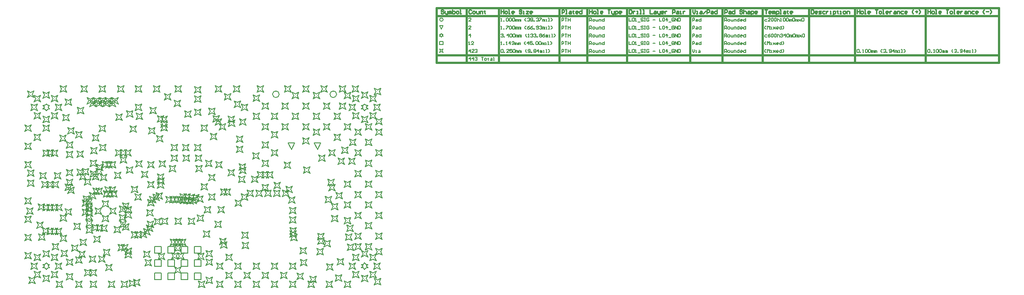
<source format=gbr>
G04*
G04 #@! TF.GenerationSoftware,Altium Limited,Altium Designer,24.7.2 (38)*
G04*
G04 Layer_Color=2752767*
%FSLAX25Y25*%
%MOIN*%
G70*
G04*
G04 #@! TF.SameCoordinates,AB7849DE-EAC8-4354-A705-FC1E97C67EB3*
G04*
G04*
G04 #@! TF.FilePolarity,Positive*
G04*
G01*
G75*
%ADD21C,0.00500*%
%ADD24C,0.00709*%
%ADD111C,0.01500*%
%ADD112C,0.01134*%
D21*
X322382Y331693D02*
G03*
X322382Y331693I-2500J0D01*
G01*
X365689D02*
G03*
X365689Y331693I-2500J0D01*
G01*
X150256Y225453D02*
X152756Y226703D01*
X155256Y225453D01*
X154006Y227953D02*
X155256Y225453D01*
X154006Y227953D02*
X155256Y230453D01*
X152756Y229203D02*
X155256Y230453D01*
X150256D02*
X152756Y229203D01*
X150256Y230453D02*
X151506Y227953D01*
X150256Y225453D02*
X151506Y227953D01*
X168760Y203799D02*
X171260Y205049D01*
X173760Y203799D01*
X172510Y206299D02*
X173760Y203799D01*
X172510Y206299D02*
X173760Y208799D01*
X171260Y207549D02*
X173760Y208799D01*
X168760D02*
X171260Y207549D01*
X168760Y208799D02*
X170010Y206299D01*
X168760Y203799D02*
X170010Y206299D01*
X239626Y249665D02*
X242126Y250915D01*
X244626Y249665D01*
X243376Y252165D02*
X244626Y249665D01*
X243376Y252165D02*
X244626Y254665D01*
X242126Y253415D02*
X244626Y254665D01*
X239626D02*
X242126Y253415D01*
X239626Y254665D02*
X240876Y252165D01*
X239626Y249665D02*
X240876Y252165D01*
X189626Y209705D02*
X192126Y210955D01*
X194626Y209705D01*
X193376Y212205D02*
X194626Y209705D01*
X193376Y212205D02*
X194626Y214705D01*
X192126Y213455D02*
X194626Y214705D01*
X189626D02*
X192126Y213455D01*
X189626Y214705D02*
X190876Y212205D01*
X189626Y209705D02*
X190876Y212205D01*
X230571Y263642D02*
X233071Y264892D01*
X235571Y263642D01*
X234321Y266142D02*
X235571Y263642D01*
X234321Y266142D02*
X235571Y268642D01*
X233071Y267392D02*
X235571Y268642D01*
X230571D02*
X233071Y267392D01*
X230571Y268642D02*
X231821Y266142D01*
X230571Y263642D02*
X231821Y266142D01*
X302224Y282539D02*
X304724Y283789D01*
X307224Y282539D01*
X305974Y285039D02*
X307224Y282539D01*
X305974Y285039D02*
X307224Y287539D01*
X304724Y286289D02*
X307224Y287539D01*
X302224D02*
X304724Y286289D01*
X302224Y287539D02*
X303474Y285039D01*
X302224Y282539D02*
X303474Y285039D01*
X292382Y271516D02*
X294882Y272766D01*
X297382Y271516D01*
X296132Y274016D02*
X297382Y271516D01*
X296132Y274016D02*
X297382Y276516D01*
X294882Y275266D02*
X297382Y276516D01*
X292382D02*
X294882Y275266D01*
X292382Y276516D02*
X293632Y274016D01*
X292382Y271516D02*
X293632Y274016D01*
X182539Y219547D02*
X185039Y220797D01*
X187539Y219547D01*
X186289Y222047D02*
X187539Y219547D01*
X186289Y222047D02*
X187539Y224547D01*
X185039Y223297D02*
X187539Y224547D01*
X182539D02*
X185039Y223297D01*
X182539Y224547D02*
X183789Y222047D01*
X182539Y219547D02*
X183789Y222047D01*
X195138Y253799D02*
X197638Y255049D01*
X200138Y253799D01*
X198888Y256299D02*
X200138Y253799D01*
X198888Y256299D02*
X200138Y258799D01*
X197638Y257549D02*
X200138Y258799D01*
X195138D02*
X197638Y257549D01*
X195138Y258799D02*
X196388Y256299D01*
X195138Y253799D02*
X196388Y256299D01*
X203291Y213248D02*
X205791Y214498D01*
X208291Y213248D01*
X207041Y215748D02*
X208291Y213248D01*
X207041Y215748D02*
X208291Y218248D01*
X205791Y216998D02*
X208291Y218248D01*
X203291D02*
X205791Y216998D01*
X203291Y218248D02*
X204541Y215748D01*
X203291Y213248D02*
X204541Y215748D01*
X206161Y210492D02*
X208661Y211742D01*
X211161Y210492D01*
X209911Y212992D02*
X211161Y210492D01*
X209911Y212992D02*
X211161Y215492D01*
X208661Y214242D02*
X211161Y215492D01*
X206161D02*
X208661Y214242D01*
X206161Y215492D02*
X207411Y212992D01*
X206161Y210492D02*
X207411Y212992D01*
X358917Y262461D02*
X361417Y263711D01*
X363917Y262461D01*
X362667Y264961D02*
X363917Y262461D01*
X362667Y264961D02*
X363917Y267461D01*
X361417Y266211D02*
X363917Y267461D01*
X358917D02*
X361417Y266211D01*
X358917Y267461D02*
X360167Y264961D01*
X358917Y262461D02*
X360167Y264961D01*
X183327Y240807D02*
X185827Y242057D01*
X188327Y240807D01*
X187077Y243307D02*
X188327Y240807D01*
X187077Y243307D02*
X188327Y245807D01*
X185827Y244557D02*
X188327Y245807D01*
X183327D02*
X185827Y244557D01*
X183327Y245807D02*
X184577Y243307D01*
X183327Y240807D02*
X184577Y243307D01*
X184223Y228171D02*
X186723Y229421D01*
X189223Y228171D01*
X187973Y230671D02*
X189223Y228171D01*
X187973Y230671D02*
X189223Y233171D01*
X186723Y231921D02*
X189223Y233171D01*
X184223D02*
X186723Y231921D01*
X184223Y233171D02*
X185473Y230671D01*
X184223Y228171D02*
X185473Y230671D01*
X181179Y228376D02*
X183679Y229626D01*
X186179Y228376D01*
X184929Y230876D02*
X186179Y228376D01*
X184929Y230876D02*
X186179Y233376D01*
X183679Y232126D02*
X186179Y233376D01*
X181179D02*
X183679Y232126D01*
X181179Y233376D02*
X182429Y230876D01*
X181179Y228376D02*
X182429Y230876D01*
X181638Y255768D02*
X184138Y257018D01*
X186638Y255768D01*
X185388Y258268D02*
X186638Y255768D01*
X185388Y258268D02*
X186638Y260768D01*
X184138Y259518D02*
X186638Y260768D01*
X181638D02*
X184138Y259518D01*
X181638Y260768D02*
X182888Y258268D01*
X181638Y255768D02*
X182888Y258268D01*
X184114Y255768D02*
X186614Y257018D01*
X189114Y255768D01*
X187864Y258268D02*
X189114Y255768D01*
X187864Y258268D02*
X189114Y260768D01*
X186614Y259518D02*
X189114Y260768D01*
X184114D02*
X186614Y259518D01*
X184114Y260768D02*
X185364Y258268D01*
X184114Y255768D02*
X185364Y258268D01*
X181358Y266791D02*
X183858Y268041D01*
X186358Y266791D01*
X185108Y269291D02*
X186358Y266791D01*
X185108Y269291D02*
X186358Y271791D01*
X183858Y270541D02*
X186358Y271791D01*
X181358D02*
X183858Y270541D01*
X181358Y271791D02*
X182608Y269291D01*
X181358Y266791D02*
X182608Y269291D01*
X173878Y270728D02*
X176378Y271978D01*
X178878Y270728D01*
X177628Y273228D02*
X178878Y270728D01*
X177628Y273228D02*
X178878Y275728D01*
X176378Y274478D02*
X178878Y275728D01*
X173878D02*
X176378Y274478D01*
X173878Y275728D02*
X175128Y273228D01*
X173878Y270728D02*
X175128Y273228D01*
X184114Y270728D02*
X186614Y271978D01*
X189114Y270728D01*
X187864Y273228D02*
X189114Y270728D01*
X187864Y273228D02*
X189114Y275728D01*
X186614Y274478D02*
X189114Y275728D01*
X184114D02*
X186614Y274478D01*
X184114Y275728D02*
X185364Y273228D01*
X184114Y270728D02*
X185364Y273228D01*
X162854Y256555D02*
X165354Y257805D01*
X167854Y256555D01*
X166604Y259055D02*
X167854Y256555D01*
X166604Y259055D02*
X167854Y261555D01*
X165354Y260305D02*
X167854Y261555D01*
X162854D02*
X165354Y260305D01*
X162854Y261555D02*
X164104Y259055D01*
X162854Y256555D02*
X164104Y259055D01*
X143169Y260886D02*
X145669Y262136D01*
X148169Y260886D01*
X146919Y263386D02*
X148169Y260886D01*
X146919Y263386D02*
X148169Y265886D01*
X145669Y264636D02*
X148169Y265886D01*
X143169D02*
X145669Y264636D01*
X143169Y265886D02*
X144419Y263386D01*
X143169Y260886D02*
X144419Y263386D01*
X147106Y260886D02*
X149606Y262136D01*
X152106Y260886D01*
X150856Y263386D02*
X152106Y260886D01*
X150856Y263386D02*
X152106Y265886D01*
X149606Y264636D02*
X152106Y265886D01*
X147106D02*
X149606Y264636D01*
X147106Y265886D02*
X148356Y263386D01*
X147106Y260886D02*
X148356Y263386D01*
X151043Y260886D02*
X153543Y262136D01*
X156043Y260886D01*
X154793Y263386D02*
X156043Y260886D01*
X154793Y263386D02*
X156043Y265886D01*
X153543Y264636D02*
X156043Y265886D01*
X151043D02*
X153543Y264636D01*
X151043Y265886D02*
X152293Y263386D01*
X151043Y260886D02*
X152293Y263386D01*
X143957Y243563D02*
X146457Y244813D01*
X148957Y243563D01*
X147707Y246063D02*
X148957Y243563D01*
X147707Y246063D02*
X148957Y248563D01*
X146457Y247313D02*
X148957Y248563D01*
X143957D02*
X146457Y247313D01*
X143957Y248563D02*
X145207Y246063D01*
X143957Y243563D02*
X145207Y246063D01*
X147106Y243465D02*
X149606Y244715D01*
X152106Y243465D01*
X150856Y245965D02*
X152106Y243465D01*
X150856Y245965D02*
X152106Y248465D01*
X149606Y247215D02*
X152106Y248465D01*
X147106D02*
X149606Y247215D01*
X147106Y248465D02*
X148356Y245965D01*
X147106Y243465D02*
X148356Y245965D01*
X150256Y243563D02*
X152756Y244813D01*
X155256Y243563D01*
X154006Y246063D02*
X155256Y243563D01*
X154006Y246063D02*
X155256Y248563D01*
X152756Y247313D02*
X155256Y248563D01*
X150256D02*
X152756Y247313D01*
X150256Y248563D02*
X151506Y246063D01*
X150256Y243563D02*
X151506Y246063D01*
X143563Y225847D02*
X146063Y227097D01*
X148563Y225847D01*
X147313Y228346D02*
X148563Y225847D01*
X147313Y228346D02*
X148563Y230847D01*
X146063Y229596D02*
X148563Y230847D01*
X143563D02*
X146063Y229596D01*
X143563Y230847D02*
X144813Y228346D01*
X143563Y225847D02*
X144813Y228346D01*
X131752Y240807D02*
X134252Y242057D01*
X136752Y240807D01*
X135502Y243307D02*
X136752Y240807D01*
X135502Y243307D02*
X136752Y245807D01*
X134252Y244557D02*
X136752Y245807D01*
X131752D02*
X134252Y244557D01*
X131752Y245807D02*
X133002Y243307D01*
X131752Y240807D02*
X133002Y243307D01*
X132539Y269547D02*
X135039Y270797D01*
X137539Y269547D01*
X136289Y272047D02*
X137539Y269547D01*
X136289Y272047D02*
X137539Y274547D01*
X135039Y273297D02*
X137539Y274547D01*
X132539D02*
X135039Y273297D01*
X132539Y274547D02*
X133789Y272047D01*
X132539Y269547D02*
X133789Y272047D01*
X161673Y262461D02*
X164173Y263711D01*
X166673Y262461D01*
X165423Y264961D02*
X166673Y262461D01*
X165423Y264961D02*
X166673Y267461D01*
X164173Y266211D02*
X166673Y267461D01*
X161673D02*
X164173Y266211D01*
X161673Y267461D02*
X162923Y264961D01*
X161673Y262461D02*
X162923Y264961D01*
X161673Y269941D02*
X164173Y271191D01*
X166673Y269941D01*
X165423Y272441D02*
X166673Y269941D01*
X165423Y272441D02*
X166673Y274941D01*
X164173Y273691D02*
X166673Y274941D01*
X161673D02*
X164173Y273691D01*
X161673Y274941D02*
X162923Y272441D01*
X161673Y269941D02*
X162923Y272441D01*
X132539Y262067D02*
X135039Y263317D01*
X137539Y262067D01*
X136289Y264567D02*
X137539Y262067D01*
X136289Y264567D02*
X137539Y267067D01*
X135039Y265817D02*
X137539Y267067D01*
X132539D02*
X135039Y265817D01*
X132539Y267067D02*
X133789Y264567D01*
X132539Y262067D02*
X133789Y264567D01*
X171909Y217185D02*
X174409Y218435D01*
X176909Y217185D01*
X175659Y219685D02*
X176909Y217185D01*
X175659Y219685D02*
X176909Y222185D01*
X174409Y220935D02*
X176909Y222185D01*
X171909D02*
X174409Y220935D01*
X171909Y222185D02*
X173159Y219685D01*
X171909Y217185D02*
X173159Y219685D01*
X178996Y204587D02*
X181496Y205837D01*
X183996Y204587D01*
X182746Y207087D02*
X183996Y204587D01*
X182746Y207087D02*
X183996Y209587D01*
X181496Y208337D02*
X183996Y209587D01*
X178996D02*
X181496Y208337D01*
X178996Y209587D02*
X180246Y207087D01*
X178996Y204587D02*
X180246Y207087D01*
X186083Y204587D02*
X188583Y205837D01*
X191083Y204587D01*
X189833Y207087D02*
X191083Y204587D01*
X189833Y207087D02*
X191083Y209587D01*
X188583Y208337D02*
X191083Y209587D01*
X186083D02*
X188583Y208337D01*
X186083Y209587D02*
X187333Y207087D01*
X186083Y204587D02*
X187333Y207087D01*
X179587Y185492D02*
X182087Y186742D01*
X184587Y185492D01*
X183337Y187992D02*
X184587Y185492D01*
X183337Y187992D02*
X184587Y190492D01*
X182087Y189242D02*
X184587Y190492D01*
X179587D02*
X182087Y189242D01*
X179587Y190492D02*
X180837Y187992D01*
X179587Y185492D02*
X180837Y187992D01*
X168760Y185492D02*
X171260Y186742D01*
X173760Y185492D01*
X172510Y187992D02*
X173760Y185492D01*
X172510Y187992D02*
X173760Y190492D01*
X171260Y189242D02*
X173760Y190492D01*
X168760D02*
X171260Y189242D01*
X168760Y190492D02*
X170010Y187992D01*
X168760Y185492D02*
X170010Y187992D01*
X175453Y194350D02*
X177953Y195600D01*
X180453Y194350D01*
X179203Y196850D02*
X180453Y194350D01*
X179203Y196850D02*
X180453Y199350D01*
X177953Y198100D02*
X180453Y199350D01*
X175453D02*
X177953Y198100D01*
X175453Y199350D02*
X176703Y196850D01*
X175453Y194350D02*
X176703Y196850D01*
X179783Y194350D02*
X182283Y195600D01*
X184783Y194350D01*
X183534Y196850D02*
X184783Y194350D01*
X183534Y196850D02*
X184783Y199350D01*
X182283Y198100D02*
X184783Y199350D01*
X179783D02*
X182283Y198100D01*
X179783Y199350D02*
X181034Y196850D01*
X179783Y194350D02*
X181034Y196850D01*
X223129Y260982D02*
X225629Y262232D01*
X228129Y260982D01*
X226879Y263482D02*
X228129Y260982D01*
X226879Y263482D02*
X228129Y265982D01*
X225629Y264732D02*
X228129Y265982D01*
X223129D02*
X225629Y264732D01*
X223129Y265982D02*
X224379Y263482D01*
X223129Y260982D02*
X224379Y263482D01*
X202224Y284902D02*
X204724Y286152D01*
X207224Y284902D01*
X205974Y287402D02*
X207224Y284902D01*
X205974Y287402D02*
X207224Y289902D01*
X204724Y288652D02*
X207224Y289902D01*
X202224D02*
X204724Y288652D01*
X202224Y289902D02*
X203474Y287402D01*
X202224Y284902D02*
X203474Y287402D01*
X205768Y284902D02*
X208268Y286152D01*
X210768Y284902D01*
X209518Y287402D02*
X210768Y284902D01*
X209518Y287402D02*
X210768Y289902D01*
X208268Y288652D02*
X210768Y289902D01*
X205768D02*
X208268Y288652D01*
X205768Y289902D02*
X207018Y287402D01*
X205768Y284902D02*
X207018Y287402D01*
X169941Y316791D02*
X172441Y318041D01*
X174941Y316791D01*
X173691Y319291D02*
X174941Y316791D01*
X173691Y319291D02*
X174941Y321791D01*
X172441Y320541D02*
X174941Y321791D01*
X169941D02*
X172441Y320541D01*
X169941Y321791D02*
X171191Y319291D01*
X169941Y316791D02*
X171191Y319291D01*
X224665Y316791D02*
X227165Y318041D01*
X229665Y316791D01*
X228415Y319291D02*
X229665Y316791D01*
X228415Y319291D02*
X229665Y321791D01*
X227165Y320541D02*
X229665Y321791D01*
X224665D02*
X227165Y320541D01*
X224665Y321791D02*
X225915Y319291D01*
X224665Y316791D02*
X225915Y319291D01*
X240807Y288839D02*
X243307Y290089D01*
X245807Y288839D01*
X244557Y291339D02*
X245807Y288839D01*
X244557Y291339D02*
X245807Y293839D01*
X243307Y292589D02*
X245807Y293839D01*
X240807D02*
X243307Y292589D01*
X240807Y293839D02*
X242057Y291339D01*
X240807Y288839D02*
X242057Y291339D01*
X249468Y288839D02*
X251969Y290089D01*
X254468Y288839D01*
X253219Y291339D02*
X254468Y288839D01*
X253219Y291339D02*
X254468Y293839D01*
X251969Y292589D02*
X254468Y293839D01*
X249468D02*
X251969Y292589D01*
X249468Y293839D02*
X250718Y291339D01*
X249468Y288839D02*
X250718Y291339D01*
X258524Y288839D02*
X261024Y290089D01*
X263524Y288839D01*
X262274Y291339D02*
X263524Y288839D01*
X262274Y291339D02*
X263524Y293839D01*
X261024Y292589D02*
X263524Y293839D01*
X258524D02*
X261024Y292589D01*
X258524Y293839D02*
X259774Y291339D01*
X258524Y288839D02*
X259774Y291339D01*
X240807Y280965D02*
X243307Y282215D01*
X245807Y280965D01*
X244557Y283465D02*
X245807Y280965D01*
X244557Y283465D02*
X245807Y285965D01*
X243307Y284715D02*
X245807Y285965D01*
X240807D02*
X243307Y284715D01*
X240807Y285965D02*
X242057Y283465D01*
X240807Y280965D02*
X242057Y283465D01*
X249862Y280965D02*
X252362Y282215D01*
X254862Y280965D01*
X253612Y283465D02*
X254862Y280965D01*
X253612Y283465D02*
X254862Y285965D01*
X252362Y284715D02*
X254862Y285965D01*
X249862D02*
X252362Y284715D01*
X249862Y285965D02*
X251112Y283465D01*
X249862Y280965D02*
X251112Y283465D01*
X258917Y280965D02*
X261417Y282215D01*
X263917Y280965D01*
X262667Y283465D02*
X263917Y280965D01*
X262667Y283465D02*
X263917Y285965D01*
X261417Y284715D02*
X263917Y285965D01*
X258917D02*
X261417Y284715D01*
X258917Y285965D02*
X260167Y283465D01*
X258917Y280965D02*
X260167Y283465D01*
X290097Y295208D02*
X292597Y296458D01*
X295097Y295208D01*
X293847Y297708D02*
X295097Y295208D01*
X293847Y297708D02*
X295097Y300207D01*
X292597Y298957D02*
X295097Y300207D01*
X290097D02*
X292597Y298957D01*
X290097Y300207D02*
X291347Y297708D01*
X290097Y295208D02*
X291347Y297708D01*
X290020Y287657D02*
X292520Y288908D01*
X295020Y287657D01*
X293770Y290158D02*
X295020Y287657D01*
X293770Y290158D02*
X295020Y292657D01*
X292520Y291407D02*
X295020Y292657D01*
X290020D02*
X292520Y291407D01*
X290020Y292657D02*
X291270Y290158D01*
X290020Y287657D02*
X291270Y290158D01*
X291595Y264823D02*
X294094Y266073D01*
X296595Y264823D01*
X295344Y267323D02*
X296595Y264823D01*
X295344Y267323D02*
X296595Y269823D01*
X294094Y268573D02*
X296595Y269823D01*
X291595D02*
X294094Y268573D01*
X291595Y269823D02*
X292845Y267323D01*
X291595Y264823D02*
X292845Y267323D01*
X305768Y268366D02*
X308268Y269616D01*
X310768Y268366D01*
X309518Y270866D02*
X310768Y268366D01*
X309518Y270866D02*
X310768Y273366D01*
X308268Y272116D02*
X310768Y273366D01*
X305768D02*
X308268Y272116D01*
X305768Y273366D02*
X307018Y270866D01*
X305768Y268366D02*
X307018Y270866D01*
X309311Y268366D02*
X311811Y269616D01*
X314311Y268366D01*
X313061Y270866D02*
X314311Y268366D01*
X313061Y270866D02*
X314311Y273366D01*
X311811Y272116D02*
X314311Y273366D01*
X309311D02*
X311811Y272116D01*
X309311Y273366D02*
X310561Y270866D01*
X309311Y268366D02*
X310561Y270866D01*
X312854Y268366D02*
X315354Y269616D01*
X317854Y268366D01*
X316604Y270866D02*
X317854Y268366D01*
X316604Y270866D02*
X317854Y273366D01*
X315354Y272116D02*
X317854Y273366D01*
X312854D02*
X315354Y272116D01*
X312854Y273366D02*
X314104Y270866D01*
X312854Y268366D02*
X314104Y270866D01*
X366791Y278602D02*
X369291Y279852D01*
X371791Y278602D01*
X370541Y281102D02*
X371791Y278602D01*
X370541Y281102D02*
X371791Y283602D01*
X369291Y282352D02*
X371791Y283602D01*
X366791D02*
X369291Y282352D01*
X366791Y283602D02*
X368041Y281102D01*
X366791Y278602D02*
X368041Y281102D01*
X374665Y278602D02*
X377165Y279852D01*
X379665Y278602D01*
X378415Y281102D02*
X379665Y278602D01*
X378415Y281102D02*
X379665Y283602D01*
X377165Y282352D02*
X379665Y283602D01*
X374665D02*
X377165Y282352D01*
X374665Y283602D02*
X375915Y281102D01*
X374665Y278602D02*
X375915Y281102D01*
X359705Y258524D02*
X362205Y259774D01*
X364705Y258524D01*
X363455Y261024D02*
X364705Y258524D01*
X363455Y261024D02*
X364705Y263524D01*
X362205Y262274D02*
X364705Y263524D01*
X359705D02*
X362205Y262274D01*
X359705Y263524D02*
X360955Y261024D01*
X359705Y258524D02*
X360955Y261024D01*
X365216Y252618D02*
X367717Y253868D01*
X370216Y252618D01*
X368967Y255118D02*
X370216Y252618D01*
X368967Y255118D02*
X370216Y257618D01*
X367717Y256368D02*
X370216Y257618D01*
X365216D02*
X367717Y256368D01*
X365216Y257618D02*
X366466Y255118D01*
X365216Y252618D02*
X366466Y255118D01*
X361870Y244350D02*
X364370Y245600D01*
X366870Y244350D01*
X365620Y246850D02*
X366870Y244350D01*
X365620Y246850D02*
X366870Y249350D01*
X364370Y248100D02*
X366870Y249350D01*
X361870D02*
X364370Y248100D01*
X361870Y249350D02*
X363120Y246850D01*
X361870Y244350D02*
X363120Y246850D01*
X361870Y235295D02*
X364370Y236545D01*
X366870Y235295D01*
X365620Y237795D02*
X366870Y235295D01*
X365620Y237795D02*
X366870Y240295D01*
X364370Y239045D02*
X366870Y240295D01*
X361870D02*
X364370Y239045D01*
X361870Y240295D02*
X363120Y237795D01*
X361870Y235295D02*
X363120Y237795D01*
X358130Y198681D02*
X360630Y199931D01*
X363130Y198681D01*
X361880Y201181D02*
X363130Y198681D01*
X361880Y201181D02*
X363130Y203681D01*
X360630Y202431D02*
X363130Y203681D01*
X358130D02*
X360630Y202431D01*
X358130Y203681D02*
X359380Y201181D01*
X358130Y198681D02*
X359380Y201181D01*
X345532Y189232D02*
X348031Y190482D01*
X350532Y189232D01*
X349282Y191732D02*
X350532Y189232D01*
X349282Y191732D02*
X350532Y194232D01*
X348031Y192982D02*
X350532Y194232D01*
X345532D02*
X348031Y192982D01*
X345532Y194232D02*
X346781Y191732D01*
X345532Y189232D02*
X346781Y191732D01*
X329390Y249272D02*
X331890Y250522D01*
X334390Y249272D01*
X333140Y251772D02*
X334390Y249272D01*
X333140Y251772D02*
X334390Y254272D01*
X331890Y253022D02*
X334390Y254272D01*
X329390D02*
X331890Y253022D01*
X329390Y254272D02*
X330640Y251772D01*
X329390Y249272D02*
X330640Y251772D01*
X239232Y273091D02*
X241732Y274341D01*
X244232Y273091D01*
X242982Y275590D02*
X244232Y273091D01*
X242982Y275590D02*
X244232Y278091D01*
X241732Y276840D02*
X244232Y278091D01*
X239232D02*
X241732Y276840D01*
X239232Y278091D02*
X240482Y275590D01*
X239232Y273091D02*
X240482Y275590D01*
X259311Y273091D02*
X261811Y274341D01*
X264311Y273091D01*
X263061Y275590D02*
X264311Y273091D01*
X263061Y275590D02*
X264311Y278091D01*
X261811Y276840D02*
X264311Y278091D01*
X259311D02*
X261811Y276840D01*
X259311Y278091D02*
X260561Y275590D01*
X259311Y273091D02*
X260561Y275590D01*
X214035Y276634D02*
X216535Y277884D01*
X219035Y276634D01*
X217785Y279134D02*
X219035Y276634D01*
X217785Y279134D02*
X219035Y281634D01*
X216535Y280384D02*
X219035Y281634D01*
X214035D02*
X216535Y280384D01*
X214035Y281634D02*
X215285Y279134D01*
X214035Y276634D02*
X215285Y279134D01*
X223091Y275847D02*
X225590Y277097D01*
X228091Y275847D01*
X226840Y278346D02*
X228091Y275847D01*
X226840Y278346D02*
X228091Y280847D01*
X225590Y279596D02*
X228091Y280847D01*
X223091D02*
X225590Y279596D01*
X223091Y280847D02*
X224341Y278346D01*
X223091Y275847D02*
X224341Y278346D01*
X231752Y276634D02*
X234252Y277884D01*
X236752Y276634D01*
X235502Y279134D02*
X236752Y276634D01*
X235502Y279134D02*
X236752Y281634D01*
X234252Y280384D02*
X236752Y281634D01*
X231752D02*
X234252Y280384D01*
X231752Y281634D02*
X233002Y279134D01*
X231752Y276634D02*
X233002Y279134D01*
X206949Y271909D02*
X209449Y273160D01*
X211949Y271909D01*
X210699Y274410D02*
X211949Y271909D01*
X210699Y274410D02*
X211949Y276909D01*
X209449Y275659D02*
X211949Y276909D01*
X206949D02*
X209449Y275659D01*
X206949Y276909D02*
X208199Y274410D01*
X206949Y271909D02*
X208199Y274410D01*
X174272Y250059D02*
X176772Y251309D01*
X179272Y250059D01*
X178022Y252559D02*
X179272Y250059D01*
X178022Y252559D02*
X179272Y255059D01*
X176772Y253809D02*
X179272Y255059D01*
X174272D02*
X176772Y253809D01*
X174272Y255059D02*
X175522Y252559D01*
X174272Y250059D02*
X175522Y252559D01*
X258524Y332539D02*
X261024Y333789D01*
X263524Y332539D01*
X262274Y335039D02*
X263524Y332539D01*
X262274Y335039D02*
X263524Y337539D01*
X261024Y336289D02*
X263524Y337539D01*
X258524D02*
X261024Y336289D01*
X258524Y337539D02*
X259774Y335039D01*
X258524Y332539D02*
X259774Y335039D01*
X387264Y245532D02*
X389764Y246781D01*
X392264Y245532D01*
X391014Y248031D02*
X392264Y245532D01*
X391014Y248031D02*
X392264Y250532D01*
X389764Y249282D02*
X392264Y250532D01*
X387264D02*
X389764Y249282D01*
X387264Y250532D02*
X388514Y248031D01*
X387264Y245532D02*
X388514Y248031D01*
X379390Y237657D02*
X381890Y238908D01*
X384390Y237657D01*
X383140Y240158D02*
X384390Y237657D01*
X383140Y240158D02*
X384390Y242657D01*
X381890Y241407D02*
X384390Y242657D01*
X379390D02*
X381890Y241407D01*
X379390Y242657D02*
X380640Y240158D01*
X379390Y237657D02*
X380640Y240158D01*
X395138Y237657D02*
X397638Y238908D01*
X400138Y237657D01*
X398888Y240158D02*
X400138Y237657D01*
X398888Y240158D02*
X400138Y242657D01*
X397638Y241407D02*
X400138Y242657D01*
X395138D02*
X397638Y241407D01*
X395138Y242657D02*
X396388Y240158D01*
X395138Y237657D02*
X396388Y240158D01*
X395138Y253405D02*
X397638Y254656D01*
X400138Y253405D01*
X398888Y255906D02*
X400138Y253405D01*
X398888Y255906D02*
X400138Y258405D01*
X397638Y257155D02*
X400138Y258405D01*
X395138D02*
X397638Y257155D01*
X395138Y258405D02*
X396388Y255906D01*
X395138Y253405D02*
X396388Y255906D01*
X379390Y253405D02*
X381890Y254656D01*
X384390Y253405D01*
X383140Y255906D02*
X384390Y253405D01*
X383140Y255906D02*
X384390Y258405D01*
X381890Y257155D02*
X384390Y258405D01*
X379390D02*
X381890Y257155D01*
X379390Y258405D02*
X380640Y255906D01*
X379390Y253405D02*
X380640Y255906D01*
X387264Y261280D02*
X389764Y262529D01*
X392264Y261280D01*
X391014Y263779D02*
X392264Y261280D01*
X391014Y263779D02*
X392264Y266280D01*
X389764Y265030D02*
X392264Y266280D01*
X387264D02*
X389764Y265030D01*
X387264Y266280D02*
X388514Y263779D01*
X387264Y261280D02*
X388514Y263779D01*
X387264Y229784D02*
X389764Y231033D01*
X392264Y229784D01*
X391014Y232283D02*
X392264Y229784D01*
X391014Y232283D02*
X392264Y234784D01*
X389764Y233534D02*
X392264Y234784D01*
X387264D02*
X389764Y233534D01*
X387264Y234784D02*
X388514Y232283D01*
X387264Y229784D02*
X388514Y232283D01*
X387264Y292776D02*
X389764Y294026D01*
X392264Y292776D01*
X391014Y295276D02*
X392264Y292776D01*
X391014Y295276D02*
X392264Y297776D01*
X389764Y296526D02*
X392264Y297776D01*
X387264D02*
X389764Y296526D01*
X387264Y297776D02*
X388514Y295276D01*
X387264Y292776D02*
X388514Y295276D01*
X395138Y269153D02*
X397638Y270404D01*
X400138Y269153D01*
X398888Y271654D02*
X400138Y269153D01*
X398888Y271654D02*
X400138Y274153D01*
X397638Y272903D02*
X400138Y274153D01*
X395138D02*
X397638Y272903D01*
X395138Y274153D02*
X396388Y271654D01*
X395138Y269153D02*
X396388Y271654D01*
X379390Y269153D02*
X381890Y270404D01*
X384390Y269153D01*
X383140Y271654D02*
X384390Y269153D01*
X383140Y271654D02*
X384390Y274153D01*
X381890Y272903D02*
X384390Y274153D01*
X379390D02*
X381890Y272903D01*
X379390Y274153D02*
X380640Y271654D01*
X379390Y269153D02*
X380640Y271654D01*
X379390Y284902D02*
X381890Y286152D01*
X384390Y284902D01*
X383140Y287402D02*
X384390Y284902D01*
X383140Y287402D02*
X384390Y289902D01*
X381890Y288652D02*
X384390Y289902D01*
X379390D02*
X381890Y288652D01*
X379390Y289902D02*
X380640Y287402D01*
X379390Y284902D02*
X380640Y287402D01*
X395138Y284902D02*
X397638Y286152D01*
X400138Y284902D01*
X398888Y287402D02*
X400138Y284902D01*
X398888Y287402D02*
X400138Y289902D01*
X397638Y288652D02*
X400138Y289902D01*
X395138D02*
X397638Y288652D01*
X395138Y289902D02*
X396388Y287402D01*
X395138Y284902D02*
X396388Y287402D01*
X387264Y277028D02*
X389764Y278278D01*
X392264Y277028D01*
X391014Y279528D02*
X392264Y277028D01*
X391014Y279528D02*
X392264Y282028D01*
X389764Y280778D02*
X392264Y282028D01*
X387264D02*
X389764Y280778D01*
X387264Y282028D02*
X388514Y279528D01*
X387264Y277028D02*
X388514Y279528D01*
X379390Y221909D02*
X381890Y223160D01*
X384390Y221909D01*
X383140Y224410D02*
X384390Y221909D01*
X383140Y224410D02*
X384390Y226909D01*
X381890Y225659D02*
X384390Y226909D01*
X379390D02*
X381890Y225659D01*
X379390Y226909D02*
X380640Y224410D01*
X379390Y221909D02*
X380640Y224410D01*
X395138Y221909D02*
X397638Y223160D01*
X400138Y221909D01*
X398888Y224410D02*
X400138Y221909D01*
X398888Y224410D02*
X400138Y226909D01*
X397638Y225659D02*
X400138Y226909D01*
X395138D02*
X397638Y225659D01*
X395138Y226909D02*
X396388Y224410D01*
X395138Y221909D02*
X396388Y224410D01*
X387264Y214035D02*
X389764Y215285D01*
X392264Y214035D01*
X391014Y216535D02*
X392264Y214035D01*
X391014Y216535D02*
X392264Y219035D01*
X389764Y217785D02*
X392264Y219035D01*
X387264D02*
X389764Y217785D01*
X387264Y219035D02*
X388514Y216535D01*
X387264Y214035D02*
X388514Y216535D01*
X395138Y210098D02*
X397638Y211348D01*
X400138Y210098D01*
X398888Y212598D02*
X400138Y210098D01*
X398888Y212598D02*
X400138Y215098D01*
X397638Y213848D02*
X400138Y215098D01*
X395138D02*
X397638Y213848D01*
X395138Y215098D02*
X396388Y212598D01*
X395138Y210098D02*
X396388Y212598D01*
X379390Y300650D02*
X381890Y301900D01*
X384390Y300650D01*
X383140Y303150D02*
X384390Y300650D01*
X383140Y303150D02*
X384390Y305650D01*
X381890Y304400D02*
X384390Y305650D01*
X379390D02*
X381890Y304400D01*
X379390Y305650D02*
X380640Y303150D01*
X379390Y300650D02*
X380640Y303150D01*
X395138Y300650D02*
X397638Y301900D01*
X400138Y300650D01*
X398888Y303150D02*
X400138Y300650D01*
X398888Y303150D02*
X400138Y305650D01*
X397638Y304400D02*
X400138Y305650D01*
X395138D02*
X397638Y304400D01*
X395138Y305650D02*
X396388Y303150D01*
X395138Y300650D02*
X396388Y303150D01*
X395138Y308524D02*
X397638Y309774D01*
X400138Y308524D01*
X398888Y311024D02*
X400138Y308524D01*
X398888Y311024D02*
X400138Y313524D01*
X397638Y312274D02*
X400138Y313524D01*
X395138D02*
X397638Y312274D01*
X395138Y313524D02*
X396388Y311024D01*
X395138Y308524D02*
X396388Y311024D01*
X387264Y304587D02*
X389764Y305837D01*
X392264Y304587D01*
X391014Y307087D02*
X392264Y304587D01*
X391014Y307087D02*
X392264Y309587D01*
X389764Y308337D02*
X392264Y309587D01*
X387264D02*
X389764Y308337D01*
X387264Y309587D02*
X388514Y307087D01*
X387264Y304587D02*
X388514Y307087D01*
X324272Y304587D02*
X326772Y305837D01*
X329272Y304587D01*
X328022Y307087D02*
X329272Y304587D01*
X328022Y307087D02*
X329272Y309587D01*
X326772Y308337D02*
X329272Y309587D01*
X324272D02*
X326772Y308337D01*
X324272Y309587D02*
X325522Y307087D01*
X324272Y304587D02*
X325522Y307087D01*
X332146Y312461D02*
X334646Y313711D01*
X337146Y312461D01*
X335896Y314961D02*
X337146Y312461D01*
X335896Y314961D02*
X337146Y317461D01*
X334646Y316211D02*
X337146Y317461D01*
X332146D02*
X334646Y316211D01*
X332146Y317461D02*
X333396Y314961D01*
X332146Y312461D02*
X333396Y314961D01*
X316398Y312461D02*
X318898Y313711D01*
X321398Y312461D01*
X320148Y314961D02*
X321398Y312461D01*
X320148Y314961D02*
X321398Y317461D01*
X318898Y316211D02*
X321398Y317461D01*
X316398D02*
X318898Y316211D01*
X316398Y317461D02*
X317648Y314961D01*
X316398Y312461D02*
X317648Y314961D01*
X324272Y320335D02*
X326772Y321585D01*
X329272Y320335D01*
X328022Y322835D02*
X329272Y320335D01*
X328022Y322835D02*
X329272Y325335D01*
X326772Y324085D02*
X329272Y325335D01*
X324272D02*
X326772Y324085D01*
X324272Y325335D02*
X325522Y322835D01*
X324272Y320335D02*
X325522Y322835D01*
X340020Y320335D02*
X342520Y321585D01*
X345020Y320335D01*
X343770Y322835D02*
X345020Y320335D01*
X343770Y322835D02*
X345020Y325335D01*
X342520Y324085D02*
X345020Y325335D01*
X340020D02*
X342520Y324085D01*
X340020Y325335D02*
X341270Y322835D01*
X340020Y320335D02*
X341270Y322835D01*
X347894Y328209D02*
X350394Y329459D01*
X352894Y328209D01*
X351644Y330709D02*
X352894Y328209D01*
X351644Y330709D02*
X352894Y333209D01*
X350394Y331959D02*
X352894Y333209D01*
X347894D02*
X350394Y331959D01*
X347894Y333209D02*
X349144Y330709D01*
X347894Y328209D02*
X349144Y330709D01*
X332146Y328209D02*
X334646Y329459D01*
X337146Y328209D01*
X335896Y330709D02*
X337146Y328209D01*
X335896Y330709D02*
X337146Y333209D01*
X334646Y331959D02*
X337146Y333209D01*
X332146D02*
X334646Y331959D01*
X332146Y333209D02*
X333396Y330709D01*
X332146Y328209D02*
X333396Y330709D01*
X355768Y304587D02*
X358268Y305837D01*
X360768Y304587D01*
X359518Y307087D02*
X360768Y304587D01*
X359518Y307087D02*
X360768Y309587D01*
X358268Y308337D02*
X360768Y309587D01*
X355768D02*
X358268Y308337D01*
X355768Y309587D02*
X357018Y307087D01*
X355768Y304587D02*
X357018Y307087D01*
X363642Y312461D02*
X366142Y313711D01*
X368642Y312461D01*
X367392Y314961D02*
X368642Y312461D01*
X367392Y314961D02*
X368642Y317461D01*
X366142Y316211D02*
X368642Y317461D01*
X363642D02*
X366142Y316211D01*
X363642Y317461D02*
X364892Y314961D01*
X363642Y312461D02*
X364892Y314961D01*
X347894Y312461D02*
X350394Y313711D01*
X352894Y312461D01*
X351644Y314961D02*
X352894Y312461D01*
X351644Y314961D02*
X352894Y317461D01*
X350394Y316211D02*
X352894Y317461D01*
X347894D02*
X350394Y316211D01*
X347894Y317461D02*
X349144Y314961D01*
X347894Y312461D02*
X349144Y314961D01*
X355768Y320335D02*
X358268Y321585D01*
X360768Y320335D01*
X359518Y322835D02*
X360768Y320335D01*
X359518Y322835D02*
X360768Y325335D01*
X358268Y324085D02*
X360768Y325335D01*
X355768D02*
X358268Y324085D01*
X355768Y325335D02*
X357018Y322835D01*
X355768Y320335D02*
X357018Y322835D01*
X347894Y300650D02*
X350394Y301900D01*
X352894Y300650D01*
X351644Y303150D02*
X352894Y300650D01*
X351644Y303150D02*
X352894Y305650D01*
X350394Y304400D02*
X352894Y305650D01*
X347894D02*
X350394Y304400D01*
X347894Y305650D02*
X349144Y303150D01*
X347894Y300650D02*
X349144Y303150D01*
X340020Y304587D02*
X342520Y305837D01*
X345020Y304587D01*
X343770Y307087D02*
X345020Y304587D01*
X343770Y307087D02*
X345020Y309587D01*
X342520Y308337D02*
X345020Y309587D01*
X340020D02*
X342520Y308337D01*
X340020Y309587D02*
X341270Y307087D01*
X340020Y304587D02*
X341270Y307087D01*
X363642Y296713D02*
X366142Y297963D01*
X368642Y296713D01*
X367392Y299213D02*
X368642Y296713D01*
X367392Y299213D02*
X368642Y301713D01*
X366142Y300463D02*
X368642Y301713D01*
X363642D02*
X366142Y300463D01*
X363642Y301713D02*
X364892Y299213D01*
X363642Y296713D02*
X364892Y299213D01*
X371516Y304587D02*
X374016Y305837D01*
X376516Y304587D01*
X375266Y307087D02*
X376516Y304587D01*
X375266Y307087D02*
X376516Y309587D01*
X374016Y308337D02*
X376516Y309587D01*
X371516D02*
X374016Y308337D01*
X371516Y309587D02*
X372766Y307087D01*
X371516Y304587D02*
X372766Y307087D01*
X375453Y292776D02*
X377953Y294026D01*
X380453Y292776D01*
X379203Y295276D02*
X380453Y292776D01*
X379203Y295276D02*
X380453Y297776D01*
X377953Y296526D02*
X380453Y297776D01*
X375453D02*
X377953Y296526D01*
X375453Y297776D02*
X376703Y295276D01*
X375453Y292776D02*
X376703Y295276D01*
X359705Y284902D02*
X362205Y286152D01*
X364705Y284902D01*
X363455Y287402D02*
X364705Y284902D01*
X363455Y287402D02*
X364705Y289902D01*
X362205Y288652D02*
X364705Y289902D01*
X359705D02*
X362205Y288652D01*
X359705Y289902D02*
X360955Y287402D01*
X359705Y284902D02*
X360955Y287402D01*
X369472Y286766D02*
X371972Y288016D01*
X374471Y286766D01*
X373221Y289266D02*
X374471Y286766D01*
X373221Y289266D02*
X374471Y291766D01*
X371972Y290516D02*
X374471Y291766D01*
X369472D02*
X371972Y290516D01*
X369472Y291766D02*
X370722Y289266D01*
X369472Y286766D02*
X370722Y289266D01*
X367579Y320335D02*
X370079Y321585D01*
X372579Y320335D01*
X371329Y322835D02*
X372579Y320335D01*
X371329Y322835D02*
X372579Y325335D01*
X370079Y324085D02*
X372579Y325335D01*
X367579D02*
X370079Y324085D01*
X367579Y325335D02*
X368829Y322835D01*
X367579Y320335D02*
X368829Y322835D01*
X371516Y328209D02*
X374016Y329459D01*
X376516Y328209D01*
X375266Y330709D02*
X376516Y328209D01*
X375266Y330709D02*
X376516Y333209D01*
X374016Y331959D02*
X376516Y333209D01*
X371516D02*
X374016Y331959D01*
X371516Y333209D02*
X372766Y330709D01*
X371516Y328209D02*
X372766Y330709D01*
X371516Y245532D02*
X374016Y246781D01*
X376516Y245532D01*
X375266Y248031D02*
X376516Y245532D01*
X375266Y248031D02*
X376516Y250532D01*
X374016Y249282D02*
X376516Y250532D01*
X371516D02*
X374016Y249282D01*
X371516Y250532D02*
X372766Y248031D01*
X371516Y245532D02*
X372766Y248031D01*
X371516Y261280D02*
X374016Y262529D01*
X376516Y261280D01*
X375266Y263779D02*
X376516Y261280D01*
X375266Y263779D02*
X376516Y266280D01*
X374016Y265030D02*
X376516Y266280D01*
X371516D02*
X374016Y265030D01*
X371516Y266280D02*
X372766Y263779D01*
X371516Y261280D02*
X372766Y263779D01*
X371516Y233720D02*
X374016Y234970D01*
X376516Y233720D01*
X375266Y236221D02*
X376516Y233720D01*
X375266Y236221D02*
X376516Y238720D01*
X374016Y237471D02*
X376516Y238720D01*
X371516D02*
X374016Y237471D01*
X371516Y238720D02*
X372766Y236221D01*
X371516Y233720D02*
X372766Y236221D01*
X263248Y259311D02*
X265748Y260561D01*
X268248Y259311D01*
X266998Y261811D02*
X268248Y259311D01*
X266998Y261811D02*
X268248Y264311D01*
X265748Y263061D02*
X268248Y264311D01*
X263248D02*
X265748Y263061D01*
X263248Y264311D02*
X264498Y261811D01*
X263248Y259311D02*
X264498Y261811D01*
X269075Y266307D02*
X271575Y267557D01*
X274075Y266307D01*
X272825Y268807D02*
X274075Y266307D01*
X272825Y268807D02*
X274075Y271307D01*
X271575Y270057D02*
X274075Y271307D01*
X269075D02*
X271575Y270057D01*
X269075Y271307D02*
X270325Y268807D01*
X269075Y266307D02*
X270325Y268807D01*
X269153Y251437D02*
X271654Y252687D01*
X274153Y251437D01*
X272903Y253937D02*
X274153Y251437D01*
X272903Y253937D02*
X274153Y256437D01*
X271654Y255187D02*
X274153Y256437D01*
X269153D02*
X271654Y255187D01*
X269153Y256437D02*
X270404Y253937D01*
X269153Y251437D02*
X270404Y253937D01*
X242382Y249665D02*
X244882Y250915D01*
X247382Y249665D01*
X246132Y252165D02*
X247382Y249665D01*
X246132Y252165D02*
X247382Y254665D01*
X244882Y253415D02*
X247382Y254665D01*
X242382D02*
X244882Y253415D01*
X242382Y254665D02*
X243632Y252165D01*
X242382Y249665D02*
X243632Y252165D01*
X379390Y214035D02*
X381890Y215285D01*
X384390Y214035D01*
X383140Y216535D02*
X384390Y214035D01*
X383140Y216535D02*
X384390Y219035D01*
X381890Y217785D02*
X384390Y219035D01*
X379390D02*
X381890Y217785D01*
X379390Y219035D02*
X380640Y216535D01*
X379390Y214035D02*
X380640Y216535D01*
X147106Y225453D02*
X149606Y226703D01*
X152106Y225453D01*
X150856Y227953D02*
X152106Y225453D01*
X150856Y227953D02*
X152106Y230453D01*
X149606Y229203D02*
X152106Y230453D01*
X147106D02*
X149606Y229203D01*
X147106Y230453D02*
X148356Y227953D01*
X147106Y225453D02*
X148356Y227953D01*
X153405Y225453D02*
X155905Y226703D01*
X158405Y225453D01*
X157156Y227953D02*
X158405Y225453D01*
X157156Y227953D02*
X158405Y230453D01*
X155905Y229203D02*
X158405Y230453D01*
X153405D02*
X155905Y229203D01*
X153405Y230453D02*
X154656Y227953D01*
X153405Y225453D02*
X154656Y227953D01*
X140807Y221122D02*
X143307Y222372D01*
X145807Y221122D01*
X144557Y223622D02*
X145807Y221122D01*
X144557Y223622D02*
X145807Y226122D01*
X143307Y224872D02*
X145807Y226122D01*
X140807D02*
X143307Y224872D01*
X140807Y226122D02*
X142057Y223622D01*
X140807Y221122D02*
X142057Y223622D01*
X157135Y220347D02*
X159635Y221597D01*
X162136Y220347D01*
X160886Y222847D02*
X162136Y220347D01*
X160886Y222847D02*
X162136Y225347D01*
X159635Y224097D02*
X162136Y225347D01*
X157135D02*
X159635Y224097D01*
X157135Y225347D02*
X158386Y222847D01*
X157135Y220347D02*
X158386Y222847D01*
X139406Y230344D02*
X141905Y231594D01*
X144405Y230344D01*
X143156Y232844D02*
X144405Y230344D01*
X143156Y232844D02*
X144405Y235344D01*
X141905Y234094D02*
X144405Y235344D01*
X139406D02*
X141905Y234094D01*
X139406Y235344D02*
X140656Y232844D01*
X139406Y230344D02*
X140656Y232844D01*
X141595Y267579D02*
X144095Y268829D01*
X146595Y267579D01*
X145344Y270079D02*
X146595Y267579D01*
X145344Y270079D02*
X146595Y272579D01*
X144095Y271329D02*
X146595Y272579D01*
X141595D02*
X144095Y271329D01*
X141595Y272579D02*
X142844Y270079D01*
X141595Y267579D02*
X142844Y270079D01*
X152618Y267579D02*
X155118Y268829D01*
X157618Y267579D01*
X156368Y270079D02*
X157618Y267579D01*
X156368Y270079D02*
X157618Y272579D01*
X155118Y271329D02*
X157618Y272579D01*
X152618D02*
X155118Y271329D01*
X152618Y272579D02*
X153868Y270079D01*
X152618Y267579D02*
X153868Y270079D01*
X171101Y208326D02*
X173601Y209576D01*
X176101Y208326D01*
X174851Y210826D02*
X176101Y208326D01*
X174851Y210826D02*
X176101Y213326D01*
X173601Y212076D02*
X176101Y213326D01*
X171101D02*
X173601Y212076D01*
X171101Y213326D02*
X172351Y210826D01*
X171101Y208326D02*
X172351Y210826D01*
X165610Y212854D02*
X168110Y214104D01*
X170610Y212854D01*
X169360Y215354D02*
X170610Y212854D01*
X169360Y215354D02*
X170610Y217854D01*
X168110Y216604D02*
X170610Y217854D01*
X165610D02*
X168110Y216604D01*
X165610Y217854D02*
X166860Y215354D01*
X165610Y212854D02*
X166860Y215354D01*
X157787Y208801D02*
X160287Y210051D01*
X162787Y208801D01*
X161537Y211301D02*
X162787Y208801D01*
X161537Y211301D02*
X162787Y213801D01*
X160287Y212551D02*
X162787Y213801D01*
X157787D02*
X160287Y212551D01*
X157787Y213801D02*
X159037Y211301D01*
X157787Y208801D02*
X159037Y211301D01*
X151043Y214035D02*
X153543Y215285D01*
X156043Y214035D01*
X154793Y216535D02*
X156043Y214035D01*
X154793Y216535D02*
X156043Y219035D01*
X153543Y217785D02*
X156043Y219035D01*
X151043D02*
X153543Y217785D01*
X151043Y219035D02*
X152293Y216535D01*
X151043Y214035D02*
X152293Y216535D01*
X130374Y207146D02*
X132874Y208396D01*
X135374Y207146D01*
X134124Y209646D02*
X135374Y207146D01*
X134124Y209646D02*
X135374Y212146D01*
X132874Y210896D02*
X135374Y212146D01*
X130374D02*
X132874Y210896D01*
X130374Y212146D02*
X131624Y209646D01*
X130374Y207146D02*
X131624Y209646D01*
X130374Y234705D02*
X132874Y235955D01*
X135374Y234705D01*
X134124Y237205D02*
X135374Y234705D01*
X134124Y237205D02*
X135374Y239705D01*
X132874Y238455D02*
X135374Y239705D01*
X130374D02*
X132874Y238455D01*
X130374Y239705D02*
X131624Y237205D01*
X130374Y234705D02*
X131624Y237205D01*
X130374Y220925D02*
X132874Y222175D01*
X135374Y220925D01*
X134124Y223425D02*
X135374Y220925D01*
X134124Y223425D02*
X135374Y225925D01*
X132874Y224675D02*
X135374Y225925D01*
X130374D02*
X132874Y224675D01*
X130374Y225925D02*
X131624Y223425D01*
X130374Y220925D02*
X131624Y223425D01*
X130374Y248484D02*
X132874Y249734D01*
X135374Y248484D01*
X134124Y250984D02*
X135374Y248484D01*
X134124Y250984D02*
X135374Y253484D01*
X132874Y252234D02*
X135374Y253484D01*
X130374D02*
X132874Y252234D01*
X130374Y253484D02*
X131624Y250984D01*
X130374Y248484D02*
X131624Y250984D01*
X133327Y188445D02*
X135827Y189695D01*
X138327Y188445D01*
X137077Y190945D02*
X138327Y188445D01*
X137077Y190945D02*
X138327Y193445D01*
X135827Y192195D02*
X138327Y193445D01*
X133327D02*
X135827Y192195D01*
X133327Y193445D02*
X134577Y190945D01*
X133327Y188445D02*
X134577Y190945D01*
X153996Y185492D02*
X156496Y186742D01*
X158996Y185492D01*
X157746Y187992D02*
X158996Y185492D01*
X157746Y187992D02*
X158996Y190492D01*
X156496Y189242D02*
X158996Y190492D01*
X153996D02*
X156496Y189242D01*
X153996Y190492D02*
X155246Y187992D01*
X153996Y185492D02*
X155246Y187992D01*
X193366Y185492D02*
X195866Y186742D01*
X198366Y185492D01*
X197116Y187992D02*
X198366Y185492D01*
X197116Y187992D02*
X198366Y190492D01*
X195866Y189242D02*
X198366Y190492D01*
X193366D02*
X195866Y189242D01*
X193366Y190492D02*
X194616Y187992D01*
X193366Y185492D02*
X194616Y187992D01*
X203175Y185494D02*
X205675Y186744D01*
X208175Y185494D01*
X206925Y187994D02*
X208175Y185494D01*
X206925Y187994D02*
X208175Y190494D01*
X205675Y189244D02*
X208175Y190494D01*
X203175D02*
X205675Y189244D01*
X203175Y190494D02*
X204425Y187994D01*
X203175Y185494D02*
X204425Y187994D01*
X130374Y276043D02*
X132874Y277293D01*
X135374Y276043D01*
X134124Y278543D02*
X135374Y276043D01*
X134124Y278543D02*
X135374Y281043D01*
X132874Y279793D02*
X135374Y281043D01*
X130374D02*
X132874Y279793D01*
X130374Y281043D02*
X131624Y278543D01*
X130374Y276043D02*
X131624Y278543D01*
X130374Y289823D02*
X132874Y291073D01*
X135374Y289823D01*
X134124Y292323D02*
X135374Y289823D01*
X134124Y292323D02*
X135374Y294823D01*
X132874Y293573D02*
X135374Y294823D01*
X130374D02*
X132874Y293573D01*
X130374Y294823D02*
X131624Y292323D01*
X130374Y289823D02*
X131624Y292323D01*
X130374Y303602D02*
X132874Y304852D01*
X135374Y303602D01*
X134124Y306102D02*
X135374Y303602D01*
X134124Y306102D02*
X135374Y308602D01*
X132874Y307352D02*
X135374Y308602D01*
X130374D02*
X132874Y307352D01*
X130374Y308602D02*
X131624Y306102D01*
X130374Y303602D02*
X131624Y306102D01*
X132343Y329193D02*
X134843Y330443D01*
X137343Y329193D01*
X136092Y331693D02*
X137343Y329193D01*
X136092Y331693D02*
X137343Y334193D01*
X134843Y332943D02*
X137343Y334193D01*
X132343D02*
X134843Y332943D01*
X132343Y334193D02*
X133592Y331693D01*
X132343Y329193D02*
X133592Y331693D01*
X156949Y333130D02*
X159449Y334380D01*
X161949Y333130D01*
X160699Y335630D02*
X161949Y333130D01*
X160699Y335630D02*
X161949Y338130D01*
X159449Y336880D02*
X161949Y338130D01*
X156949D02*
X159449Y336880D01*
X156949Y338130D02*
X158199Y335630D01*
X156949Y333130D02*
X158199Y335630D01*
X172697Y333130D02*
X175197Y334380D01*
X177697Y333130D01*
X176447Y335630D02*
X177697Y333130D01*
X176447Y335630D02*
X177697Y338130D01*
X175197Y336880D02*
X177697Y338130D01*
X172697D02*
X175197Y336880D01*
X172697Y338130D02*
X173947Y335630D01*
X172697Y333130D02*
X173947Y335630D01*
X186476Y333130D02*
X188976Y334380D01*
X191476Y333130D01*
X190226Y335630D02*
X191476Y333130D01*
X190226Y335630D02*
X191476Y338130D01*
X188976Y336880D02*
X191476Y338130D01*
X186476D02*
X188976Y336880D01*
X186476Y338130D02*
X187726Y335630D01*
X186476Y333130D02*
X187726Y335630D01*
X200256Y333130D02*
X202756Y334380D01*
X205256Y333130D01*
X204006Y335630D02*
X205256Y333130D01*
X204006Y335630D02*
X205256Y338130D01*
X202756Y336880D02*
X205256Y338130D01*
X200256D02*
X202756Y336880D01*
X200256Y338130D02*
X201506Y335630D01*
X200256Y333130D02*
X201506Y335630D01*
X213636Y333145D02*
X216136Y334395D01*
X218636Y333145D01*
X217386Y335645D02*
X218636Y333145D01*
X217386Y335645D02*
X218636Y338145D01*
X216136Y336895D02*
X218636Y338145D01*
X213636D02*
X216136Y336895D01*
X213636Y338145D02*
X214886Y335645D01*
X213636Y333145D02*
X214886Y335645D01*
X227478Y333176D02*
X229978Y334426D01*
X232478Y333176D01*
X231228Y335676D02*
X232478Y333176D01*
X231228Y335676D02*
X232478Y338176D01*
X229978Y336926D02*
X232478Y338176D01*
X227478D02*
X229978Y336926D01*
X227478Y338176D02*
X228728Y335676D01*
X227478Y333176D02*
X228728Y335676D01*
X243563Y333130D02*
X246063Y334380D01*
X248563Y333130D01*
X247313Y335630D02*
X248563Y333130D01*
X247313Y335630D02*
X248563Y338130D01*
X246063Y336880D02*
X248563Y338130D01*
X243563D02*
X246063Y336880D01*
X243563Y338130D02*
X244813Y335630D01*
X243563Y333130D02*
X244813Y335630D01*
X235689Y327224D02*
X238189Y328474D01*
X240689Y327224D01*
X239439Y329724D02*
X240689Y327224D01*
X239439Y329724D02*
X240689Y332224D01*
X238189Y330974D02*
X240689Y332224D01*
X235689D02*
X238189Y330974D01*
X235689Y332224D02*
X236939Y329724D01*
X235689Y327224D02*
X236939Y329724D01*
X177421Y324272D02*
X179921Y325522D01*
X182421Y324272D01*
X181171Y326772D02*
X182421Y324272D01*
X181171Y326772D02*
X182421Y329272D01*
X179921Y328022D02*
X182421Y329272D01*
X177421D02*
X179921Y328022D01*
X177421Y329272D02*
X178671Y326772D01*
X177421Y324272D02*
X178671Y326772D01*
X287854Y333130D02*
X290354Y334380D01*
X292854Y333130D01*
X291604Y335630D02*
X292854Y333130D01*
X291604Y335630D02*
X292854Y338130D01*
X290354Y336880D02*
X292854Y338130D01*
X287854D02*
X290354Y336880D01*
X287854Y338130D02*
X289104Y335630D01*
X287854Y333130D02*
X289104Y335630D01*
X274075Y333130D02*
X276575Y334380D01*
X279075Y333130D01*
X277825Y335630D02*
X279075Y333130D01*
X277825Y335630D02*
X279075Y338130D01*
X276575Y336880D02*
X279075Y338130D01*
X274075D02*
X276575Y336880D01*
X274075Y338130D02*
X275325Y335630D01*
X274075Y333130D02*
X275325Y335630D01*
X280965Y327224D02*
X283465Y328474D01*
X285965Y327224D01*
X284715Y329724D02*
X285965Y327224D01*
X284715Y329724D02*
X285965Y332224D01*
X283465Y330974D02*
X285965Y332224D01*
X280965D02*
X283465Y330974D01*
X280965Y332224D02*
X282215Y329724D01*
X280965Y327224D02*
X282215Y329724D01*
X302618Y312461D02*
X305118Y313711D01*
X307618Y312461D01*
X306368Y314961D02*
X307618Y312461D01*
X306368Y314961D02*
X307618Y317461D01*
X305118Y316211D02*
X307618Y317461D01*
X302618D02*
X305118Y316211D01*
X302618Y317461D02*
X303868Y314961D01*
X302618Y312461D02*
X303868Y314961D01*
X309508Y320335D02*
X312008Y321585D01*
X314508Y320335D01*
X313258Y322835D02*
X314508Y320335D01*
X313258Y322835D02*
X314508Y325335D01*
X312008Y324085D02*
X314508Y325335D01*
X309508D02*
X312008Y324085D01*
X309508Y325335D02*
X310758Y322835D01*
X309508Y320335D02*
X310758Y322835D01*
X309508Y304587D02*
X312008Y305837D01*
X314508Y304587D01*
X313258Y307087D02*
X314508Y304587D01*
X313258Y307087D02*
X314508Y309587D01*
X312008Y308337D02*
X314508Y309587D01*
X309508D02*
X312008Y308337D01*
X309508Y309587D02*
X310758Y307087D01*
X309508Y304587D02*
X310758Y307087D01*
X316398Y298681D02*
X318898Y299931D01*
X321398Y298681D01*
X320148Y301181D02*
X321398Y298681D01*
X320148Y301181D02*
X321398Y303681D01*
X318898Y302431D02*
X321398Y303681D01*
X316398D02*
X318898Y302431D01*
X316398Y303681D02*
X317648Y301181D01*
X316398Y298681D02*
X317648Y301181D01*
X309508Y290807D02*
X312008Y292057D01*
X314508Y290807D01*
X313258Y293307D02*
X314508Y290807D01*
X313258Y293307D02*
X314508Y295807D01*
X312008Y294557D02*
X314508Y295807D01*
X309508D02*
X312008Y294557D01*
X309508Y295807D02*
X310758Y293307D01*
X309508Y290807D02*
X310758Y293307D01*
X316398Y284902D02*
X318898Y286152D01*
X321398Y284902D01*
X320148Y287402D02*
X321398Y284902D01*
X320148Y287402D02*
X321398Y289902D01*
X318898Y288652D02*
X321398Y289902D01*
X316398D02*
X318898Y288652D01*
X316398Y289902D02*
X317648Y287402D01*
X316398Y284902D02*
X317648Y287402D01*
X309508Y277028D02*
X312008Y278278D01*
X314508Y277028D01*
X313258Y279528D02*
X314508Y277028D01*
X313258Y279528D02*
X314508Y282028D01*
X312008Y280778D02*
X314508Y282028D01*
X309508D02*
X312008Y280778D01*
X309508Y282028D02*
X310758Y279528D01*
X309508Y277028D02*
X310758Y279528D01*
X394153Y187461D02*
X396654Y188711D01*
X399153Y187461D01*
X397903Y189961D02*
X399153Y187461D01*
X397903Y189961D02*
X399153Y192461D01*
X396654Y191211D02*
X399153Y192461D01*
X394153D02*
X396654Y191211D01*
X394153Y192461D02*
X395404Y189961D01*
X394153Y187461D02*
X395404Y189961D01*
X371516Y185492D02*
X374016Y186742D01*
X376516Y185492D01*
X375266Y187992D02*
X376516Y185492D01*
X375266Y187992D02*
X376516Y190492D01*
X374016Y189242D02*
X376516Y190492D01*
X371516D02*
X374016Y189242D01*
X371516Y190492D02*
X372766Y187992D01*
X371516Y185492D02*
X372766Y187992D01*
X357736Y185492D02*
X360236Y186742D01*
X362736Y185492D01*
X361486Y187992D02*
X362736Y185492D01*
X361486Y187992D02*
X362736Y190492D01*
X360236Y189242D02*
X362736Y190492D01*
X357736D02*
X360236Y189242D01*
X357736Y190492D02*
X358986Y187992D01*
X357736Y185492D02*
X358986Y187992D01*
X343957Y185492D02*
X346457Y186742D01*
X348957Y185492D01*
X347707Y187992D02*
X348957Y185492D01*
X347707Y187992D02*
X348957Y190492D01*
X346457Y189242D02*
X348957Y190492D01*
X343957D02*
X346457Y189242D01*
X343957Y190492D02*
X345207Y187992D01*
X343957Y185492D02*
X345207Y187992D01*
X330177Y185492D02*
X332677Y186742D01*
X335177Y185492D01*
X333927Y187992D02*
X335177Y185492D01*
X333927Y187992D02*
X335177Y190492D01*
X332677Y189242D02*
X335177Y190492D01*
X330177D02*
X332677Y189242D01*
X330177Y190492D02*
X331427Y187992D01*
X330177Y185492D02*
X331427Y187992D01*
X316398Y185492D02*
X318898Y186742D01*
X321398Y185492D01*
X320148Y187992D02*
X321398Y185492D01*
X320148Y187992D02*
X321398Y190492D01*
X318898Y189242D02*
X321398Y190492D01*
X316398D02*
X318898Y189242D01*
X316398Y190492D02*
X317648Y187992D01*
X316398Y185492D02*
X317648Y187992D01*
X302618Y185492D02*
X305118Y186742D01*
X307618Y185492D01*
X306368Y187992D02*
X307618Y185492D01*
X306368Y187992D02*
X307618Y190492D01*
X305118Y189242D02*
X307618Y190492D01*
X302618D02*
X305118Y189242D01*
X302618Y190492D02*
X303868Y187992D01*
X302618Y185492D02*
X303868Y187992D01*
X288839Y185492D02*
X291339Y186742D01*
X293839Y185492D01*
X292589Y187992D02*
X293839Y185492D01*
X292589Y187992D02*
X293839Y190492D01*
X291339Y189242D02*
X293839Y190492D01*
X288839D02*
X291339Y189242D01*
X288839Y190492D02*
X290089Y187992D01*
X288839Y185492D02*
X290089Y187992D01*
X275059Y185492D02*
X277559Y186742D01*
X280059Y185492D01*
X278809Y187992D02*
X280059Y185492D01*
X278809Y187992D02*
X280059Y190492D01*
X277559Y189242D02*
X280059Y190492D01*
X275059D02*
X277559Y189242D01*
X275059Y190492D02*
X276309Y187992D01*
X275059Y185492D02*
X276309Y187992D01*
X261280Y185492D02*
X263779Y186742D01*
X266280Y185492D01*
X265030Y187992D02*
X266280Y185492D01*
X265030Y187992D02*
X266280Y190492D01*
X263779Y189242D02*
X266280Y190492D01*
X261280D02*
X263779Y189242D01*
X261280Y190492D02*
X262529Y187992D01*
X261280Y185492D02*
X262529Y187992D01*
X144153Y303602D02*
X146653Y304852D01*
X149153Y303602D01*
X147904Y306102D02*
X149153Y303602D01*
X147904Y306102D02*
X149153Y308602D01*
X146653Y307352D02*
X149153Y308602D01*
X144153D02*
X146653Y307352D01*
X144153Y308602D02*
X145404Y306102D01*
X144153Y303602D02*
X145404Y306102D01*
X137264Y296713D02*
X139764Y297963D01*
X142264Y296713D01*
X141014Y299213D02*
X142264Y296713D01*
X141014Y299213D02*
X142264Y301713D01*
X139764Y300463D02*
X142264Y301713D01*
X137264D02*
X139764Y300463D01*
X137264Y301713D02*
X138514Y299213D01*
X137264Y296713D02*
X138514Y299213D01*
X158917Y311476D02*
X161417Y312726D01*
X163917Y311476D01*
X162667Y313976D02*
X163917Y311476D01*
X162667Y313976D02*
X163917Y316476D01*
X161417Y315226D02*
X163917Y316476D01*
X158917D02*
X161417Y315226D01*
X158917Y316476D02*
X160167Y313976D01*
X158917Y311476D02*
X160167Y313976D01*
X160886Y323287D02*
X163386Y324537D01*
X165886Y323287D01*
X164636Y325787D02*
X165886Y323287D01*
X164636Y325787D02*
X165886Y328287D01*
X163386Y327037D02*
X165886Y328287D01*
X160886D02*
X163386Y327037D01*
X160886Y328287D02*
X162136Y325787D01*
X160886Y323287D02*
X162136Y325787D01*
X213636Y319365D02*
X216136Y320615D01*
X218636Y319365D01*
X217386Y321865D02*
X218636Y319365D01*
X217386Y321865D02*
X218636Y324365D01*
X216136Y323115D02*
X218636Y324365D01*
X213636D02*
X216136Y323115D01*
X213636Y324365D02*
X214886Y321865D01*
X213636Y319365D02*
X214886Y321865D01*
X207146Y314429D02*
X209646Y315679D01*
X212146Y314429D01*
X210896Y316929D02*
X212146Y314429D01*
X210896Y316929D02*
X212146Y319429D01*
X209646Y318179D02*
X212146Y319429D01*
X207146D02*
X209646Y318179D01*
X207146Y319429D02*
X208396Y316929D01*
X207146Y314429D02*
X208396Y316929D01*
X161870Y191398D02*
X164370Y192648D01*
X166870Y191398D01*
X165620Y193898D02*
X166870Y191398D01*
X165620Y193898D02*
X166870Y196398D01*
X164370Y195148D02*
X166870Y196398D01*
X161870D02*
X164370Y195148D01*
X161870Y196398D02*
X163120Y193898D01*
X161870Y191398D02*
X163120Y193898D01*
X161870Y202224D02*
X164370Y203474D01*
X166870Y202224D01*
X165620Y204724D02*
X166870Y202224D01*
X165620Y204724D02*
X166870Y207224D01*
X164370Y205974D02*
X166870Y207224D01*
X161870D02*
X164370Y205974D01*
X161870Y207224D02*
X163120Y204724D01*
X161870Y202224D02*
X163120Y204724D01*
X191398Y198287D02*
X193898Y199537D01*
X196398Y198287D01*
X195148Y200787D02*
X196398Y198287D01*
X195148Y200787D02*
X196398Y203287D01*
X193898Y202037D02*
X196398Y203287D01*
X191398D02*
X193898Y202037D01*
X191398Y203287D02*
X192648Y200787D01*
X191398Y198287D02*
X192648Y200787D01*
X223878Y301634D02*
X226378Y302884D01*
X228878Y301634D01*
X227628Y304134D02*
X228878Y301634D01*
X227628Y304134D02*
X228878Y306634D01*
X226378Y305384D02*
X228878Y306634D01*
X223878D02*
X226378Y305384D01*
X223878Y306634D02*
X225128Y304134D01*
X223878Y301634D02*
X225128Y304134D01*
X229783Y295599D02*
X232283Y296849D01*
X234783Y295599D01*
X233533Y298099D02*
X234783Y295599D01*
X233533Y298099D02*
X234783Y300599D01*
X232283Y299349D02*
X234783Y300599D01*
X229783D02*
X232283Y299349D01*
X229783Y300599D02*
X231033Y298099D01*
X229783Y295599D02*
X231033Y298099D01*
X277028Y304587D02*
X279528Y305837D01*
X282028Y304587D01*
X280778Y307087D02*
X282028Y304587D01*
X280778Y307087D02*
X282028Y309587D01*
X279528Y308337D02*
X282028Y309587D01*
X277028D02*
X279528Y308337D01*
X277028Y309587D02*
X278278Y307087D01*
X277028Y304587D02*
X278278Y307087D01*
X270433Y297343D02*
X272933Y298593D01*
X275433Y297343D01*
X274183Y299843D02*
X275433Y297343D01*
X274183Y299843D02*
X275433Y302343D01*
X272933Y301093D02*
X275433Y302343D01*
X270433D02*
X272933Y301093D01*
X270433Y302343D02*
X271683Y299843D01*
X270433Y297343D02*
X271683Y299843D01*
X302618Y326240D02*
X305118Y327490D01*
X307618Y326240D01*
X306368Y328740D02*
X307618Y326240D01*
X306368Y328740D02*
X307618Y331240D01*
X305118Y329990D02*
X307618Y331240D01*
X302618D02*
X305118Y329990D01*
X302618Y331240D02*
X303868Y328740D01*
X302618Y326240D02*
X303868Y328740D01*
X305571Y333130D02*
X308071Y334380D01*
X310571Y333130D01*
X309321Y335630D02*
X310571Y333130D01*
X309321Y335630D02*
X310571Y338130D01*
X308071Y336880D02*
X310571Y338130D01*
X305571D02*
X308071Y336880D01*
X305571Y338130D02*
X306821Y335630D01*
X305571Y333130D02*
X306821Y335630D01*
X326240Y333130D02*
X328740Y334380D01*
X331240Y333130D01*
X329990Y335630D02*
X331240Y333130D01*
X329990Y335630D02*
X331240Y338130D01*
X328740Y336880D02*
X331240Y338130D01*
X326240D02*
X328740Y336880D01*
X326240Y338130D02*
X327490Y335630D01*
X326240Y333130D02*
X327490Y335630D01*
X340020Y333130D02*
X342520Y334380D01*
X345020Y333130D01*
X343770Y335630D02*
X345020Y333130D01*
X343770Y335630D02*
X345020Y338130D01*
X342520Y336880D02*
X345020Y338130D01*
X340020D02*
X342520Y336880D01*
X340020Y338130D02*
X341270Y335630D01*
X340020Y333130D02*
X341270Y335630D01*
X353799Y333130D02*
X356299Y334380D01*
X358799Y333130D01*
X357549Y335630D02*
X358799Y333130D01*
X357549Y335630D02*
X358799Y338130D01*
X356299Y336880D02*
X358799Y338130D01*
X353799D02*
X356299Y336880D01*
X353799Y338130D02*
X355049Y335630D01*
X353799Y333130D02*
X355049Y335630D01*
X367579Y333130D02*
X370079Y334380D01*
X372579Y333130D01*
X371329Y335630D02*
X372579Y333130D01*
X371329Y335630D02*
X372579Y338130D01*
X370079Y336880D02*
X372579Y338130D01*
X367579D02*
X370079Y336880D01*
X367579Y338130D02*
X368829Y335630D01*
X367579Y333130D02*
X368829Y335630D01*
X377421Y333130D02*
X379921Y334380D01*
X382421Y333130D01*
X381171Y335630D02*
X382421Y333130D01*
X381171Y335630D02*
X382421Y338130D01*
X379921Y336880D02*
X382421Y338130D01*
X377421D02*
X379921Y336880D01*
X377421Y338130D02*
X378671Y335630D01*
X377421Y333130D02*
X378671Y335630D01*
X394153Y331161D02*
X396654Y332411D01*
X399153Y331161D01*
X397903Y333661D02*
X399153Y331161D01*
X397903Y333661D02*
X399153Y336161D01*
X396654Y334911D02*
X399153Y336161D01*
X394153D02*
X396654Y334911D01*
X394153Y336161D02*
X395404Y333661D01*
X394153Y331161D02*
X395404Y333661D01*
X364626Y190413D02*
X367126Y191663D01*
X369626Y190413D01*
X368376Y192913D02*
X369626Y190413D01*
X368376Y192913D02*
X369626Y195413D01*
X367126Y194163D02*
X369626Y195413D01*
X364626D02*
X367126Y194163D01*
X364626Y195413D02*
X365876Y192913D01*
X364626Y190413D02*
X365876Y192913D01*
X156751Y295807D02*
X159251Y297057D01*
X161751Y295807D01*
X160501Y298307D02*
X161751Y295807D01*
X160501Y298307D02*
X161751Y300807D01*
X159251Y299557D02*
X161751Y300807D01*
X156751D02*
X159251Y299557D01*
X156751Y300807D02*
X158001Y298307D01*
X156751Y295807D02*
X158001Y298307D01*
X168760Y298681D02*
X171260Y299931D01*
X173760Y298681D01*
X172510Y301181D02*
X173760Y298681D01*
X172510Y301181D02*
X173760Y303681D01*
X171260Y302431D02*
X173760Y303681D01*
X168760D02*
X171260Y302431D01*
X168760Y303681D02*
X170010Y301181D01*
X168760Y298681D02*
X170010Y301181D01*
X162854Y301634D02*
X165354Y302884D01*
X167854Y301634D01*
X166604Y304134D02*
X167854Y301634D01*
X166604Y304134D02*
X167854Y306634D01*
X165354Y305384D02*
X167854Y306634D01*
X162854D02*
X165354Y305384D01*
X162854Y306634D02*
X164104Y304134D01*
X162854Y301634D02*
X164104Y304134D01*
X161870Y290807D02*
X164370Y292057D01*
X166870Y290807D01*
X165620Y293307D02*
X166870Y290807D01*
X165620Y293307D02*
X166870Y295807D01*
X164370Y294557D02*
X166870Y295807D01*
X161870D02*
X164370Y294557D01*
X161870Y295807D02*
X163120Y293307D01*
X161870Y290807D02*
X163120Y293307D01*
X161673Y283720D02*
X164173Y284970D01*
X166673Y283720D01*
X165423Y286221D02*
X166673Y283720D01*
X165423Y286221D02*
X166673Y288720D01*
X164173Y287471D02*
X166673Y288720D01*
X161673D02*
X164173Y287471D01*
X161673Y288720D02*
X162923Y286221D01*
X161673Y283720D02*
X162923Y286221D01*
X169744Y283917D02*
X172244Y285167D01*
X174744Y283917D01*
X173494Y286417D02*
X174744Y283917D01*
X173494Y286417D02*
X174744Y288917D01*
X172244Y287667D02*
X174744Y288917D01*
X169744D02*
X172244Y287667D01*
X169744Y288917D02*
X170994Y286417D01*
X169744Y283917D02*
X170994Y286417D01*
X169744Y270138D02*
X172244Y271388D01*
X174744Y270138D01*
X173494Y272638D02*
X174744Y270138D01*
X173494Y272638D02*
X174744Y275138D01*
X172244Y273888D02*
X174744Y275138D01*
X169744D02*
X172244Y273888D01*
X169744Y275138D02*
X170994Y272638D01*
X169744Y270138D02*
X170994Y272638D01*
X198091Y267776D02*
X200591Y269026D01*
X203091Y267776D01*
X201841Y270276D02*
X203091Y267776D01*
X201841Y270276D02*
X203091Y272776D01*
X200591Y271526D02*
X203091Y272776D01*
X198091D02*
X200591Y271526D01*
X198091Y272776D02*
X199341Y270276D01*
X198091Y267776D02*
X199341Y270276D01*
X187461Y266201D02*
X189961Y267451D01*
X192461Y266201D01*
X191211Y268701D02*
X192461Y266201D01*
X191211Y268701D02*
X192461Y271201D01*
X189961Y269951D02*
X192461Y271201D01*
X187461D02*
X189961Y269951D01*
X187461Y271201D02*
X188711Y268701D01*
X187461Y266201D02*
X188711Y268701D01*
X190773Y256928D02*
X193273Y258178D01*
X195773Y256928D01*
X194523Y259428D02*
X195773Y256928D01*
X194523Y259428D02*
X195773Y261928D01*
X193273Y260678D02*
X195773Y261928D01*
X190773D02*
X193273Y260678D01*
X190773Y261928D02*
X192023Y259428D01*
X190773Y256928D02*
X192023Y259428D01*
X194092Y256884D02*
X196592Y258134D01*
X199092Y256884D01*
X197842Y259384D02*
X199092Y256884D01*
X197842Y259384D02*
X199092Y261884D01*
X196592Y260634D02*
X199092Y261884D01*
X194092D02*
X196592Y260634D01*
X194092Y261884D02*
X195342Y259384D01*
X194092Y256884D02*
X195342Y259384D01*
X327224Y257343D02*
X329724Y258593D01*
X332224Y257343D01*
X330974Y259842D02*
X332224Y257343D01*
X330974Y259842D02*
X332224Y262343D01*
X329724Y261092D02*
X332224Y262343D01*
X327224D02*
X329724Y261092D01*
X327224Y262343D02*
X328474Y259842D01*
X327224Y257343D02*
X328474Y259842D01*
X267185Y202224D02*
X269685Y203474D01*
X272185Y202224D01*
X270935Y204724D02*
X272185Y202224D01*
X270935Y204724D02*
X272185Y207224D01*
X269685Y205974D02*
X272185Y207224D01*
X267185D02*
X269685Y205974D01*
X267185Y207224D02*
X268435Y204724D01*
X267185Y202224D02*
X268435Y204724D01*
X267185Y188445D02*
X269685Y189695D01*
X272185Y188445D01*
X270935Y190945D02*
X272185Y188445D01*
X270935Y190945D02*
X272185Y193445D01*
X269685Y192195D02*
X272185Y193445D01*
X267185D02*
X269685Y192195D01*
X267185Y193445D02*
X268435Y190945D01*
X267185Y188445D02*
X268435Y190945D01*
X243321Y196264D02*
X245821Y197514D01*
X248321Y196264D01*
X247071Y198764D02*
X248321Y196264D01*
X247071Y198764D02*
X248321Y201264D01*
X245821Y200014D02*
X248321Y201264D01*
X243321D02*
X245821Y200014D01*
X243321Y201264D02*
X244571Y198764D01*
X243321Y196264D02*
X244571Y198764D01*
X198740Y284902D02*
X201240Y286152D01*
X203740Y284902D01*
X202490Y287402D02*
X203740Y284902D01*
X202490Y287402D02*
X203740Y289902D01*
X201240Y288652D02*
X203740Y289902D01*
X198740D02*
X201240Y288652D01*
X198740Y289902D02*
X199990Y287402D01*
X198740Y284902D02*
X199990Y287402D01*
X156949Y235689D02*
X159449Y236939D01*
X161949Y235689D01*
X160699Y238189D02*
X161949Y235689D01*
X160699Y238189D02*
X161949Y240689D01*
X159449Y239439D02*
X161949Y240689D01*
X156949D02*
X159449Y239439D01*
X156949Y240689D02*
X158199Y238189D01*
X156949Y235689D02*
X158199Y238189D01*
X318366Y260295D02*
X320866Y261545D01*
X323366Y260295D01*
X322116Y262795D02*
X323366Y260295D01*
X322116Y262795D02*
X323366Y265295D01*
X320866Y264045D02*
X323366Y265295D01*
X318366D02*
X320866Y264045D01*
X318366Y265295D02*
X319616Y262795D01*
X318366Y260295D02*
X319616Y262795D01*
X350847Y210098D02*
X353346Y211348D01*
X355847Y210098D01*
X354596Y212598D02*
X355847Y210098D01*
X354596Y212598D02*
X355847Y215098D01*
X353346Y213848D02*
X355847Y215098D01*
X350847D02*
X353346Y213848D01*
X350847Y215098D02*
X352097Y212598D01*
X350847Y210098D02*
X352097Y212598D01*
X189626Y253799D02*
X192126Y255049D01*
X194626Y253799D01*
X193376Y256299D02*
X194626Y253799D01*
X193376Y256299D02*
X194626Y258799D01*
X192126Y257549D02*
X194626Y258799D01*
X189626D02*
X192126Y257549D01*
X189626Y258799D02*
X190876Y256299D01*
X189626Y253799D02*
X190876Y256299D01*
X192148Y253799D02*
X194648Y255049D01*
X197148Y253799D01*
X195898Y256299D02*
X197148Y253799D01*
X195898Y256299D02*
X197148Y258799D01*
X194648Y257549D02*
X197148Y258799D01*
X192148D02*
X194648Y257549D01*
X192148Y258799D02*
X193398Y256299D01*
X192148Y253799D02*
X193398Y256299D01*
X188829Y246354D02*
X191329Y247604D01*
X193829Y246354D01*
X192579Y248854D02*
X193829Y246354D01*
X192579Y248854D02*
X193829Y251354D01*
X191329Y250104D02*
X193829Y251354D01*
X188829D02*
X191329Y250104D01*
X188829Y251354D02*
X190079Y248854D01*
X188829Y246354D02*
X190079Y248854D01*
X144154Y328602D02*
X146654Y329852D01*
X149154Y328602D01*
X147904Y331102D02*
X149154Y328602D01*
X147904Y331102D02*
X149154Y333602D01*
X146654Y332352D02*
X149154Y333602D01*
X144154D02*
X146654Y332352D01*
X144154Y333602D02*
X145404Y331102D01*
X144154Y328602D02*
X145404Y331102D01*
X134902Y319350D02*
X137402Y320600D01*
X139902Y319350D01*
X138652Y321850D02*
X139902Y319350D01*
X138652Y321850D02*
X139902Y324350D01*
X137402Y323100D02*
X139902Y324350D01*
X134902D02*
X137402Y323100D01*
X134902Y324350D02*
X136152Y321850D01*
X134902Y319350D02*
X136152Y321850D01*
X144154Y310098D02*
X146654Y311348D01*
X149154Y310098D01*
X147904Y312598D02*
X149154Y310098D01*
X147904Y312598D02*
X149154Y315098D01*
X146654Y313848D02*
X149154Y315098D01*
X144154D02*
X146654Y313848D01*
X144154Y315098D02*
X145404Y312598D01*
X144154Y310098D02*
X145404Y312598D01*
X153405Y319350D02*
X155905Y320600D01*
X158405Y319350D01*
X157156Y321850D02*
X158405Y319350D01*
X157156Y321850D02*
X158405Y324350D01*
X155905Y323100D02*
X158405Y324350D01*
X153405D02*
X155905Y323100D01*
X153405Y324350D02*
X154656Y321850D01*
X153405Y319350D02*
X154656Y321850D01*
X150453Y325847D02*
X152953Y327097D01*
X155453Y325847D01*
X154203Y328346D02*
X155453Y325847D01*
X154203Y328346D02*
X155453Y330847D01*
X152953Y329596D02*
X155453Y330847D01*
X150453D02*
X152953Y329596D01*
X150453Y330847D02*
X151703Y328346D01*
X150453Y325847D02*
X151703Y328346D01*
X137461Y325847D02*
X139961Y327097D01*
X142461Y325847D01*
X141211Y328346D02*
X142461Y325847D01*
X141211Y328346D02*
X142461Y330847D01*
X139961Y329596D02*
X142461Y330847D01*
X137461D02*
X139961Y329596D01*
X137461Y330847D02*
X138711Y328346D01*
X137461Y325847D02*
X138711Y328346D01*
X137461Y312854D02*
X139961Y314104D01*
X142461Y312854D01*
X141211Y315354D02*
X142461Y312854D01*
X141211Y315354D02*
X142461Y317854D01*
X139961Y316604D02*
X142461Y317854D01*
X137461D02*
X139961Y316604D01*
X137461Y317854D02*
X138711Y315354D01*
X137461Y312854D02*
X138711Y315354D01*
X150453Y312854D02*
X152953Y314104D01*
X155453Y312854D01*
X154203Y315354D02*
X155453Y312854D01*
X154203Y315354D02*
X155453Y317854D01*
X152953Y316604D02*
X155453Y317854D01*
X150453D02*
X152953Y316604D01*
X150453Y317854D02*
X151703Y315354D01*
X150453Y312854D02*
X151703Y315354D01*
X150453Y192776D02*
X152953Y194026D01*
X155453Y192776D01*
X154203Y195276D02*
X155453Y192776D01*
X154203Y195276D02*
X155453Y197776D01*
X152953Y196526D02*
X155453Y197776D01*
X150453D02*
X152953Y196526D01*
X150453Y197776D02*
X151703Y195276D01*
X150453Y192776D02*
X151703Y195276D01*
X137461Y192776D02*
X139961Y194026D01*
X142461Y192776D01*
X141211Y195276D02*
X142461Y192776D01*
X141211Y195276D02*
X142461Y197776D01*
X139961Y196526D02*
X142461Y197776D01*
X137461D02*
X139961Y196526D01*
X137461Y197776D02*
X138711Y195276D01*
X137461Y192776D02*
X138711Y195276D01*
X137461Y205768D02*
X139961Y207018D01*
X142461Y205768D01*
X141211Y208268D02*
X142461Y205768D01*
X141211Y208268D02*
X142461Y210768D01*
X139961Y209518D02*
X142461Y210768D01*
X137461D02*
X139961Y209518D01*
X137461Y210768D02*
X138711Y208268D01*
X137461Y205768D02*
X138711Y208268D01*
X150453Y205768D02*
X152953Y207018D01*
X155453Y205768D01*
X154203Y208268D02*
X155453Y205768D01*
X154203Y208268D02*
X155453Y210768D01*
X152953Y209518D02*
X155453Y210768D01*
X150453D02*
X152953Y209518D01*
X150453Y210768D02*
X151703Y208268D01*
X150453Y205768D02*
X151703Y208268D01*
X153405Y199272D02*
X155905Y200522D01*
X158405Y199272D01*
X157156Y201772D02*
X158405Y199272D01*
X157156Y201772D02*
X158405Y204272D01*
X155905Y203022D02*
X158405Y204272D01*
X153405D02*
X155905Y203022D01*
X153405Y204272D02*
X154656Y201772D01*
X153405Y199272D02*
X154656Y201772D01*
X144154Y190020D02*
X146654Y191270D01*
X149154Y190020D01*
X147904Y192520D02*
X149154Y190020D01*
X147904Y192520D02*
X149154Y195020D01*
X146654Y193770D02*
X149154Y195020D01*
X144154D02*
X146654Y193770D01*
X144154Y195020D02*
X145404Y192520D01*
X144154Y190020D02*
X145404Y192520D01*
X134902Y199272D02*
X137402Y200522D01*
X139902Y199272D01*
X138652Y201772D02*
X139902Y199272D01*
X138652Y201772D02*
X139902Y204272D01*
X137402Y203022D02*
X139902Y204272D01*
X134902D02*
X137402Y203022D01*
X134902Y204272D02*
X136152Y201772D01*
X134902Y199272D02*
X136152Y201772D01*
X144154Y208524D02*
X146654Y209774D01*
X149154Y208524D01*
X147904Y211024D02*
X149154Y208524D01*
X147904Y211024D02*
X149154Y213524D01*
X146654Y212274D02*
X149154Y213524D01*
X144154D02*
X146654Y212274D01*
X144154Y213524D02*
X145404Y211024D01*
X144154Y208524D02*
X145404Y211024D01*
X390610Y312854D02*
X393110Y314104D01*
X395610Y312854D01*
X394360Y315354D02*
X395610Y312854D01*
X394360Y315354D02*
X395610Y317854D01*
X393110Y316604D02*
X395610Y317854D01*
X390610D02*
X393110Y316604D01*
X390610Y317854D02*
X391860Y315354D01*
X390610Y312854D02*
X391860Y315354D01*
X377618Y312854D02*
X380118Y314104D01*
X382618Y312854D01*
X381368Y315354D02*
X382618Y312854D01*
X381368Y315354D02*
X382618Y317854D01*
X380118Y316604D02*
X382618Y317854D01*
X377618D02*
X380118Y316604D01*
X377618Y317854D02*
X378868Y315354D01*
X377618Y312854D02*
X378868Y315354D01*
X377618Y325847D02*
X380118Y327097D01*
X382618Y325847D01*
X381368Y328346D02*
X382618Y325847D01*
X381368Y328346D02*
X382618Y330847D01*
X380118Y329596D02*
X382618Y330847D01*
X377618D02*
X380118Y329596D01*
X377618Y330847D02*
X378868Y328346D01*
X377618Y325847D02*
X378868Y328346D01*
X390610Y325847D02*
X393110Y327097D01*
X395610Y325847D01*
X394360Y328346D02*
X395610Y325847D01*
X394360Y328346D02*
X395610Y330847D01*
X393110Y329596D02*
X395610Y330847D01*
X390610D02*
X393110Y329596D01*
X390610Y330847D02*
X391860Y328346D01*
X390610Y325847D02*
X391860Y328346D01*
X393563Y319350D02*
X396063Y320600D01*
X398563Y319350D01*
X397313Y321850D02*
X398563Y319350D01*
X397313Y321850D02*
X398563Y324350D01*
X396063Y323100D02*
X398563Y324350D01*
X393563D02*
X396063Y323100D01*
X393563Y324350D02*
X394813Y321850D01*
X393563Y319350D02*
X394813Y321850D01*
X384311Y310098D02*
X386811Y311348D01*
X389311Y310098D01*
X388061Y312598D02*
X389311Y310098D01*
X388061Y312598D02*
X389311Y315098D01*
X386811Y313848D02*
X389311Y315098D01*
X384311D02*
X386811Y313848D01*
X384311Y315098D02*
X385561Y312598D01*
X384311Y310098D02*
X385561Y312598D01*
X375059Y319350D02*
X377559Y320600D01*
X380059Y319350D01*
X378809Y321850D02*
X380059Y319350D01*
X378809Y321850D02*
X380059Y324350D01*
X377559Y323100D02*
X380059Y324350D01*
X375059D02*
X377559Y323100D01*
X375059Y324350D02*
X376309Y321850D01*
X375059Y319350D02*
X376309Y321850D01*
X384311Y328602D02*
X386811Y329852D01*
X389311Y328602D01*
X388061Y331102D02*
X389311Y328602D01*
X388061Y331102D02*
X389311Y333602D01*
X386811Y332352D02*
X389311Y333602D01*
X384311D02*
X386811Y332352D01*
X384311Y333602D02*
X385561Y331102D01*
X384311Y328602D02*
X385561Y331102D01*
X390610Y192776D02*
X393110Y194026D01*
X395610Y192776D01*
X394360Y195276D02*
X395610Y192776D01*
X394360Y195276D02*
X395610Y197776D01*
X393110Y196526D02*
X395610Y197776D01*
X390610D02*
X393110Y196526D01*
X390610Y197776D02*
X391860Y195276D01*
X390610Y192776D02*
X391860Y195276D01*
X377618Y192776D02*
X380118Y194026D01*
X382618Y192776D01*
X381368Y195276D02*
X382618Y192776D01*
X381368Y195276D02*
X382618Y197776D01*
X380118Y196526D02*
X382618Y197776D01*
X377618D02*
X380118Y196526D01*
X377618Y197776D02*
X378868Y195276D01*
X377618Y192776D02*
X378868Y195276D01*
X377618Y205768D02*
X380118Y207018D01*
X382618Y205768D01*
X381368Y208268D02*
X382618Y205768D01*
X381368Y208268D02*
X382618Y210768D01*
X380118Y209518D02*
X382618Y210768D01*
X377618D02*
X380118Y209518D01*
X377618Y210768D02*
X378868Y208268D01*
X377618Y205768D02*
X378868Y208268D01*
X390610Y205768D02*
X393110Y207018D01*
X395610Y205768D01*
X394360Y208268D02*
X395610Y205768D01*
X394360Y208268D02*
X395610Y210768D01*
X393110Y209518D02*
X395610Y210768D01*
X390610D02*
X393110Y209518D01*
X390610Y210768D02*
X391860Y208268D01*
X390610Y205768D02*
X391860Y208268D01*
X393563Y199272D02*
X396063Y200522D01*
X398563Y199272D01*
X397313Y201772D02*
X398563Y199272D01*
X397313Y201772D02*
X398563Y204272D01*
X396063Y203022D02*
X398563Y204272D01*
X393563D02*
X396063Y203022D01*
X393563Y204272D02*
X394813Y201772D01*
X393563Y199272D02*
X394813Y201772D01*
X384311Y190020D02*
X386811Y191270D01*
X389311Y190020D01*
X388061Y192520D02*
X389311Y190020D01*
X388061Y192520D02*
X389311Y195020D01*
X386811Y193770D02*
X389311Y195020D01*
X384311D02*
X386811Y193770D01*
X384311Y195020D02*
X385561Y192520D01*
X384311Y190020D02*
X385561Y192520D01*
X375059Y199272D02*
X377559Y200522D01*
X380059Y199272D01*
X378809Y201772D02*
X380059Y199272D01*
X378809Y201772D02*
X380059Y204272D01*
X377559Y203022D02*
X380059Y204272D01*
X375059D02*
X377559Y203022D01*
X375059Y204272D02*
X376309Y201772D01*
X375059Y199272D02*
X376309Y201772D01*
X384311Y208524D02*
X386811Y209774D01*
X389311Y208524D01*
X388061Y211024D02*
X389311Y208524D01*
X388061Y211024D02*
X389311Y213524D01*
X386811Y212274D02*
X389311Y213524D01*
X384311D02*
X386811Y212274D01*
X384311Y213524D02*
X385561Y211024D01*
X384311Y208524D02*
X385561Y211024D01*
X179390Y322303D02*
X181890Y323553D01*
X184390Y322303D01*
X183140Y324803D02*
X184390Y322303D01*
X183140Y324803D02*
X184390Y327303D01*
X181890Y326053D02*
X184390Y327303D01*
X179390D02*
X181890Y326053D01*
X179390Y327303D02*
X180640Y324803D01*
X179390Y322303D02*
X180640Y324803D01*
X176240Y247894D02*
X178740Y249144D01*
X181240Y247894D01*
X179990Y250394D02*
X181240Y247894D01*
X179990Y250394D02*
X181240Y252894D01*
X178740Y251644D02*
X181240Y252894D01*
X176240D02*
X178740Y251644D01*
X176240Y252894D02*
X177490Y250394D01*
X176240Y247894D02*
X177490Y250394D01*
X184114Y322303D02*
X186614Y323553D01*
X189114Y322303D01*
X187864Y324803D02*
X189114Y322303D01*
X187864Y324803D02*
X189114Y327303D01*
X186614Y326053D02*
X189114Y327303D01*
X184114D02*
X186614Y326053D01*
X184114Y327303D02*
X185364Y324803D01*
X184114Y322303D02*
X185364Y324803D01*
X189232Y322303D02*
X191732Y323553D01*
X194232Y322303D01*
X192982Y324803D02*
X194232Y322303D01*
X192982Y324803D02*
X194232Y327303D01*
X191732Y326053D02*
X194232Y327303D01*
X189232D02*
X191732Y326053D01*
X189232Y327303D02*
X190482Y324803D01*
X189232Y322303D02*
X190482Y324803D01*
X193957Y322303D02*
X196457Y323553D01*
X198957Y322303D01*
X197707Y324803D02*
X198957Y322303D01*
X197707Y324803D02*
X198957Y327303D01*
X196457Y326053D02*
X198957Y327303D01*
X193957D02*
X196457Y326053D01*
X193957Y327303D02*
X195207Y324803D01*
X193957Y322303D02*
X195207Y324803D01*
X182146Y324272D02*
X184646Y325522D01*
X187146Y324272D01*
X185896Y326772D02*
X187146Y324272D01*
X185896Y326772D02*
X187146Y329272D01*
X184646Y328022D02*
X187146Y329272D01*
X182146D02*
X184646Y328022D01*
X182146Y329272D02*
X183396Y326772D01*
X182146Y324272D02*
X183396Y326772D01*
X191201Y324272D02*
X193701Y325522D01*
X196201Y324272D01*
X194951Y326772D02*
X196201Y324272D01*
X194951Y326772D02*
X196201Y329272D01*
X193701Y328022D02*
X196201Y329272D01*
X191201D02*
X193701Y328022D01*
X191201Y329272D02*
X192451Y326772D01*
X191201Y324272D02*
X192451Y326772D01*
X195925Y324272D02*
X198425Y325522D01*
X200925Y324272D01*
X199675Y326772D02*
X200925Y324272D01*
X199675Y326772D02*
X200925Y329272D01*
X198425Y328022D02*
X200925Y329272D01*
X195925D02*
X198425Y328022D01*
X195925Y329272D02*
X197175Y326772D01*
X195925Y324272D02*
X197175Y326772D01*
X186685Y324377D02*
X189185Y325627D01*
X191685Y324377D01*
X190435Y326877D02*
X191685Y324377D01*
X190435Y326877D02*
X191685Y329377D01*
X189185Y328127D02*
X191685Y329377D01*
X186685D02*
X189185Y328127D01*
X186685Y329377D02*
X187935Y326877D01*
X186685Y324377D02*
X187935Y326877D01*
X339969Y293978D02*
X342469Y295228D01*
X344969Y293978D01*
X343719Y296478D02*
X344969Y293978D01*
X343719Y296478D02*
X344969Y298978D01*
X342469Y297728D02*
X344969Y298978D01*
X339969D02*
X342469Y297728D01*
X339969Y298978D02*
X341219Y296478D01*
X339969Y293978D02*
X341219Y296478D01*
X245138Y249665D02*
X247638Y250915D01*
X250138Y249665D01*
X248888Y252165D02*
X250138Y249665D01*
X248888Y252165D02*
X250138Y254665D01*
X247638Y253415D02*
X250138Y254665D01*
X245138D02*
X247638Y253415D01*
X245138Y254665D02*
X246388Y252165D01*
X245138Y249665D02*
X246388Y252165D01*
X236870Y249665D02*
X239370Y250915D01*
X241870Y249665D01*
X240620Y252165D02*
X241870Y249665D01*
X240620Y252165D02*
X241870Y254665D01*
X239370Y253415D02*
X241870Y254665D01*
X236870D02*
X239370Y253415D01*
X236870Y254665D02*
X238120Y252165D01*
X236870Y249665D02*
X238120Y252165D01*
X187657Y227815D02*
X190157Y229065D01*
X192657Y227815D01*
X191408Y230315D02*
X192657Y227815D01*
X191408Y230315D02*
X192657Y232815D01*
X190157Y231565D02*
X192657Y232815D01*
X187657D02*
X190157Y231565D01*
X187657Y232815D02*
X188908Y230315D01*
X187657Y227815D02*
X188908Y230315D01*
X176404Y242268D02*
X178904Y243518D01*
X181404Y242268D01*
X180154Y244768D02*
X181404Y242268D01*
X180154Y244768D02*
X181404Y247268D01*
X178904Y246018D02*
X181404Y247268D01*
X176404D02*
X178904Y246018D01*
X176404Y247268D02*
X177654Y244768D01*
X176404Y242268D02*
X177654Y244768D01*
X176404Y244744D02*
X178904Y245994D01*
X181404Y244744D01*
X180154Y247245D02*
X181404Y244744D01*
X180154Y247245D02*
X181404Y249745D01*
X178904Y248495D02*
X181404Y249745D01*
X176404D02*
X178904Y248495D01*
X176404Y249745D02*
X177654Y247245D01*
X176404Y244744D02*
X177654Y247245D01*
X243567Y233131D02*
X246067Y234381D01*
X248567Y233131D01*
X247317Y235631D02*
X248567Y233131D01*
X247317Y235631D02*
X248567Y238131D01*
X246067Y236881D02*
X248567Y238131D01*
X243567D02*
X246067Y236881D01*
X243567Y238131D02*
X244817Y235631D01*
X243567Y233131D02*
X244817Y235631D01*
X253593Y233131D02*
X256093Y234381D01*
X258593Y233131D01*
X257343Y235631D02*
X258593Y233131D01*
X257343Y235631D02*
X258593Y238131D01*
X256093Y236881D02*
X258593Y238131D01*
X253593D02*
X256093Y236881D01*
X253593Y238131D02*
X254843Y235631D01*
X253593Y233131D02*
X254843Y235631D01*
X217382Y223287D02*
X219882Y224537D01*
X222382Y223287D01*
X221132Y225787D02*
X222382Y223287D01*
X221132Y225787D02*
X222382Y228287D01*
X219882Y227037D02*
X222382Y228287D01*
X217382D02*
X219882Y227037D01*
X217382Y228287D02*
X218632Y225787D01*
X217382Y223287D02*
X218632Y225787D01*
X188874Y235305D02*
X191374Y236555D01*
X193874Y235305D01*
X192624Y237805D02*
X193874Y235305D01*
X192624Y237805D02*
X193874Y240305D01*
X191374Y239055D02*
X193874Y240305D01*
X188874D02*
X191374Y239055D01*
X188874Y240305D02*
X190124Y237805D01*
X188874Y235305D02*
X190124Y237805D01*
X147106Y284902D02*
X149606Y286152D01*
X152106Y284902D01*
X150856Y287402D02*
X152106Y284902D01*
X150856Y287402D02*
X152106Y289902D01*
X149606Y288652D02*
X152106Y289902D01*
X147106D02*
X149606Y288652D01*
X147106Y289902D02*
X148356Y287402D01*
X147106Y284902D02*
X148356Y287402D01*
X222894Y247106D02*
X225394Y248356D01*
X227894Y247106D01*
X226644Y249606D02*
X227894Y247106D01*
X226644Y249606D02*
X227894Y252106D01*
X225394Y250856D02*
X227894Y252106D01*
X222894D02*
X225394Y250856D01*
X222894Y252106D02*
X224144Y249606D01*
X222894Y247106D02*
X224144Y249606D01*
X218366Y268563D02*
X220866Y269813D01*
X223366Y268563D01*
X222116Y271063D02*
X223366Y268563D01*
X222116Y271063D02*
X223366Y273563D01*
X220866Y272313D02*
X223366Y273563D01*
X218366D02*
X220866Y272313D01*
X218366Y273563D02*
X219616Y271063D01*
X218366Y268563D02*
X219616Y271063D01*
X219941Y225256D02*
X222441Y226506D01*
X224941Y225256D01*
X223691Y227756D02*
X224941Y225256D01*
X223691Y227756D02*
X224941Y230256D01*
X222441Y229006D02*
X224941Y230256D01*
X219941D02*
X222441Y229006D01*
X219941Y230256D02*
X221191Y227756D01*
X219941Y225256D02*
X221191Y227756D01*
X210886Y223091D02*
X213386Y224341D01*
X215886Y223091D01*
X214636Y225590D02*
X215886Y223091D01*
X214636Y225590D02*
X215886Y228091D01*
X213386Y226840D02*
X215886Y228091D01*
X210886D02*
X213386Y226840D01*
X210886Y228091D02*
X212136Y225590D01*
X210886Y223091D02*
X212136Y225590D01*
X222106Y228012D02*
X224606Y229262D01*
X227106Y228012D01*
X225856Y230512D02*
X227106Y228012D01*
X225856Y230512D02*
X227106Y233012D01*
X224606Y231762D02*
X227106Y233012D01*
X222106D02*
X224606Y231762D01*
X222106Y233012D02*
X223356Y230512D01*
X222106Y228012D02*
X223356Y230512D01*
X194376Y240852D02*
X196876Y242102D01*
X199376Y240852D01*
X198126Y243352D02*
X199376Y240852D01*
X198126Y243352D02*
X199376Y245852D01*
X196876Y244602D02*
X199376Y245852D01*
X194376D02*
X196876Y244602D01*
X194376Y245852D02*
X195626Y243352D01*
X194376Y240852D02*
X195626Y243352D01*
X226946Y251384D02*
X229446Y252634D01*
X231946Y251384D01*
X230696Y253884D02*
X231946Y251384D01*
X230696Y253884D02*
X231946Y256384D01*
X229446Y255134D02*
X231946Y256384D01*
X226946D02*
X229446Y255134D01*
X226946Y256384D02*
X228196Y253884D01*
X226946Y251384D02*
X228196Y253884D01*
X205965Y238051D02*
X208465Y239301D01*
X210965Y238051D01*
X209715Y240551D02*
X210965Y238051D01*
X209715Y240551D02*
X210965Y243051D01*
X208465Y241801D02*
X210965Y243051D01*
X205965D02*
X208465Y241801D01*
X205965Y243051D02*
X207215Y240551D01*
X205965Y238051D02*
X207215Y240551D01*
X201634Y235886D02*
X204134Y237136D01*
X206634Y235886D01*
X205384Y238386D02*
X206634Y235886D01*
X205384Y238386D02*
X206634Y240886D01*
X204134Y239636D02*
X206634Y240886D01*
X201634D02*
X204134Y239636D01*
X201634Y240886D02*
X202884Y238386D01*
X201634Y235886D02*
X202884Y238386D01*
X204193Y244744D02*
X206693Y245994D01*
X209193Y244744D01*
X207943Y247244D02*
X209193Y244744D01*
X207943Y247244D02*
X209193Y249744D01*
X206693Y248494D02*
X209193Y249744D01*
X204193D02*
X206693Y248494D01*
X204193Y249744D02*
X205443Y247244D01*
X204193Y244744D02*
X205443Y247244D01*
X201831Y242382D02*
X204331Y243632D01*
X206831Y242382D01*
X205581Y244882D02*
X206831Y242382D01*
X205581Y244882D02*
X206831Y247382D01*
X204331Y246132D02*
X206831Y247382D01*
X201831D02*
X204331Y246132D01*
X201831Y247382D02*
X203081Y244882D01*
X201831Y242382D02*
X203081Y244882D01*
X206161Y241988D02*
X208661Y243238D01*
X211161Y241988D01*
X209911Y244488D02*
X211161Y241988D01*
X209911Y244488D02*
X211161Y246988D01*
X208661Y245738D02*
X211161Y246988D01*
X206161D02*
X208661Y245738D01*
X206161Y246988D02*
X207411Y244488D01*
X206161Y241988D02*
X207411Y244488D01*
X204193Y228799D02*
X206693Y230049D01*
X209193Y228799D01*
X207943Y231299D02*
X209193Y228799D01*
X207943Y231299D02*
X209193Y233799D01*
X206693Y232549D02*
X209193Y233799D01*
X204193D02*
X206693Y232549D01*
X204193Y233799D02*
X205443Y231299D01*
X204193Y228799D02*
X205443Y231299D01*
X171713Y266791D02*
X174213Y268041D01*
X176713Y266791D01*
X175463Y269291D02*
X176713Y266791D01*
X175463Y269291D02*
X176713Y271791D01*
X174213Y270541D02*
X176713Y271791D01*
X171713D02*
X174213Y270541D01*
X171713Y271791D02*
X172963Y269291D01*
X171713Y266791D02*
X172963Y269291D01*
X179980Y286476D02*
X182480Y287726D01*
X184980Y286476D01*
X183730Y288976D02*
X184980Y286476D01*
X183730Y288976D02*
X184980Y291476D01*
X182480Y290226D02*
X184980Y291476D01*
X179980D02*
X182480Y290226D01*
X179980Y291476D02*
X181230Y288976D01*
X179980Y286476D02*
X181230Y288976D01*
X222697Y230768D02*
X225197Y232018D01*
X227697Y230768D01*
X226447Y233268D02*
X227697Y230768D01*
X226447Y233268D02*
X227697Y235768D01*
X225197Y234518D02*
X227697Y235768D01*
X222697D02*
X225197Y234518D01*
X222697Y235768D02*
X223947Y233268D01*
X222697Y230768D02*
X223947Y233268D01*
X222303Y239626D02*
X224803Y240876D01*
X227303Y239626D01*
X226053Y242126D02*
X227303Y239626D01*
X226053Y242126D02*
X227303Y244626D01*
X224803Y243376D02*
X227303Y244626D01*
X222303D02*
X224803Y243376D01*
X222303Y244626D02*
X223553Y242126D01*
X222303Y239626D02*
X223553Y242126D01*
X228012Y232933D02*
X230512Y234183D01*
X233012Y232933D01*
X231762Y235433D02*
X233012Y232933D01*
X231762Y235433D02*
X233012Y237933D01*
X230512Y236683D02*
X233012Y237933D01*
X228012D02*
X230512Y236683D01*
X228012Y237933D02*
X229262Y235433D01*
X228012Y232933D02*
X229262Y235433D01*
X373681Y213445D02*
X376181Y214695D01*
X378681Y213445D01*
X377431Y215945D02*
X378681Y213445D01*
X377431Y215945D02*
X378681Y218445D01*
X376181Y217195D02*
X378681Y218445D01*
X373681D02*
X376181Y217195D01*
X373681Y218445D02*
X374931Y215945D01*
X373681Y213445D02*
X374931Y215945D01*
X202224Y279587D02*
X204724Y280837D01*
X207224Y279587D01*
X205974Y282087D02*
X207224Y279587D01*
X205974Y282087D02*
X207224Y284587D01*
X204724Y283337D02*
X207224Y284587D01*
X202224D02*
X204724Y283337D01*
X202224Y284587D02*
X203474Y282087D01*
X202224Y279587D02*
X203474Y282087D01*
X179587Y277028D02*
X182087Y278278D01*
X184587Y277028D01*
X183337Y279528D02*
X184587Y277028D01*
X183337Y279528D02*
X184587Y282028D01*
X182087Y280778D02*
X184587Y282028D01*
X179587D02*
X182087Y280778D01*
X179587Y282028D02*
X180837Y279528D01*
X179587Y277028D02*
X180837Y279528D01*
X181358Y296122D02*
X183858Y297372D01*
X186358Y296122D01*
X185108Y298622D02*
X186358Y296122D01*
X185108Y298622D02*
X186358Y301122D01*
X183858Y299872D02*
X186358Y301122D01*
X181358D02*
X183858Y299872D01*
X181358Y301122D02*
X182608Y298622D01*
X181358Y296122D02*
X182608Y298622D01*
X186476Y303209D02*
X188976Y304459D01*
X191476Y303209D01*
X190226Y305709D02*
X191476Y303209D01*
X190226Y305709D02*
X191476Y308209D01*
X188976Y306959D02*
X191476Y308209D01*
X186476D02*
X188976Y306959D01*
X186476Y308209D02*
X187726Y305709D01*
X186476Y303209D02*
X187726Y305709D01*
X197697Y226831D02*
X200197Y228081D01*
X202697Y226831D01*
X201447Y229331D02*
X202697Y226831D01*
X201447Y229331D02*
X202697Y231831D01*
X200197Y230581D02*
X202697Y231831D01*
X197697D02*
X200197Y230581D01*
X197697Y231831D02*
X198947Y229331D01*
X197697Y226831D02*
X198947Y229331D01*
X274468Y275847D02*
X276969Y277097D01*
X279468Y275847D01*
X278219Y278346D02*
X279468Y275847D01*
X278219Y278346D02*
X279468Y280847D01*
X276969Y279596D02*
X279468Y280847D01*
X274468D02*
X276969Y279596D01*
X274468Y280847D02*
X275718Y278346D01*
X274468Y275847D02*
X275718Y278346D01*
X233541Y233131D02*
X236041Y234381D01*
X238541Y233131D01*
X237291Y235631D02*
X238541Y233131D01*
X237291Y235631D02*
X238541Y238131D01*
X236041Y236881D02*
X238541Y238131D01*
X233541D02*
X236041Y236881D01*
X233541Y238131D02*
X234791Y235631D01*
X233541Y233131D02*
X234791Y235631D01*
X176634Y239429D02*
X179134Y240679D01*
X181634Y239429D01*
X180384Y241929D02*
X181634Y239429D01*
X180384Y241929D02*
X181634Y244429D01*
X179134Y243179D02*
X181634Y244429D01*
X176634D02*
X179134Y243179D01*
X176634Y244429D02*
X177884Y241929D01*
X176634Y239429D02*
X177884Y241929D01*
X256949Y251043D02*
X259449Y252293D01*
X261949Y251043D01*
X260699Y253543D02*
X261949Y251043D01*
X260699Y253543D02*
X261949Y256043D01*
X259449Y254793D02*
X261949Y256043D01*
X256949D02*
X259449Y254793D01*
X256949Y256043D02*
X258199Y253543D01*
X256949Y251043D02*
X258199Y253543D01*
X247596Y248873D02*
X250096Y250123D01*
X252596Y248873D01*
X251346Y251373D02*
X252596Y248873D01*
X251346Y251373D02*
X252596Y253873D01*
X250096Y252623D02*
X252596Y253873D01*
X247596D02*
X250096Y252623D01*
X247596Y253873D02*
X248846Y251373D01*
X247596Y248873D02*
X248846Y251373D01*
X250236Y248805D02*
X252736Y250055D01*
X255236Y248805D01*
X253986Y251305D02*
X255236Y248805D01*
X253986Y251305D02*
X255236Y253805D01*
X252736Y252555D02*
X255236Y253805D01*
X250236D02*
X252736Y252555D01*
X250236Y253805D02*
X251486Y251305D01*
X250236Y248805D02*
X251486Y251305D01*
X252709Y248675D02*
X255209Y249924D01*
X257709Y248675D01*
X256459Y251174D02*
X257709Y248675D01*
X256459Y251174D02*
X257709Y253675D01*
X255209Y252425D02*
X257709Y253675D01*
X252709D02*
X255209Y252425D01*
X252709Y253675D02*
X253959Y251174D01*
X252709Y248675D02*
X253959Y251174D01*
X255177Y248878D02*
X257677Y250128D01*
X260177Y248878D01*
X258927Y251378D02*
X260177Y248878D01*
X258927Y251378D02*
X260177Y253878D01*
X257677Y252628D02*
X260177Y253878D01*
X255177D02*
X257677Y252628D01*
X255177Y253878D02*
X256427Y251378D01*
X255177Y248878D02*
X256427Y251378D01*
X253799Y251240D02*
X256299Y252490D01*
X258799Y251240D01*
X257549Y253740D02*
X258799Y251240D01*
X257549Y253740D02*
X258799Y256240D01*
X256299Y254990D02*
X258799Y256240D01*
X253799D02*
X256299Y254990D01*
X253799Y256240D02*
X255049Y253740D01*
X253799Y251240D02*
X255049Y253740D01*
X247500Y251437D02*
X250000Y252687D01*
X252500Y251437D01*
X251250Y253937D02*
X252500Y251437D01*
X251250Y253937D02*
X252500Y256437D01*
X250000Y255187D02*
X252500Y256437D01*
X247500D02*
X250000Y255187D01*
X247500Y256437D02*
X248750Y253937D01*
X247500Y251437D02*
X248750Y253937D01*
X250453Y251437D02*
X252953Y252687D01*
X255453Y251437D01*
X254203Y253937D02*
X255453Y251437D01*
X254203Y253937D02*
X255453Y256437D01*
X252953Y255187D02*
X255453Y256437D01*
X250453D02*
X252953Y255187D01*
X250453Y256437D02*
X251703Y253937D01*
X250453Y251437D02*
X251703Y253937D01*
X260098Y250059D02*
X262598Y251309D01*
X265098Y250059D01*
X263848Y252559D02*
X265098Y250059D01*
X263848Y252559D02*
X265098Y255059D01*
X262598Y253809D02*
X265098Y255059D01*
X260098D02*
X262598Y253809D01*
X260098Y255059D02*
X261348Y252559D01*
X260098Y250059D02*
X261348Y252559D01*
X140373Y243971D02*
X142873Y245221D01*
X145372Y243971D01*
X144123Y246471D02*
X145372Y243971D01*
X144123Y246471D02*
X145372Y248971D01*
X142873Y247721D02*
X145372Y248971D01*
X140373D02*
X142873Y247721D01*
X140373Y248971D02*
X141622Y246471D01*
X140373Y243971D02*
X141622Y246471D01*
X153641Y243582D02*
X156141Y244832D01*
X158641Y243582D01*
X157391Y246082D02*
X158641Y243582D01*
X157391Y246082D02*
X158641Y248582D01*
X156141Y247332D02*
X158641Y248582D01*
X153641D02*
X156141Y247332D01*
X153641Y248582D02*
X154891Y246082D01*
X153641Y243582D02*
X154891Y246082D01*
X184311Y273878D02*
X186811Y275128D01*
X189311Y273878D01*
X188061Y276378D02*
X189311Y273878D01*
X188061Y276378D02*
X189311Y278878D01*
X186811Y277628D02*
X189311Y278878D01*
X184311D02*
X186811Y277628D01*
X184311Y278878D02*
X185561Y276378D01*
X184311Y273878D02*
X185561Y276378D01*
X179587Y268957D02*
X182087Y270207D01*
X184587Y268957D01*
X183337Y271457D02*
X184587Y268957D01*
X183337Y271457D02*
X184587Y273957D01*
X182087Y272707D02*
X184587Y273957D01*
X179587D02*
X182087Y272707D01*
X179587Y273957D02*
X180837Y271457D01*
X179587Y268957D02*
X180837Y271457D01*
X213524Y223046D02*
X216024Y224296D01*
X218524Y223046D01*
X217274Y225546D02*
X218524Y223046D01*
X217274Y225546D02*
X218524Y228046D01*
X216024Y226796D02*
X218524Y228046D01*
X213524D02*
X216024Y226796D01*
X213524Y228046D02*
X214774Y225546D01*
X213524Y223046D02*
X214774Y225546D01*
X202028Y230768D02*
X204528Y232018D01*
X207028Y230768D01*
X205778Y233268D02*
X207028Y230768D01*
X205778Y233268D02*
X207028Y235768D01*
X204528Y234518D02*
X207028Y235768D01*
X202028D02*
X204528Y234518D01*
X202028Y235768D02*
X203278Y233268D01*
X202028Y230768D02*
X203278Y233268D01*
X224468Y249468D02*
X226969Y250718D01*
X229468Y249468D01*
X228219Y251969D02*
X229468Y249468D01*
X228219Y251969D02*
X229468Y254468D01*
X226969Y253219D02*
X229468Y254468D01*
X224468D02*
X226969Y253219D01*
X224468Y254468D02*
X225718Y251969D01*
X224468Y249468D02*
X225718Y251969D01*
X221122Y201831D02*
X223622Y203081D01*
X226122Y201831D01*
X224872Y204331D02*
X226122Y201831D01*
X224872Y204331D02*
X226122Y206831D01*
X223622Y205581D02*
X226122Y206831D01*
X221122D02*
X223622Y205581D01*
X221122Y206831D02*
X222372Y204331D01*
X221122Y201831D02*
X222372Y204331D01*
X219941Y208327D02*
X222441Y209577D01*
X224941Y208327D01*
X223691Y210827D02*
X224941Y208327D01*
X223691Y210827D02*
X224941Y213327D01*
X222441Y212077D02*
X224941Y213327D01*
X219941D02*
X222441Y212077D01*
X219941Y213327D02*
X221191Y210827D01*
X219941Y208327D02*
X221191Y210827D01*
X241001Y206864D02*
X243500Y208114D01*
X246001Y206864D01*
X244750Y209364D02*
X246001Y206864D01*
X244750Y209364D02*
X246001Y211864D01*
X243500Y210614D02*
X246001Y211864D01*
X241001D02*
X243500Y210614D01*
X241001Y211864D02*
X242250Y209364D01*
X241001Y206864D02*
X242250Y209364D01*
X230965Y206555D02*
X233465Y207805D01*
X235965Y206555D01*
X234715Y209055D02*
X235965Y206555D01*
X234715Y209055D02*
X235965Y211555D01*
X233465Y210305D02*
X235965Y211555D01*
X230965D02*
X233465Y210305D01*
X230965Y211555D02*
X232215Y209055D01*
X230965Y206555D02*
X232215Y209055D01*
X260689Y206752D02*
X263189Y208002D01*
X265689Y206752D01*
X264439Y209252D02*
X265689Y206752D01*
X264439Y209252D02*
X265689Y211752D01*
X263189Y210502D02*
X265689Y211752D01*
X260689D02*
X263189Y210502D01*
X260689Y211752D02*
X261939Y209252D01*
X260689Y206752D02*
X261939Y209252D01*
X245709Y206828D02*
X248209Y208078D01*
X250709Y206828D01*
X249459Y209328D02*
X250709Y206828D01*
X249459Y209328D02*
X250709Y211828D01*
X248209Y210578D02*
X250709Y211828D01*
X245709D02*
X248209Y210578D01*
X245709Y211828D02*
X246959Y209328D01*
X245709Y206828D02*
X246959Y209328D01*
X243364Y212803D02*
X245864Y214053D01*
X248364Y212803D01*
X247114Y215303D02*
X248364Y212803D01*
X247114Y215303D02*
X248364Y217803D01*
X245864Y216553D02*
X248364Y217803D01*
X243364D02*
X245864Y216553D01*
X243364Y217803D02*
X244614Y215303D01*
X243364Y212803D02*
X244614Y215303D01*
X266988Y208720D02*
X269488Y209970D01*
X271988Y208720D01*
X270738Y211221D02*
X271988Y208720D01*
X270738Y211221D02*
X271988Y213720D01*
X269488Y212471D02*
X271988Y213720D01*
X266988D02*
X269488Y212471D01*
X266988Y213720D02*
X268238Y211221D01*
X266988Y208720D02*
X268238Y211221D01*
X337898Y210968D02*
X340398Y212218D01*
X342898Y210968D01*
X341648Y213469D02*
X342898Y210968D01*
X341648Y213469D02*
X342898Y215968D01*
X340398Y214719D02*
X342898Y215968D01*
X337898D02*
X340398Y214719D01*
X337898Y215968D02*
X339148Y213469D01*
X337898Y210968D02*
X339148Y213469D01*
X278012Y255374D02*
X280512Y256624D01*
X283012Y255374D01*
X281762Y257874D02*
X283012Y255374D01*
X281762Y257874D02*
X283012Y260374D01*
X280512Y259124D02*
X283012Y260374D01*
X278012D02*
X280512Y259124D01*
X278012Y260374D02*
X279262Y257874D01*
X278012Y255374D02*
X279262Y257874D01*
X330177Y241201D02*
X332677Y242451D01*
X335177Y241201D01*
X333927Y243701D02*
X335177Y241201D01*
X333927Y243701D02*
X335177Y246201D01*
X332677Y244951D02*
X335177Y246201D01*
X330177D02*
X332677Y244951D01*
X330177Y246201D02*
X331427Y243701D01*
X330177Y241201D02*
X331427Y243701D01*
X330177Y234114D02*
X332677Y235364D01*
X335177Y234114D01*
X333927Y236614D02*
X335177Y234114D01*
X333927Y236614D02*
X335177Y239114D01*
X332677Y237864D02*
X335177Y239114D01*
X330177D02*
X332677Y237864D01*
X330177Y239114D02*
X331427Y236614D01*
X330177Y234114D02*
X331427Y236614D01*
X240020Y217382D02*
X242520Y218632D01*
X245020Y217382D01*
X243770Y219882D02*
X245020Y217382D01*
X243770Y219882D02*
X245020Y222382D01*
X242520Y221132D02*
X245020Y222382D01*
X240020D02*
X242520Y221132D01*
X240020Y222382D02*
X241270Y219882D01*
X240020Y217382D02*
X241270Y219882D01*
X247106Y217382D02*
X249606Y218632D01*
X252106Y217382D01*
X250856Y219882D02*
X252106Y217382D01*
X250856Y219882D02*
X252106Y222382D01*
X249606Y221132D02*
X252106Y222382D01*
X247106D02*
X249606Y221132D01*
X247106Y222382D02*
X248356Y219882D01*
X247106Y217382D02*
X248356Y219882D01*
X242382Y217382D02*
X244882Y218632D01*
X247382Y217382D01*
X246132Y219882D02*
X247382Y217382D01*
X246132Y219882D02*
X247382Y222382D01*
X244882Y221132D02*
X247382Y222382D01*
X242382D02*
X244882Y221132D01*
X242382Y222382D02*
X243632Y219882D01*
X242382Y217382D02*
X243632Y219882D01*
X244744Y217382D02*
X247244Y218632D01*
X249744Y217382D01*
X248494Y219882D02*
X249744Y217382D01*
X248494Y219882D02*
X249744Y222382D01*
X247244Y221132D02*
X249744Y222382D01*
X244744D02*
X247244Y221132D01*
X244744Y222382D02*
X245994Y219882D01*
X244744Y217382D02*
X245994Y219882D01*
X351240Y221713D02*
X353740Y222963D01*
X356240Y221713D01*
X354990Y224213D02*
X356240Y221713D01*
X354990Y224213D02*
X356240Y226713D01*
X353740Y225463D02*
X356240Y226713D01*
X351240D02*
X353740Y225463D01*
X351240Y226713D02*
X352490Y224213D01*
X351240Y221713D02*
X352490Y224213D01*
X356161Y216398D02*
X358661Y217648D01*
X361161Y216398D01*
X359911Y218898D02*
X361161Y216398D01*
X359911Y218898D02*
X361161Y221398D01*
X358661Y220148D02*
X361161Y221398D01*
X356161D02*
X358661Y220148D01*
X356161Y221398D02*
X357411Y218898D01*
X356161Y216398D02*
X357411Y218898D01*
X372303Y221122D02*
X374803Y222372D01*
X377303Y221122D01*
X376053Y223622D02*
X377303Y221122D01*
X376053Y223622D02*
X377303Y226122D01*
X374803Y224872D02*
X377303Y226122D01*
X372303D02*
X374803Y224872D01*
X372303Y226122D02*
X373553Y223622D01*
X372303Y221122D02*
X373553Y223622D01*
X373287Y227815D02*
X375787Y229065D01*
X378287Y227815D01*
X377037Y230315D02*
X378287Y227815D01*
X377037Y230315D02*
X378287Y232815D01*
X375787Y231565D02*
X378287Y232815D01*
X373287D02*
X375787Y231565D01*
X373287Y232815D02*
X374537Y230315D01*
X373287Y227815D02*
X374537Y230315D01*
X265216Y223484D02*
X267717Y224734D01*
X270216Y223484D01*
X268967Y225984D02*
X270216Y223484D01*
X268967Y225984D02*
X270216Y228484D01*
X267717Y227234D02*
X270216Y228484D01*
X265216D02*
X267717Y227234D01*
X265216Y228484D02*
X266466Y225984D01*
X265216Y223484D02*
X266466Y225984D01*
X330965Y220811D02*
X333465Y222061D01*
X335965Y220811D01*
X334715Y223311D02*
X335965Y220811D01*
X334715Y223311D02*
X335965Y225811D01*
X333465Y224561D02*
X335965Y225811D01*
X330965D02*
X333465Y224561D01*
X330965Y225811D02*
X332215Y223311D01*
X330965Y220811D02*
X332215Y223311D01*
X330395Y226064D02*
X332895Y227314D01*
X335395Y226064D01*
X334145Y228564D02*
X335395Y226064D01*
X334145Y228564D02*
X335395Y231064D01*
X332895Y229814D02*
X335395Y231064D01*
X330395D02*
X332895Y229814D01*
X330395Y231064D02*
X331645Y228564D01*
X330395Y226064D02*
X331645Y228564D01*
X278209Y215413D02*
X280709Y216663D01*
X283209Y215413D01*
X281959Y217913D02*
X283209Y215413D01*
X281959Y217913D02*
X283209Y220413D01*
X280709Y219163D02*
X283209Y220413D01*
X278209D02*
X280709Y219163D01*
X278209Y220413D02*
X279459Y217913D01*
X278209Y215413D02*
X279459Y217913D01*
X186870Y288839D02*
X189370Y290089D01*
X191870Y288839D01*
X190620Y291339D02*
X191870Y288839D01*
X190620Y291339D02*
X191870Y293839D01*
X189370Y292589D02*
X191870Y293839D01*
X186870D02*
X189370Y292589D01*
X186870Y293839D02*
X188120Y291339D01*
X186870Y288839D02*
X188120Y291339D01*
X191398Y275847D02*
X193898Y277097D01*
X196398Y275847D01*
X195148Y278346D02*
X196398Y275847D01*
X195148Y278346D02*
X196398Y280847D01*
X193898Y279596D02*
X196398Y280847D01*
X191398D02*
X193898Y279596D01*
X191398Y280847D02*
X192648Y278346D01*
X191398Y275847D02*
X192648Y278346D01*
X160844Y258774D02*
X163344Y260024D01*
X165844Y258774D01*
X164594Y261274D02*
X165844Y258774D01*
X164594Y261274D02*
X165844Y263774D01*
X163344Y262524D02*
X165844Y263774D01*
X160844D02*
X163344Y262524D01*
X160844Y263774D02*
X162094Y261274D01*
X160844Y258774D02*
X162094Y261274D01*
X351322Y218104D02*
X353822Y219354D01*
X356322Y218104D01*
X355072Y220604D02*
X356322Y218104D01*
X355072Y220604D02*
X356322Y223104D01*
X353822Y221854D02*
X356322Y223104D01*
X351322D02*
X353822Y221854D01*
X351322Y223104D02*
X352572Y220604D01*
X351322Y218104D02*
X352572Y220604D01*
X258524Y315610D02*
X261024Y316860D01*
X263524Y315610D01*
X262274Y318110D02*
X263524Y315610D01*
X262274Y318110D02*
X263524Y320610D01*
X261024Y319360D02*
X263524Y320610D01*
X258524D02*
X261024Y319360D01*
X258524Y320610D02*
X259774Y318110D01*
X258524Y315610D02*
X259774Y318110D01*
X269153Y316398D02*
X271654Y317648D01*
X274153Y316398D01*
X272903Y318898D02*
X274153Y316398D01*
X272903Y318898D02*
X274153Y321398D01*
X271654Y320148D02*
X274153Y321398D01*
X269153D02*
X271654Y320148D01*
X269153Y321398D02*
X270404Y318898D01*
X269153Y316398D02*
X270404Y318898D01*
X258524Y325453D02*
X261024Y326703D01*
X263524Y325453D01*
X262274Y327953D02*
X263524Y325453D01*
X262274Y327953D02*
X263524Y330453D01*
X261024Y329203D02*
X263524Y330453D01*
X258524D02*
X261024Y329203D01*
X258524Y330453D02*
X259774Y327953D01*
X258524Y325453D02*
X259774Y327953D01*
X250959Y314175D02*
X253459Y315425D01*
X255959Y314175D01*
X254709Y316675D02*
X255959Y314175D01*
X254709Y316675D02*
X255959Y319175D01*
X253459Y317925D02*
X255959Y319175D01*
X250959D02*
X253459Y317925D01*
X250959Y319175D02*
X252209Y316675D01*
X250959Y314175D02*
X252209Y316675D01*
X288376Y321707D02*
X290876Y322956D01*
X293376Y321707D01*
X292126Y324206D02*
X293376Y321707D01*
X292126Y324206D02*
X293376Y326707D01*
X290876Y325457D02*
X293376Y326707D01*
X288376D02*
X290876Y325457D01*
X288376Y326707D02*
X289626Y324206D01*
X288376Y321707D02*
X289626Y324206D01*
X293760Y319350D02*
X296260Y320600D01*
X298760Y319350D01*
X297510Y321850D02*
X298760Y319350D01*
X297510Y321850D02*
X298760Y324350D01*
X296260Y323100D02*
X298760Y324350D01*
X293760D02*
X296260Y323100D01*
X293760Y324350D02*
X295010Y321850D01*
X293760Y319350D02*
X295010Y321850D01*
X292382Y308327D02*
X294882Y309577D01*
X297382Y308327D01*
X296132Y310827D02*
X297382Y308327D01*
X296132Y310827D02*
X297382Y313327D01*
X294882Y312077D02*
X297382Y313327D01*
X292382D02*
X294882Y312077D01*
X292382Y313327D02*
X293632Y310827D01*
X292382Y308327D02*
X293632Y310827D01*
X283720Y310098D02*
X286221Y311348D01*
X288720Y310098D01*
X287471Y312598D02*
X288720Y310098D01*
X287471Y312598D02*
X288720Y315098D01*
X286221Y313848D02*
X288720Y315098D01*
X283720D02*
X286221Y313848D01*
X283720Y315098D02*
X284970Y312598D01*
X283720Y310098D02*
X284970Y312598D01*
X243078Y322230D02*
X245579Y323480D01*
X248078Y322230D01*
X246829Y324730D02*
X248078Y322230D01*
X246829Y324730D02*
X248078Y327230D01*
X245579Y325980D02*
X248078Y327230D01*
X243078D02*
X245579Y325980D01*
X243078Y327230D02*
X244328Y324730D01*
X243078Y322230D02*
X244328Y324730D01*
X276090Y241850D02*
X278590Y243100D01*
X281090Y241850D01*
X279840Y244350D02*
X281090Y241850D01*
X279840Y244350D02*
X281090Y246850D01*
X278590Y245600D02*
X281090Y246850D01*
X276090D02*
X278590Y245600D01*
X276090Y246850D02*
X277340Y244350D01*
X276090Y241850D02*
X277340Y244350D01*
X298091Y254390D02*
X300590Y255640D01*
X303091Y254390D01*
X301840Y256890D02*
X303091Y254390D01*
X301840Y256890D02*
X303091Y259390D01*
X300590Y258140D02*
X303091Y259390D01*
X298091D02*
X300590Y258140D01*
X298091Y259390D02*
X299341Y256890D01*
X298091Y254390D02*
X299341Y256890D01*
X304784Y254390D02*
X307283Y255640D01*
X309784Y254390D01*
X308534Y256890D02*
X309784Y254390D01*
X308534Y256890D02*
X309784Y259390D01*
X307283Y258140D02*
X309784Y259390D01*
X304784D02*
X307283Y258140D01*
X304784Y259390D02*
X306033Y256890D01*
X304784Y254390D02*
X306033Y256890D01*
X311476Y254390D02*
X313976Y255640D01*
X316476Y254390D01*
X315226Y256890D02*
X316476Y254390D01*
X315226Y256890D02*
X316476Y259390D01*
X313976Y258140D02*
X316476Y259390D01*
X311476D02*
X313976Y258140D01*
X311476Y259390D02*
X312726Y256890D01*
X311476Y254390D02*
X312726Y256890D01*
X318169Y254390D02*
X320669Y255640D01*
X323169Y254390D01*
X321919Y256890D02*
X323169Y254390D01*
X321919Y256890D02*
X323169Y259390D01*
X320669Y258140D02*
X323169Y259390D01*
X318169D02*
X320669Y258140D01*
X318169Y259390D02*
X319419Y256890D01*
X318169Y254390D02*
X319419Y256890D01*
X324862Y254390D02*
X327362Y255640D01*
X329862Y254390D01*
X328612Y256890D02*
X329862Y254390D01*
X328612Y256890D02*
X329862Y259390D01*
X327362Y258140D02*
X329862Y259390D01*
X324862D02*
X327362Y258140D01*
X324862Y259390D02*
X326112Y256890D01*
X324862Y254390D02*
X326112Y256890D01*
X293563Y251437D02*
X296063Y252687D01*
X298563Y251437D01*
X297313Y253937D02*
X298563Y251437D01*
X297313Y253937D02*
X298563Y256437D01*
X296063Y255187D02*
X298563Y256437D01*
X293563D02*
X296063Y255187D01*
X293563Y256437D02*
X294813Y253937D01*
X293563Y251437D02*
X294813Y253937D01*
X275059Y199272D02*
X277559Y200522D01*
X280059Y199272D01*
X278809Y201772D02*
X280059Y199272D01*
X278809Y201772D02*
X280059Y204272D01*
X277559Y203022D02*
X280059Y204272D01*
X275059D02*
X277559Y203022D01*
X275059Y204272D02*
X276309Y201772D01*
X275059Y199272D02*
X276309Y201772D01*
X288839Y199272D02*
X291339Y200522D01*
X293839Y199272D01*
X292589Y201772D02*
X293839Y199272D01*
X292589Y201772D02*
X293839Y204272D01*
X291339Y203022D02*
X293839Y204272D01*
X288839D02*
X291339Y203022D01*
X288839Y204272D02*
X290089Y201772D01*
X288839Y199272D02*
X290089Y201772D01*
X302618Y199272D02*
X305118Y200522D01*
X307618Y199272D01*
X306368Y201772D02*
X307618Y199272D01*
X306368Y201772D02*
X307618Y204272D01*
X305118Y203022D02*
X307618Y204272D01*
X302618D02*
X305118Y203022D01*
X302618Y204272D02*
X303868Y201772D01*
X302618Y199272D02*
X303868Y201772D01*
X316398Y199272D02*
X318898Y200522D01*
X321398Y199272D01*
X320148Y201772D02*
X321398Y199272D01*
X320148Y201772D02*
X321398Y204272D01*
X318898Y203022D02*
X321398Y204272D01*
X316398D02*
X318898Y203022D01*
X316398Y204272D02*
X317648Y201772D01*
X316398Y199272D02*
X317648Y201772D01*
X330177Y199272D02*
X332677Y200522D01*
X335177Y199272D01*
X333927Y201772D02*
X335177Y199272D01*
X333927Y201772D02*
X335177Y204272D01*
X332677Y203022D02*
X335177Y204272D01*
X330177D02*
X332677Y203022D01*
X330177Y204272D02*
X331427Y201772D01*
X330177Y199272D02*
X331427Y201772D01*
X281949Y192185D02*
X284449Y193435D01*
X286949Y192185D01*
X285699Y194685D02*
X286949Y192185D01*
X285699Y194685D02*
X286949Y197185D01*
X284449Y195935D02*
X286949Y197185D01*
X281949D02*
X284449Y195935D01*
X281949Y197185D02*
X283199Y194685D01*
X281949Y192185D02*
X283199Y194685D01*
X295728Y192185D02*
X298228Y193435D01*
X300728Y192185D01*
X299478Y194685D02*
X300728Y192185D01*
X299478Y194685D02*
X300728Y197185D01*
X298228Y195935D02*
X300728Y197185D01*
X295728D02*
X298228Y195935D01*
X295728Y197185D02*
X296978Y194685D01*
X295728Y192185D02*
X296978Y194685D01*
X309508Y192185D02*
X312008Y193435D01*
X314508Y192185D01*
X313258Y194685D02*
X314508Y192185D01*
X313258Y194685D02*
X314508Y197185D01*
X312008Y195935D02*
X314508Y197185D01*
X309508D02*
X312008Y195935D01*
X309508Y197185D02*
X310758Y194685D01*
X309508Y192185D02*
X310758Y194685D01*
X323287Y192185D02*
X325787Y193435D01*
X328287Y192185D01*
X327037Y194685D02*
X328287Y192185D01*
X327037Y194685D02*
X328287Y197185D01*
X325787Y195935D02*
X328287Y197185D01*
X323287D02*
X325787Y195935D01*
X323287Y197185D02*
X324537Y194685D01*
X323287Y192185D02*
X324537Y194685D01*
X281949Y205965D02*
X284449Y207215D01*
X286949Y205965D01*
X285699Y208465D02*
X286949Y205965D01*
X285699Y208465D02*
X286949Y210965D01*
X284449Y209715D02*
X286949Y210965D01*
X281949D02*
X284449Y209715D01*
X281949Y210965D02*
X283199Y208465D01*
X281949Y205965D02*
X283199Y208465D01*
X294153Y222697D02*
X296654Y223947D01*
X299153Y222697D01*
X297903Y225197D02*
X299153Y222697D01*
X297903Y225197D02*
X299153Y227697D01*
X296654Y226447D02*
X299153Y227697D01*
X294153D02*
X296654Y226447D01*
X294153Y227697D02*
X295404Y225197D01*
X294153Y222697D02*
X295404Y225197D01*
X294350Y214823D02*
X296850Y216073D01*
X299350Y214823D01*
X298100Y217323D02*
X299350Y214823D01*
X298100Y217323D02*
X299350Y219823D01*
X296850Y218573D02*
X299350Y219823D01*
X294350D02*
X296850Y218573D01*
X294350Y219823D02*
X295600Y217323D01*
X294350Y214823D02*
X295600Y217323D01*
X273878Y230768D02*
X276378Y232018D01*
X278878Y230768D01*
X277628Y233268D02*
X278878Y230768D01*
X277628Y233268D02*
X278878Y235768D01*
X276378Y234518D02*
X278878Y235768D01*
X273878D02*
X276378Y234518D01*
X273878Y235768D02*
X275128Y233268D01*
X273878Y230768D02*
X275128Y233268D01*
X230374Y266595D02*
X232874Y267845D01*
X235374Y266595D01*
X234124Y269094D02*
X235374Y266595D01*
X234124Y269094D02*
X235374Y271595D01*
X232874Y270344D02*
X235374Y271595D01*
X230374D02*
X232874Y270344D01*
X230374Y271595D02*
X231624Y269094D01*
X230374Y266595D02*
X231624Y269094D01*
X230374Y260689D02*
X232874Y261939D01*
X235374Y260689D01*
X234124Y263189D02*
X235374Y260689D01*
X234124Y263189D02*
X235374Y265689D01*
X232874Y264439D02*
X235374Y265689D01*
X230374D02*
X232874Y264439D01*
X230374Y265689D02*
X231624Y263189D01*
X230374Y260689D02*
X231624Y263189D01*
X283917Y307343D02*
X286417Y308593D01*
X288917Y307343D01*
X287667Y309842D02*
X288917Y307343D01*
X287667Y309842D02*
X288917Y312343D01*
X286417Y311092D02*
X288917Y312343D01*
X283917D02*
X286417Y311092D01*
X283917Y312343D02*
X285167Y309842D01*
X283917Y307343D02*
X285167Y309842D01*
X173681Y246909D02*
X176181Y248160D01*
X178681Y246909D01*
X177431Y249410D02*
X178681Y246909D01*
X177431Y249410D02*
X178681Y251909D01*
X176181Y250659D02*
X178681Y251909D01*
X173681D02*
X176181Y250659D01*
X173681Y251909D02*
X174931Y249410D01*
X173681Y246909D02*
X174931Y249410D01*
X176604Y231752D02*
X179104Y233002D01*
X181604Y231752D01*
X180354Y234252D02*
X181604Y231752D01*
X180354Y234252D02*
X181604Y236752D01*
X179104Y235502D02*
X181604Y236752D01*
X176604D02*
X179104Y235502D01*
X176604Y236752D02*
X177854Y234252D01*
X176604Y231752D02*
X177854Y234252D01*
X176604Y226487D02*
X179104Y227737D01*
X181604Y226487D01*
X180354Y228987D02*
X181604Y226487D01*
X180354Y228987D02*
X181604Y231487D01*
X179104Y230237D02*
X181604Y231487D01*
X176604D02*
X179104Y230237D01*
X176604Y231487D02*
X177854Y228987D01*
X176604Y226487D02*
X177854Y228987D01*
X167546Y229390D02*
X170046Y230640D01*
X172546Y229390D01*
X171296Y231890D02*
X172546Y229390D01*
X171296Y231890D02*
X172546Y234390D01*
X170046Y233140D02*
X172546Y234390D01*
X167546D02*
X170046Y233140D01*
X167546Y234390D02*
X168796Y231890D01*
X167546Y229390D02*
X168796Y231890D01*
X176271Y236507D02*
X178771Y237757D01*
X181271Y236507D01*
X180021Y239007D02*
X181271Y236507D01*
X180021Y239007D02*
X181271Y241507D01*
X178771Y240257D02*
X181271Y241507D01*
X176271D02*
X178771Y240257D01*
X176271Y241507D02*
X177521Y239007D01*
X176271Y236507D02*
X177521Y239007D01*
X160886Y240216D02*
X163386Y241466D01*
X165886Y240216D01*
X164636Y242717D02*
X165886Y240216D01*
X164636Y242717D02*
X165886Y245216D01*
X163386Y243967D02*
X165886Y245216D01*
X160886D02*
X163386Y243967D01*
X160886Y245216D02*
X162136Y242717D01*
X160886Y240216D02*
X162136Y242717D01*
X173681Y240020D02*
X176181Y241270D01*
X178681Y240020D01*
X177431Y242520D02*
X178681Y240020D01*
X177431Y242520D02*
X178681Y245020D01*
X176181Y243770D02*
X178681Y245020D01*
X173681D02*
X176181Y243770D01*
X173681Y245020D02*
X174931Y242520D01*
X173681Y240020D02*
X174931Y242520D01*
X208917Y186279D02*
X211417Y187530D01*
X213917Y186279D01*
X212667Y188779D02*
X213917Y186279D01*
X212667Y188779D02*
X213917Y191279D01*
X211417Y190030D02*
X213917Y191279D01*
X208917D02*
X211417Y190030D01*
X208917Y191279D02*
X210167Y188779D01*
X208917Y186279D02*
X210167Y188779D01*
X212461Y186870D02*
X214961Y188120D01*
X217461Y186870D01*
X216211Y189370D02*
X217461Y186870D01*
X216211Y189370D02*
X217461Y191870D01*
X214961Y190620D02*
X217461Y191870D01*
X212461D02*
X214961Y190620D01*
X212461Y191870D02*
X213711Y189370D01*
X212461Y186870D02*
X213711Y189370D01*
X213445Y251437D02*
X215945Y252687D01*
X218445Y251437D01*
X217195Y253937D02*
X218445Y251437D01*
X217195Y253937D02*
X218445Y256437D01*
X215945Y255187D02*
X218445Y256437D01*
X213445D02*
X215945Y255187D01*
X213445Y256437D02*
X214695Y253937D01*
X213445Y251437D02*
X214695Y253937D01*
X229390Y252421D02*
X231890Y253671D01*
X234390Y252421D01*
X233140Y254921D02*
X234390Y252421D01*
X233140Y254921D02*
X234390Y257421D01*
X231890Y256171D02*
X234390Y257421D01*
X229390D02*
X231890Y256171D01*
X229390Y257421D02*
X230640Y254921D01*
X229390Y252421D02*
X230640Y254921D01*
X210886Y257343D02*
X213386Y258593D01*
X215886Y257343D01*
X214636Y259842D02*
X215886Y257343D01*
X214636Y259842D02*
X215886Y262343D01*
X213386Y261092D02*
X215886Y262343D01*
X210886D02*
X213386Y261092D01*
X210886Y262343D02*
X212136Y259842D01*
X210886Y257343D02*
X212136Y259842D01*
X178996Y252618D02*
X181496Y253868D01*
X183996Y252618D01*
X182746Y255118D02*
X183996Y252618D01*
X182746Y255118D02*
X183996Y257618D01*
X181496Y256368D02*
X183996Y257618D01*
X178996D02*
X181496Y256368D01*
X178996Y257618D02*
X180246Y255118D01*
X178996Y252618D02*
X180246Y255118D01*
X338248Y201872D02*
X340748Y203122D01*
X343248Y201872D01*
X341998Y204372D02*
X343248Y201872D01*
X341998Y204372D02*
X343248Y206872D01*
X340748Y205622D02*
X343248Y206872D01*
X338248D02*
X340748Y205622D01*
X338248Y206872D02*
X339498Y204372D01*
X338248Y201872D02*
X339498Y204372D01*
X265807Y241791D02*
X268307Y243041D01*
X270807Y241791D01*
X269557Y244291D02*
X270807Y241791D01*
X269557Y244291D02*
X270807Y246791D01*
X268307Y245541D02*
X270807Y246791D01*
X265807D02*
X268307Y245541D01*
X265807Y246791D02*
X267057Y244291D01*
X265807Y241791D02*
X267057Y244291D01*
X260492Y235492D02*
X262992Y236742D01*
X265492Y235492D01*
X264242Y237992D02*
X265492Y235492D01*
X264242Y237992D02*
X265492Y240492D01*
X262992Y239242D02*
X265492Y240492D01*
X260492D02*
X262992Y239242D01*
X260492Y240492D02*
X261742Y237992D01*
X260492Y235492D02*
X261742Y237992D01*
X356933Y249496D02*
X359433Y250746D01*
X361933Y249496D01*
X360683Y251995D02*
X361933Y249496D01*
X360683Y251995D02*
X361933Y254496D01*
X359433Y253245D02*
X361933Y254496D01*
X356933D02*
X359433Y253245D01*
X356933Y254496D02*
X358183Y251995D01*
X356933Y249496D02*
X358183Y251995D01*
X301421Y264850D02*
X303921Y266100D01*
X306421Y264850D01*
X305171Y267350D02*
X306421Y264850D01*
X305171Y267350D02*
X306421Y269850D01*
X303921Y268600D02*
X306421Y269850D01*
X301421D02*
X303921Y268600D01*
X301421Y269850D02*
X302671Y267350D01*
X301421Y264850D02*
X302671Y267350D01*
X309295Y258747D02*
X311795Y259997D01*
X314295Y258747D01*
X313045Y261247D02*
X314295Y258747D01*
X313045Y261247D02*
X314295Y263747D01*
X311795Y262497D02*
X314295Y263747D01*
X309295D02*
X311795Y262497D01*
X309295Y263747D02*
X310545Y261247D01*
X309295Y258747D02*
X310545Y261247D01*
X280752Y255401D02*
X283252Y256651D01*
X285752Y255401D01*
X284502Y257901D02*
X285752Y255401D01*
X284502Y257901D02*
X285752Y260401D01*
X283252Y259151D02*
X285752Y260401D01*
X280752D02*
X283252Y259151D01*
X280752Y260401D02*
X282002Y257901D01*
X280752Y255401D02*
X282002Y257901D01*
X366201Y202618D02*
X368701Y203868D01*
X371201Y202618D01*
X369951Y205118D02*
X371201Y202618D01*
X369951Y205118D02*
X371201Y207618D01*
X368701Y206368D02*
X371201Y207618D01*
X366201D02*
X368701Y206368D01*
X366201Y207618D02*
X367451Y205118D01*
X366201Y202618D02*
X367451Y205118D01*
X277406Y217999D02*
X279906Y219249D01*
X282406Y217999D01*
X281156Y220499D02*
X282406Y217999D01*
X281156Y220499D02*
X282406Y222999D01*
X279906Y221749D02*
X282406Y222999D01*
X277406D02*
X279906Y221749D01*
X277406Y222999D02*
X278656Y220499D01*
X277406Y217999D02*
X278656Y220499D01*
X205965Y207933D02*
X208465Y209183D01*
X210965Y207933D01*
X209715Y210433D02*
X210965Y207933D01*
X209715Y210433D02*
X210965Y212933D01*
X208465Y211683D02*
X210965Y212933D01*
X205965D02*
X208465Y211683D01*
X205965Y212933D02*
X207215Y210433D01*
X205965Y207933D02*
X207215Y210433D01*
X200716Y213402D02*
X203216Y214652D01*
X205716Y213402D01*
X204466Y215902D02*
X205716Y213402D01*
X204466Y215902D02*
X205716Y218402D01*
X203216Y217152D02*
X205716Y218402D01*
X200716D02*
X203216Y217152D01*
X200716Y218402D02*
X201966Y215902D01*
X200716Y213402D02*
X201966Y215902D01*
X194153Y276043D02*
X196653Y277293D01*
X199153Y276043D01*
X197904Y278543D02*
X199153Y276043D01*
X197904Y278543D02*
X199153Y281043D01*
X196653Y279793D02*
X199153Y281043D01*
X194153D02*
X196653Y279793D01*
X194153Y281043D02*
X195404Y278543D01*
X194153Y276043D02*
X195404Y278543D01*
X188630Y276020D02*
X191130Y277270D01*
X193630Y276020D01*
X192380Y278520D02*
X193630Y276020D01*
X192380Y278520D02*
X193630Y281020D01*
X191130Y279770D02*
X193630Y281020D01*
X188630D02*
X191130Y279770D01*
X188630Y281020D02*
X189880Y278520D01*
X188630Y276020D02*
X189880Y278520D01*
X175256Y263051D02*
X177756Y264301D01*
X180256Y263051D01*
X179006Y265551D02*
X180256Y263051D01*
X179006Y265551D02*
X180256Y268051D01*
X177756Y266801D02*
X180256Y268051D01*
X175256D02*
X177756Y266801D01*
X175256Y268051D02*
X176506Y265551D01*
X175256Y263051D02*
X176506Y265551D01*
X289023Y246886D02*
X291523Y248136D01*
X294023Y246886D01*
X292773Y249386D02*
X294023Y246886D01*
X292773Y249386D02*
X294023Y251886D01*
X291523Y250636D02*
X294023Y251886D01*
X289023D02*
X291523Y250636D01*
X289023Y251886D02*
X290273Y249386D01*
X289023Y246886D02*
X290273Y249386D01*
X266779Y276807D02*
X269279Y278057D01*
X271779Y276807D01*
X270529Y279307D02*
X271779Y276807D01*
X270529Y279307D02*
X271779Y281807D01*
X269279Y280557D02*
X271779Y281807D01*
X266779D02*
X269279Y280557D01*
X266779Y281807D02*
X268029Y279307D01*
X266779Y276807D02*
X268029Y279307D01*
X335677Y191571D02*
X338177Y192821D01*
X340677Y191571D01*
X339427Y194071D02*
X340677Y191571D01*
X339427Y194071D02*
X340677Y196571D01*
X338177Y195321D02*
X340677Y196571D01*
X335677D02*
X338177Y195321D01*
X335677Y196571D02*
X336927Y194071D01*
X335677Y191571D02*
X336927Y194071D01*
X143945Y284681D02*
X146445Y285931D01*
X148945Y284681D01*
X147695Y287181D02*
X148945Y284681D01*
X147695Y287181D02*
X148945Y289681D01*
X146445Y288431D02*
X148945Y289681D01*
X143945D02*
X146445Y288431D01*
X143945Y289681D02*
X145195Y287181D01*
X143945Y284681D02*
X145195Y287181D01*
X150453Y284705D02*
X152953Y285955D01*
X155453Y284705D01*
X154203Y287205D02*
X155453Y284705D01*
X154203Y287205D02*
X155453Y289705D01*
X152953Y288455D02*
X155453Y289705D01*
X150453D02*
X152953Y288455D01*
X150453Y289705D02*
X151703Y287205D01*
X150453Y284705D02*
X151703Y287205D01*
X209693Y302988D02*
X212193Y304238D01*
X214693Y302988D01*
X213443Y305488D02*
X214693Y302988D01*
X213443Y305488D02*
X214693Y307988D01*
X212193Y306738D02*
X214693Y307988D01*
X209693D02*
X212193Y306738D01*
X209693Y307988D02*
X210943Y305488D01*
X209693Y302988D02*
X210943Y305488D01*
X352212Y280941D02*
X354712Y282191D01*
X357212Y280941D01*
X355962Y283441D02*
X357212Y280941D01*
X355962Y283441D02*
X357212Y285941D01*
X354712Y284691D02*
X357212Y285941D01*
X352212D02*
X354712Y284691D01*
X352212Y285941D02*
X353462Y283441D01*
X352212Y280941D02*
X353462Y283441D01*
X249468Y303725D02*
X251969Y304975D01*
X254468Y303725D01*
X253219Y306225D02*
X254468Y303725D01*
X253219Y306225D02*
X254468Y308725D01*
X251969Y307475D02*
X254468Y308725D01*
X249468D02*
X251969Y307475D01*
X249468Y308725D02*
X250718Y306225D01*
X249468Y303725D02*
X250718Y306225D01*
X263248Y303725D02*
X265748Y304975D01*
X268248Y303725D01*
X266998Y306225D02*
X268248Y303725D01*
X266998Y306225D02*
X268248Y308725D01*
X265748Y307475D02*
X268248Y308725D01*
X263248D02*
X265748Y307475D01*
X263248Y308725D02*
X264498Y306225D01*
X263248Y303725D02*
X264498Y306225D01*
X214429Y312461D02*
X216929Y313711D01*
X219429Y312461D01*
X218179Y314961D02*
X219429Y312461D01*
X218179Y314961D02*
X219429Y317461D01*
X216929Y316211D02*
X219429Y317461D01*
X214429D02*
X216929Y316211D01*
X214429Y317461D02*
X215679Y314961D01*
X214429Y312461D02*
X215679Y314961D01*
X199075Y311841D02*
X201575Y313091D01*
X204075Y311841D01*
X202825Y314341D02*
X204075Y311841D01*
X202825Y314341D02*
X204075Y316841D01*
X201575Y315591D02*
X204075Y316841D01*
X199075D02*
X201575Y315591D01*
X199075Y316841D02*
X200325Y314341D01*
X199075Y311841D02*
X200325Y314341D01*
X233130Y310295D02*
X235630Y311545D01*
X238130Y310295D01*
X236880Y312795D02*
X238130Y310295D01*
X236880Y312795D02*
X238130Y315295D01*
X235630Y314045D02*
X238130Y315295D01*
X233130D02*
X235630Y314045D01*
X233130Y315295D02*
X234380Y312795D01*
X233130Y310295D02*
X234380Y312795D01*
X233130Y306555D02*
X235630Y307805D01*
X238130Y306555D01*
X236880Y309055D02*
X238130Y306555D01*
X236880Y309055D02*
X238130Y311555D01*
X235630Y310305D02*
X238130Y311555D01*
X233130D02*
X235630Y310305D01*
X233130Y311555D02*
X234380Y309055D01*
X233130Y306555D02*
X234380Y309055D01*
X274033Y308327D02*
X276534Y309577D01*
X279033Y308327D01*
X277783Y310827D02*
X279033Y308327D01*
X277783Y310827D02*
X279033Y313327D01*
X276534Y312077D02*
X279033Y313327D01*
X274033D02*
X276534Y312077D01*
X274033Y313327D02*
X275284Y310827D01*
X274033Y308327D02*
X275284Y310827D01*
X272303Y310689D02*
X274803Y311939D01*
X277303Y310689D01*
X276053Y313189D02*
X277303Y310689D01*
X276053Y313189D02*
X277303Y315689D01*
X274803Y314439D02*
X277303Y315689D01*
X272303D02*
X274803Y314439D01*
X272303Y315689D02*
X273553Y313189D01*
X272303Y310689D02*
X273553Y313189D01*
X230374Y310492D02*
X232874Y311742D01*
X235374Y310492D01*
X234124Y312992D02*
X235374Y310492D01*
X234124Y312992D02*
X235374Y315492D01*
X232874Y314242D02*
X235374Y315492D01*
X230374D02*
X232874Y314242D01*
X230374Y315492D02*
X231624Y312992D01*
X230374Y310492D02*
X231624Y312992D01*
X233130Y303799D02*
X235630Y305049D01*
X238130Y303799D01*
X236880Y306299D02*
X238130Y303799D01*
X236880Y306299D02*
X238130Y308799D01*
X235630Y307549D02*
X238130Y308799D01*
X233130D02*
X235630Y307549D01*
X233130Y308799D02*
X234380Y306299D01*
X233130Y303799D02*
X234380Y306299D01*
X283720Y269941D02*
X286221Y271191D01*
X288720Y269941D01*
X287471Y272441D02*
X288720Y269941D01*
X287471Y272441D02*
X288720Y274941D01*
X286221Y273691D02*
X288720Y274941D01*
X283720D02*
X286221Y273691D01*
X283720Y274941D02*
X284970Y272441D01*
X283720Y269941D02*
X284970Y272441D01*
X292185Y274272D02*
X294685Y275522D01*
X297185Y274272D01*
X295935Y276772D02*
X297185Y274272D01*
X295935Y276772D02*
X297185Y279272D01*
X294685Y278022D02*
X297185Y279272D01*
X292185D02*
X294685Y278022D01*
X292185Y279272D02*
X293435Y276772D01*
X292185Y274272D02*
X293435Y276772D01*
X326043Y275650D02*
X328543Y276900D01*
X331043Y275650D01*
X329793Y278150D02*
X331043Y275650D01*
X329793Y278150D02*
X331043Y280650D01*
X328543Y279400D02*
X331043Y280650D01*
X326043D02*
X328543Y279400D01*
X326043Y280650D02*
X327293Y278150D01*
X326043Y275650D02*
X327293Y278150D01*
X340610Y271909D02*
X343110Y273160D01*
X345610Y271909D01*
X344360Y274410D02*
X345610Y271909D01*
X344360Y274410D02*
X345610Y276909D01*
X343110Y275659D02*
X345610Y276909D01*
X340610D02*
X343110Y275659D01*
X340610Y276909D02*
X341860Y274410D01*
X340610Y271909D02*
X341860Y274410D01*
X330374Y223484D02*
X332874Y224734D01*
X335374Y223484D01*
X334124Y225984D02*
X335374Y223484D01*
X334124Y225984D02*
X335374Y228484D01*
X332874Y227234D02*
X335374Y228484D01*
X330374D02*
X332874Y227234D01*
X330374Y228484D02*
X331624Y225984D01*
X330374Y223484D02*
X331624Y225984D01*
X145404Y200522D02*
X146654Y199272D01*
X144154Y200522D02*
X145404D01*
X144154D02*
X145404Y201772D01*
X144154Y203022D02*
X145404Y201772D01*
X144154Y203022D02*
X145404D01*
X146654Y204272D01*
X147904Y203022D01*
X149154D01*
X147904Y201772D02*
X149154Y203022D01*
X147904Y201772D02*
X149154Y200522D01*
X147904D02*
X149154D01*
X146654Y199272D02*
X147904Y200522D01*
X385561Y320600D02*
X386811Y319350D01*
X384311Y320600D02*
X385561D01*
X384311D02*
X385561Y321850D01*
X384311Y323100D02*
X385561Y321850D01*
X384311Y323100D02*
X385561D01*
X386811Y324350D01*
X388061Y323100D01*
X389311D01*
X388061Y321850D02*
X389311Y323100D01*
X388061Y321850D02*
X389311Y320600D01*
X388061D02*
X389311D01*
X386811Y319350D02*
X388061Y320600D01*
X385561Y200522D02*
X386811Y199272D01*
X384311Y200522D02*
X385561D01*
X384311D02*
X385561Y201772D01*
X384311Y203022D02*
X385561Y201772D01*
X384311Y203022D02*
X385561D01*
X386811Y204272D01*
X388061Y203022D01*
X389311D01*
X388061Y201772D02*
X389311Y203022D01*
X388061Y201772D02*
X389311Y200522D01*
X388061D02*
X389311D01*
X386811Y199272D02*
X388061Y200522D01*
X228287Y211437D02*
X233287D01*
Y216437D01*
X228287D02*
X233287D01*
X228287Y211437D02*
Y216437D01*
Y201437D02*
X233287D01*
Y206437D01*
X228287D02*
X233287D01*
X228287Y201437D02*
Y206437D01*
X238287Y211437D02*
X243287D01*
Y216437D01*
X238287D02*
X243287D01*
X238287Y211437D02*
Y216437D01*
X248287Y211437D02*
X253287D01*
Y216437D01*
X248287D02*
X253287D01*
X248287Y211437D02*
Y216437D01*
X258287Y211437D02*
X263287D01*
Y216437D01*
X258287D02*
X263287D01*
X258287Y211437D02*
Y216437D01*
X238287Y201437D02*
X243287D01*
Y206437D01*
X238287D02*
X243287D01*
X238287Y201437D02*
Y206437D01*
X248287Y201437D02*
X253287D01*
Y206437D01*
X248287D02*
X253287D01*
X248287Y201437D02*
Y206437D01*
X258287Y201437D02*
X263287D01*
Y206437D01*
X258287D02*
X263287D01*
X258287Y201437D02*
Y206437D01*
X228287Y191437D02*
X233287D01*
Y196437D01*
X228287D02*
X233287D01*
X228287Y191437D02*
Y196437D01*
X238287Y191437D02*
X243287D01*
Y196437D01*
X238287D02*
X243287D01*
X238287Y191437D02*
Y196437D01*
X248287Y191437D02*
X253287D01*
Y196437D01*
X248287D02*
X253287D01*
X248287Y191437D02*
Y196437D01*
X258287Y191437D02*
X263287D01*
Y196437D01*
X258287D02*
X263287D01*
X258287Y191437D02*
Y196437D01*
X351378Y289823D02*
X353878Y294823D01*
X348878D02*
X353878D01*
X348878D02*
X351378Y289823D01*
X331693D02*
X334193Y294823D01*
X329193D02*
X334193D01*
X329193D02*
X331693Y289823D01*
X145404Y320600D02*
X146654Y319350D01*
X144154Y320600D02*
X145404D01*
X144154D02*
X145404Y321850D01*
X144154Y323100D02*
X145404Y321850D01*
X144154Y323100D02*
X145404D01*
X146654Y324350D01*
X147904Y323100D01*
X149154D01*
X147904Y321850D02*
X149154Y323100D01*
X147904Y321850D02*
X149154Y320600D01*
X147904D02*
X149154D01*
X146654Y319350D02*
X147904Y320600D01*
D24*
X446088Y388134D02*
G03*
X446088Y388134I-1312J0D01*
G01*
X444775Y380917D02*
X446088Y383541D01*
X443463D02*
X446088D01*
X443463D02*
X444775Y380917D01*
X444119Y375667D02*
X444775Y375011D01*
X443463Y375667D02*
X444119D01*
X443463D02*
X444119Y376323D01*
X443463Y376979D02*
X444119Y376323D01*
X443463Y376979D02*
X444119D01*
X444775Y377636D01*
X445431Y376979D01*
X446088D01*
X445431Y376323D02*
X446088Y376979D01*
X445431Y376323D02*
X446088Y375667D01*
X445431D02*
X446088D01*
X444775Y375011D02*
X445431Y375667D01*
X443463Y369106D02*
X446088D01*
Y371730D01*
X443463D02*
X446088D01*
X443463Y369106D02*
Y371730D01*
Y363200D02*
X444775Y363856D01*
X446088Y363200D01*
X445431Y364512D02*
X446088Y363200D01*
X445431Y364512D02*
X446088Y365825D01*
X444775Y365168D02*
X446088Y365825D01*
X443463D02*
X444775Y365168D01*
X443463Y365825D02*
X444119Y364512D01*
X443463Y363200D02*
X444119Y364512D01*
X811887Y365168D02*
X812280Y365561D01*
X813068D01*
X813461Y365168D01*
Y363594D01*
X813068Y363200D01*
X812280D01*
X811887Y363594D01*
Y365168D01*
X814248Y363200D02*
Y363594D01*
X814642D01*
Y363200D01*
X814248D01*
X816216D02*
X817003D01*
X816610D01*
Y365561D01*
X816216Y365168D01*
X818184D02*
X818577Y365561D01*
X819365D01*
X819758Y365168D01*
Y363594D01*
X819365Y363200D01*
X818577D01*
X818184Y363594D01*
Y365168D01*
X820545D02*
X820939Y365561D01*
X821726D01*
X822120Y365168D01*
Y363594D01*
X821726Y363200D01*
X820939D01*
X820545Y363594D01*
Y365168D01*
X822907Y363200D02*
Y364774D01*
X823300D01*
X823694Y364381D01*
Y363200D01*
Y364381D01*
X824088Y364774D01*
X824481Y364381D01*
Y363200D01*
X825268D02*
Y364774D01*
X825662D01*
X826055Y364381D01*
Y363200D01*
Y364381D01*
X826449Y364774D01*
X826842Y364381D01*
Y363200D01*
X830778D02*
X829991Y363987D01*
Y364774D01*
X830778Y365561D01*
X831959Y365168D02*
X832353Y365561D01*
X833140D01*
X833533Y365168D01*
Y364774D01*
X833140Y364381D01*
X832746D01*
X833140D01*
X833533Y363987D01*
Y363594D01*
X833140Y363200D01*
X832353D01*
X831959Y363594D01*
X834320Y363200D02*
Y363594D01*
X834714D01*
Y363200D01*
X834320D01*
X836288Y363594D02*
X836682Y363200D01*
X837469D01*
X837863Y363594D01*
Y365168D01*
X837469Y365561D01*
X836682D01*
X836288Y365168D01*
Y364774D01*
X836682Y364381D01*
X837863D01*
X839830Y363200D02*
Y365561D01*
X838650Y364381D01*
X840224D01*
X841011Y363200D02*
Y364774D01*
X841405D01*
X841798Y364381D01*
Y363200D01*
Y364381D01*
X842192Y364774D01*
X842585Y364381D01*
Y363200D01*
X843373D02*
X844160D01*
X843766D01*
Y364774D01*
X843373D01*
X845341Y363200D02*
X846128D01*
X845734D01*
Y365561D01*
X845341D01*
X847308Y363200D02*
X848096Y363987D01*
Y364774D01*
X847308Y365561D01*
X758375Y365168D02*
X758768Y365561D01*
X759555D01*
X759949Y365168D01*
Y363594D01*
X759555Y363200D01*
X758768D01*
X758375Y363594D01*
Y365168D01*
X760736Y363200D02*
Y363594D01*
X761130D01*
Y363200D01*
X760736D01*
X762704D02*
X763491D01*
X763098D01*
Y365561D01*
X762704Y365168D01*
X764672D02*
X765065Y365561D01*
X765853D01*
X766246Y365168D01*
Y363594D01*
X765853Y363200D01*
X765065D01*
X764672Y363594D01*
Y365168D01*
X767033D02*
X767427Y365561D01*
X768214D01*
X768608Y365168D01*
Y363594D01*
X768214Y363200D01*
X767427D01*
X767033Y363594D01*
Y365168D01*
X769395Y363200D02*
Y364774D01*
X769788D01*
X770182Y364381D01*
Y363200D01*
Y364381D01*
X770576Y364774D01*
X770969Y364381D01*
Y363200D01*
X771756D02*
Y364774D01*
X772150D01*
X772543Y364381D01*
Y363200D01*
Y364381D01*
X772937Y364774D01*
X773331Y364381D01*
Y363200D01*
X777266D02*
X776479Y363987D01*
Y364774D01*
X777266Y365561D01*
X778447Y365168D02*
X778841Y365561D01*
X779628D01*
X780021Y365168D01*
Y364774D01*
X779628Y364381D01*
X779234D01*
X779628D01*
X780021Y363987D01*
Y363594D01*
X779628Y363200D01*
X778841D01*
X778447Y363594D01*
X780808Y363200D02*
Y363594D01*
X781202D01*
Y363200D01*
X780808D01*
X782776Y363594D02*
X783170Y363200D01*
X783957D01*
X784351Y363594D01*
Y365168D01*
X783957Y365561D01*
X783170D01*
X782776Y365168D01*
Y364774D01*
X783170Y364381D01*
X784351D01*
X786318Y363200D02*
Y365561D01*
X785138Y364381D01*
X786712D01*
X787499Y363200D02*
Y364774D01*
X787893D01*
X788286Y364381D01*
Y363200D01*
Y364381D01*
X788680Y364774D01*
X789074Y364381D01*
Y363200D01*
X789861D02*
X790648D01*
X790254D01*
Y364774D01*
X789861D01*
X791828Y363200D02*
X792616D01*
X792222D01*
Y365561D01*
X791828D01*
X793796Y363200D02*
X794584Y363987D01*
Y364774D01*
X793796Y365561D01*
X690456Y388396D02*
X689276D01*
X688882Y388003D01*
Y387215D01*
X689276Y386822D01*
X690456D01*
X692818D02*
X691244D01*
X692818Y388396D01*
Y388790D01*
X692424Y389183D01*
X691637D01*
X691244Y388790D01*
X693605D02*
X693999Y389183D01*
X694786D01*
X695179Y388790D01*
Y387215D01*
X694786Y386822D01*
X693999D01*
X693605Y387215D01*
Y388790D01*
X695966D02*
X696360Y389183D01*
X697147D01*
X697541Y388790D01*
Y387215D01*
X697147Y386822D01*
X696360D01*
X695966Y387215D01*
Y388790D01*
X698328Y389183D02*
Y386822D01*
Y388003D01*
X698722Y388396D01*
X699509D01*
X699902Y388003D01*
Y386822D01*
X700689D02*
X701476D01*
X701083D01*
Y389183D01*
X700689Y388790D01*
X702657D02*
X703051Y389183D01*
X703838D01*
X704232Y388790D01*
Y387215D01*
X703838Y386822D01*
X703051D01*
X702657Y387215D01*
Y388790D01*
X705019D02*
X705412Y389183D01*
X706199D01*
X706593Y388790D01*
Y387215D01*
X706199Y386822D01*
X705412D01*
X705019Y387215D01*
Y388790D01*
X707380Y386822D02*
Y388396D01*
X707774D01*
X708167Y388003D01*
Y386822D01*
Y388003D01*
X708561Y388396D01*
X708954Y388003D01*
Y386822D01*
X709741Y388790D02*
X710135Y389183D01*
X710922D01*
X711316Y388790D01*
Y387215D01*
X710922Y386822D01*
X710135D01*
X709741Y387215D01*
Y388790D01*
X712103Y386822D02*
Y388396D01*
X712497D01*
X712890Y388003D01*
Y386822D01*
Y388003D01*
X713284Y388396D01*
X713677Y388003D01*
Y386822D01*
X714464Y388396D02*
X716039Y386822D01*
X715251Y387609D01*
X716039Y388396D01*
X714464Y386822D01*
X716826Y388790D02*
X717219Y389183D01*
X718007D01*
X718400Y388790D01*
Y387215D01*
X718007Y386822D01*
X717219D01*
X716826Y387215D01*
Y388790D01*
X689669Y380917D02*
X688882Y381704D01*
Y382491D01*
X689669Y383278D01*
X690850Y380917D02*
Y383278D01*
X691637Y382491D01*
X692424Y383278D01*
Y380917D01*
X693211D02*
X693999D01*
X693605D01*
Y382491D01*
X693211D01*
X695179D02*
X696754Y380917D01*
X695966Y381704D01*
X696754Y382491D01*
X695179Y380917D01*
X698722D02*
X697934D01*
X697541Y381310D01*
Y382097D01*
X697934Y382491D01*
X698722D01*
X699115Y382097D01*
Y381704D01*
X697541D01*
X701476Y383278D02*
Y380917D01*
X700296D01*
X699902Y381310D01*
Y382097D01*
X700296Y382491D01*
X701476D01*
X702264Y380917D02*
X703051Y381704D01*
Y382491D01*
X702264Y383278D01*
X690456Y376585D02*
X689276D01*
X688882Y376192D01*
Y375405D01*
X689276Y375011D01*
X690456D01*
X692818Y377372D02*
X692031Y376979D01*
X691244Y376192D01*
Y375405D01*
X691637Y375011D01*
X692424D01*
X692818Y375405D01*
Y375798D01*
X692424Y376192D01*
X691244D01*
X693605Y376979D02*
X693999Y377372D01*
X694786D01*
X695179Y376979D01*
Y375405D01*
X694786Y375011D01*
X693999D01*
X693605Y375405D01*
Y376979D01*
X695966D02*
X696360Y377372D01*
X697147D01*
X697541Y376979D01*
Y375405D01*
X697147Y375011D01*
X696360D01*
X695966Y375405D01*
Y376979D01*
X698328Y377372D02*
Y375011D01*
Y376192D01*
X698722Y376585D01*
X699509D01*
X699902Y376192D01*
Y375011D01*
X700689Y376979D02*
X701083Y377372D01*
X701870D01*
X702264Y376979D01*
Y376585D01*
X701870Y376192D01*
X701476D01*
X701870D01*
X702264Y375798D01*
Y375405D01*
X701870Y375011D01*
X701083D01*
X700689Y375405D01*
X704232Y375011D02*
Y377372D01*
X703051Y376192D01*
X704625D01*
X705412Y376979D02*
X705806Y377372D01*
X706593D01*
X706987Y376979D01*
Y375405D01*
X706593Y375011D01*
X705806D01*
X705412Y375405D01*
Y376979D01*
X707774Y375011D02*
Y376585D01*
X708167D01*
X708561Y376192D01*
Y375011D01*
Y376192D01*
X708954Y376585D01*
X709348Y376192D01*
Y375011D01*
X710135Y376979D02*
X710529Y377372D01*
X711316D01*
X711709Y376979D01*
Y375405D01*
X711316Y375011D01*
X710529D01*
X710135Y375405D01*
Y376979D01*
X712497Y375011D02*
Y376585D01*
X712890D01*
X713284Y376192D01*
Y375011D01*
Y376192D01*
X713677Y376585D01*
X714071Y376192D01*
Y375011D01*
X714858Y376585D02*
X716432Y375011D01*
X715645Y375798D01*
X716432Y376585D01*
X714858Y375011D01*
X717219Y376979D02*
X717613Y377372D01*
X718400D01*
X718794Y376979D01*
Y375405D01*
X718400Y375011D01*
X717613D01*
X717219Y375405D01*
Y376979D01*
X689669Y369106D02*
X688882Y369893D01*
Y370680D01*
X689669Y371467D01*
X690850Y369106D02*
Y371467D01*
X691637Y370680D01*
X692424Y371467D01*
Y369106D01*
X693211D02*
X693999D01*
X693605D01*
Y370680D01*
X693211D01*
X695179D02*
X696754Y369106D01*
X695966Y369893D01*
X696754Y370680D01*
X695179Y369106D01*
X698722D02*
X697934D01*
X697541Y369499D01*
Y370286D01*
X697934Y370680D01*
X698722D01*
X699115Y370286D01*
Y369893D01*
X697541D01*
X701476Y371467D02*
Y369106D01*
X700296D01*
X699902Y369499D01*
Y370286D01*
X700296Y370680D01*
X701476D01*
X702264Y369106D02*
X703051Y369893D01*
Y370680D01*
X702264Y371467D01*
X689669Y363200D02*
X688882Y363987D01*
Y364774D01*
X689669Y365561D01*
X690850Y363200D02*
Y365561D01*
X691637Y364774D01*
X692424Y365561D01*
Y363200D01*
X693211D02*
X693999D01*
X693605D01*
Y364774D01*
X693211D01*
X695179D02*
X696754Y363200D01*
X695966Y363987D01*
X696754Y364774D01*
X695179Y363200D01*
X698722D02*
X697934D01*
X697541Y363594D01*
Y364381D01*
X697934Y364774D01*
X698722D01*
X699115Y364381D01*
Y363987D01*
X697541D01*
X701476Y365561D02*
Y363200D01*
X700296D01*
X699902Y363594D01*
Y364381D01*
X700296Y364774D01*
X701476D01*
X702264Y363200D02*
X703051Y363987D01*
Y364774D01*
X702264Y365561D01*
X658512Y386822D02*
Y389183D01*
X659693D01*
X660086Y388790D01*
Y388003D01*
X659693Y387609D01*
X658512D01*
X659299D02*
X660086Y386822D01*
X661267D02*
X662054D01*
X662448Y387215D01*
Y388003D01*
X662054Y388396D01*
X661267D01*
X660874Y388003D01*
Y387215D01*
X661267Y386822D01*
X663235Y388396D02*
Y387215D01*
X663629Y386822D01*
X664809D01*
Y388396D01*
X665597Y386822D02*
Y388396D01*
X666777D01*
X667171Y388003D01*
Y386822D01*
X669532Y389183D02*
Y386822D01*
X668352D01*
X667958Y387215D01*
Y388003D01*
X668352Y388396D01*
X669532D01*
X671500Y386822D02*
X670713D01*
X670319Y387215D01*
Y388003D01*
X670713Y388396D01*
X671500D01*
X671894Y388003D01*
Y387609D01*
X670319D01*
X674255Y389183D02*
Y386822D01*
X673074D01*
X672681Y387215D01*
Y388003D01*
X673074Y388396D01*
X674255D01*
X658512Y380917D02*
Y383278D01*
X659693D01*
X660086Y382884D01*
Y382097D01*
X659693Y381704D01*
X658512D01*
X659299D02*
X660086Y380917D01*
X661267D02*
X662054D01*
X662448Y381310D01*
Y382097D01*
X662054Y382491D01*
X661267D01*
X660874Y382097D01*
Y381310D01*
X661267Y380917D01*
X663235Y382491D02*
Y381310D01*
X663629Y380917D01*
X664809D01*
Y382491D01*
X665597Y380917D02*
Y382491D01*
X666777D01*
X667171Y382097D01*
Y380917D01*
X669532Y383278D02*
Y380917D01*
X668352D01*
X667958Y381310D01*
Y382097D01*
X668352Y382491D01*
X669532D01*
X671500Y380917D02*
X670713D01*
X670319Y381310D01*
Y382097D01*
X670713Y382491D01*
X671500D01*
X671894Y382097D01*
Y381704D01*
X670319D01*
X674255Y383278D02*
Y380917D01*
X673074D01*
X672681Y381310D01*
Y382097D01*
X673074Y382491D01*
X674255D01*
X658512Y375011D02*
Y377372D01*
X659693D01*
X660086Y376979D01*
Y376192D01*
X659693Y375798D01*
X658512D01*
X659299D02*
X660086Y375011D01*
X661267D02*
X662054D01*
X662448Y375405D01*
Y376192D01*
X662054Y376585D01*
X661267D01*
X660874Y376192D01*
Y375405D01*
X661267Y375011D01*
X663235Y376585D02*
Y375405D01*
X663629Y375011D01*
X664809D01*
Y376585D01*
X665597Y375011D02*
Y376585D01*
X666777D01*
X667171Y376192D01*
Y375011D01*
X669532Y377372D02*
Y375011D01*
X668352D01*
X667958Y375405D01*
Y376192D01*
X668352Y376585D01*
X669532D01*
X671500Y375011D02*
X670713D01*
X670319Y375405D01*
Y376192D01*
X670713Y376585D01*
X671500D01*
X671894Y376192D01*
Y375798D01*
X670319D01*
X674255Y377372D02*
Y375011D01*
X673074D01*
X672681Y375405D01*
Y376192D01*
X673074Y376585D01*
X674255D01*
X658512Y369106D02*
Y371467D01*
X659693D01*
X660086Y371073D01*
Y370286D01*
X659693Y369893D01*
X658512D01*
X659299D02*
X660086Y369106D01*
X661267D02*
X662054D01*
X662448Y369499D01*
Y370286D01*
X662054Y370680D01*
X661267D01*
X660874Y370286D01*
Y369499D01*
X661267Y369106D01*
X663235Y370680D02*
Y369499D01*
X663629Y369106D01*
X664809D01*
Y370680D01*
X665597Y369106D02*
Y370680D01*
X666777D01*
X667171Y370286D01*
Y369106D01*
X669532Y371467D02*
Y369106D01*
X668352D01*
X667958Y369499D01*
Y370286D01*
X668352Y370680D01*
X669532D01*
X671500Y369106D02*
X670713D01*
X670319Y369499D01*
Y370286D01*
X670713Y370680D01*
X671500D01*
X671894Y370286D01*
Y369893D01*
X670319D01*
X674255Y371467D02*
Y369106D01*
X673074D01*
X672681Y369499D01*
Y370286D01*
X673074Y370680D01*
X674255D01*
X658512Y363200D02*
Y365561D01*
X659693D01*
X660086Y365168D01*
Y364381D01*
X659693Y363987D01*
X658512D01*
X659299D02*
X660086Y363200D01*
X661267D02*
X662054D01*
X662448Y363594D01*
Y364381D01*
X662054Y364774D01*
X661267D01*
X660874Y364381D01*
Y363594D01*
X661267Y363200D01*
X663235Y364774D02*
Y363594D01*
X663629Y363200D01*
X664809D01*
Y364774D01*
X665597Y363200D02*
Y364774D01*
X666777D01*
X667171Y364381D01*
Y363200D01*
X669532Y365561D02*
Y363200D01*
X668352D01*
X667958Y363594D01*
Y364381D01*
X668352Y364774D01*
X669532D01*
X671500Y363200D02*
X670713D01*
X670319Y363594D01*
Y364381D01*
X670713Y364774D01*
X671500D01*
X671894Y364381D01*
Y363987D01*
X670319D01*
X674255Y365561D02*
Y363200D01*
X673074D01*
X672681Y363594D01*
Y364381D01*
X673074Y364774D01*
X674255D01*
X634282Y386822D02*
Y389183D01*
X635463D01*
X635856Y388790D01*
Y388003D01*
X635463Y387609D01*
X634282D01*
X637037Y388396D02*
X637824D01*
X638218Y388003D01*
Y386822D01*
X637037D01*
X636644Y387215D01*
X637037Y387609D01*
X638218D01*
X640579Y389183D02*
Y386822D01*
X639398D01*
X639005Y387215D01*
Y388003D01*
X639398Y388396D01*
X640579D01*
X634282Y380917D02*
Y383278D01*
X635463D01*
X635856Y382884D01*
Y382097D01*
X635463Y381704D01*
X634282D01*
X637037Y382491D02*
X637824D01*
X638218Y382097D01*
Y380917D01*
X637037D01*
X636644Y381310D01*
X637037Y381704D01*
X638218D01*
X640579Y383278D02*
Y380917D01*
X639398D01*
X639005Y381310D01*
Y382097D01*
X639398Y382491D01*
X640579D01*
X634282Y375011D02*
Y377372D01*
X635463D01*
X635856Y376979D01*
Y376192D01*
X635463Y375798D01*
X634282D01*
X637037Y376585D02*
X637824D01*
X638218Y376192D01*
Y375011D01*
X637037D01*
X636644Y375405D01*
X637037Y375798D01*
X638218D01*
X640579Y377372D02*
Y375011D01*
X639398D01*
X639005Y375405D01*
Y376192D01*
X639398Y376585D01*
X640579D01*
X634282Y369106D02*
Y371467D01*
X635463D01*
X635856Y371073D01*
Y370286D01*
X635463Y369893D01*
X634282D01*
X637037Y370680D02*
X637824D01*
X638218Y370286D01*
Y369106D01*
X637037D01*
X636644Y369499D01*
X637037Y369893D01*
X638218D01*
X640579Y371467D02*
Y369106D01*
X639398D01*
X639005Y369499D01*
Y370286D01*
X639398Y370680D01*
X640579D01*
X634282Y365561D02*
Y363987D01*
X635069Y363200D01*
X635856Y363987D01*
Y365561D01*
X636644Y363200D02*
X637431D01*
X637037D01*
Y364774D01*
X636644D01*
X639005D02*
X639792D01*
X640186Y364381D01*
Y363200D01*
X639005D01*
X638611Y363594D01*
X639005Y363987D01*
X640186D01*
X586438Y389183D02*
Y386822D01*
X588012D01*
X588799Y388790D02*
X589193Y389183D01*
X589980D01*
X590373Y388790D01*
Y387215D01*
X589980Y386822D01*
X589193D01*
X588799Y387215D01*
Y388790D01*
X591160Y386822D02*
X591948D01*
X591554D01*
Y389183D01*
X591160Y388790D01*
X593128Y386428D02*
X594703D01*
X597064Y388790D02*
X596670Y389183D01*
X595883D01*
X595490Y388790D01*
Y388396D01*
X595883Y388003D01*
X596670D01*
X597064Y387609D01*
Y387215D01*
X596670Y386822D01*
X595883D01*
X595490Y387215D01*
X597851Y389183D02*
X598638D01*
X598245D01*
Y386822D01*
X597851D01*
X598638D01*
X601393Y388790D02*
X601000Y389183D01*
X600213D01*
X599819Y388790D01*
Y387215D01*
X600213Y386822D01*
X601000D01*
X601393Y387215D01*
Y388003D01*
X600606D01*
X604542D02*
X606116D01*
X609265Y389183D02*
Y386822D01*
X610839D01*
X611626Y388790D02*
X612020Y389183D01*
X612807D01*
X613201Y388790D01*
Y387215D01*
X612807Y386822D01*
X612020D01*
X611626Y387215D01*
Y388790D01*
X615168Y386822D02*
Y389183D01*
X613988Y388003D01*
X615562D01*
X616349Y386428D02*
X617923D01*
X620285Y388790D02*
X619891Y389183D01*
X619104D01*
X618711Y388790D01*
Y387215D01*
X619104Y386822D01*
X619891D01*
X620285Y387215D01*
Y388003D01*
X619498D01*
X621072Y386822D02*
Y389183D01*
X622646Y386822D01*
Y389183D01*
X623433D02*
Y386822D01*
X624614D01*
X625008Y387215D01*
Y388790D01*
X624614Y389183D01*
X623433D01*
X586438Y383278D02*
Y380917D01*
X588012D01*
X588799Y382884D02*
X589193Y383278D01*
X589980D01*
X590373Y382884D01*
Y381310D01*
X589980Y380917D01*
X589193D01*
X588799Y381310D01*
Y382884D01*
X591160Y380917D02*
X591948D01*
X591554D01*
Y383278D01*
X591160Y382884D01*
X593128Y380523D02*
X594703D01*
X597064Y382884D02*
X596670Y383278D01*
X595883D01*
X595490Y382884D01*
Y382491D01*
X595883Y382097D01*
X596670D01*
X597064Y381704D01*
Y381310D01*
X596670Y380917D01*
X595883D01*
X595490Y381310D01*
X597851Y383278D02*
X598638D01*
X598245D01*
Y380917D01*
X597851D01*
X598638D01*
X601393Y382884D02*
X601000Y383278D01*
X600213D01*
X599819Y382884D01*
Y381310D01*
X600213Y380917D01*
X601000D01*
X601393Y381310D01*
Y382097D01*
X600606D01*
X604542D02*
X606116D01*
X609265Y383278D02*
Y380917D01*
X610839D01*
X611626Y382884D02*
X612020Y383278D01*
X612807D01*
X613201Y382884D01*
Y381310D01*
X612807Y380917D01*
X612020D01*
X611626Y381310D01*
Y382884D01*
X615168Y380917D02*
Y383278D01*
X613988Y382097D01*
X615562D01*
X616349Y380523D02*
X617923D01*
X620285Y382884D02*
X619891Y383278D01*
X619104D01*
X618711Y382884D01*
Y381310D01*
X619104Y380917D01*
X619891D01*
X620285Y381310D01*
Y382097D01*
X619498D01*
X621072Y380917D02*
Y383278D01*
X622646Y380917D01*
Y383278D01*
X623433D02*
Y380917D01*
X624614D01*
X625008Y381310D01*
Y382884D01*
X624614Y383278D01*
X623433D01*
X586438Y377372D02*
Y375011D01*
X588012D01*
X588799Y376979D02*
X589193Y377372D01*
X589980D01*
X590373Y376979D01*
Y375405D01*
X589980Y375011D01*
X589193D01*
X588799Y375405D01*
Y376979D01*
X591160Y375011D02*
X591948D01*
X591554D01*
Y377372D01*
X591160Y376979D01*
X593128Y374617D02*
X594703D01*
X597064Y376979D02*
X596670Y377372D01*
X595883D01*
X595490Y376979D01*
Y376585D01*
X595883Y376192D01*
X596670D01*
X597064Y375798D01*
Y375405D01*
X596670Y375011D01*
X595883D01*
X595490Y375405D01*
X597851Y377372D02*
X598638D01*
X598245D01*
Y375011D01*
X597851D01*
X598638D01*
X601393Y376979D02*
X601000Y377372D01*
X600213D01*
X599819Y376979D01*
Y375405D01*
X600213Y375011D01*
X601000D01*
X601393Y375405D01*
Y376192D01*
X600606D01*
X604542D02*
X606116D01*
X609265Y377372D02*
Y375011D01*
X610839D01*
X611626Y376979D02*
X612020Y377372D01*
X612807D01*
X613201Y376979D01*
Y375405D01*
X612807Y375011D01*
X612020D01*
X611626Y375405D01*
Y376979D01*
X615168Y375011D02*
Y377372D01*
X613988Y376192D01*
X615562D01*
X616349Y374617D02*
X617923D01*
X620285Y376979D02*
X619891Y377372D01*
X619104D01*
X618711Y376979D01*
Y375405D01*
X619104Y375011D01*
X619891D01*
X620285Y375405D01*
Y376192D01*
X619498D01*
X621072Y375011D02*
Y377372D01*
X622646Y375011D01*
Y377372D01*
X623433D02*
Y375011D01*
X624614D01*
X625008Y375405D01*
Y376979D01*
X624614Y377372D01*
X623433D01*
X586438Y371467D02*
Y369106D01*
X588012D01*
X588799Y371073D02*
X589193Y371467D01*
X589980D01*
X590373Y371073D01*
Y369499D01*
X589980Y369106D01*
X589193D01*
X588799Y369499D01*
Y371073D01*
X591160Y369106D02*
X591948D01*
X591554D01*
Y371467D01*
X591160Y371073D01*
X593128Y368712D02*
X594703D01*
X597064Y371073D02*
X596670Y371467D01*
X595883D01*
X595490Y371073D01*
Y370680D01*
X595883Y370286D01*
X596670D01*
X597064Y369893D01*
Y369499D01*
X596670Y369106D01*
X595883D01*
X595490Y369499D01*
X597851Y371467D02*
X598638D01*
X598245D01*
Y369106D01*
X597851D01*
X598638D01*
X601393Y371073D02*
X601000Y371467D01*
X600213D01*
X599819Y371073D01*
Y369499D01*
X600213Y369106D01*
X601000D01*
X601393Y369499D01*
Y370286D01*
X600606D01*
X604542D02*
X606116D01*
X609265Y371467D02*
Y369106D01*
X610839D01*
X611626Y371073D02*
X612020Y371467D01*
X612807D01*
X613201Y371073D01*
Y369499D01*
X612807Y369106D01*
X612020D01*
X611626Y369499D01*
Y371073D01*
X615168Y369106D02*
Y371467D01*
X613988Y370286D01*
X615562D01*
X616349Y368712D02*
X617923D01*
X620285Y371073D02*
X619891Y371467D01*
X619104D01*
X618711Y371073D01*
Y369499D01*
X619104Y369106D01*
X619891D01*
X620285Y369499D01*
Y370286D01*
X619498D01*
X621072Y369106D02*
Y371467D01*
X622646Y369106D01*
Y371467D01*
X623433D02*
Y369106D01*
X624614D01*
X625008Y369499D01*
Y371073D01*
X624614Y371467D01*
X623433D01*
X586438Y365561D02*
Y363200D01*
X588012D01*
X588799Y365168D02*
X589193Y365561D01*
X589980D01*
X590373Y365168D01*
Y363594D01*
X589980Y363200D01*
X589193D01*
X588799Y363594D01*
Y365168D01*
X591160Y363200D02*
X591948D01*
X591554D01*
Y365561D01*
X591160Y365168D01*
X593128Y362806D02*
X594703D01*
X597064Y365168D02*
X596670Y365561D01*
X595883D01*
X595490Y365168D01*
Y364774D01*
X595883Y364381D01*
X596670D01*
X597064Y363987D01*
Y363594D01*
X596670Y363200D01*
X595883D01*
X595490Y363594D01*
X597851Y365561D02*
X598638D01*
X598245D01*
Y363200D01*
X597851D01*
X598638D01*
X601393Y365168D02*
X601000Y365561D01*
X600213D01*
X599819Y365168D01*
Y363594D01*
X600213Y363200D01*
X601000D01*
X601393Y363594D01*
Y364381D01*
X600606D01*
X604542D02*
X606116D01*
X609265Y365561D02*
Y363200D01*
X610839D01*
X611626Y365168D02*
X612020Y365561D01*
X612807D01*
X613201Y365168D01*
Y363594D01*
X612807Y363200D01*
X612020D01*
X611626Y363594D01*
Y365168D01*
X615168Y363200D02*
Y365561D01*
X613988Y364381D01*
X615562D01*
X616349Y362806D02*
X617923D01*
X620285Y365168D02*
X619891Y365561D01*
X619104D01*
X618711Y365168D01*
Y363594D01*
X619104Y363200D01*
X619891D01*
X620285Y363594D01*
Y364381D01*
X619498D01*
X621072Y363200D02*
Y365561D01*
X622646Y363200D01*
Y365561D01*
X623433D02*
Y363200D01*
X624614D01*
X625008Y363594D01*
Y365168D01*
X624614Y365561D01*
X623433D01*
X556540Y386822D02*
Y389183D01*
X557721D01*
X558114Y388790D01*
Y388003D01*
X557721Y387609D01*
X556540D01*
X557327D02*
X558114Y386822D01*
X559295D02*
X560082D01*
X560476Y387215D01*
Y388003D01*
X560082Y388396D01*
X559295D01*
X558901Y388003D01*
Y387215D01*
X559295Y386822D01*
X561263Y388396D02*
Y387215D01*
X561656Y386822D01*
X562837D01*
Y388396D01*
X563624Y386822D02*
Y388396D01*
X564805D01*
X565199Y388003D01*
Y386822D01*
X567560Y389183D02*
Y386822D01*
X566379D01*
X565986Y387215D01*
Y388003D01*
X566379Y388396D01*
X567560D01*
X556540Y380917D02*
Y383278D01*
X557721D01*
X558114Y382884D01*
Y382097D01*
X557721Y381704D01*
X556540D01*
X557327D02*
X558114Y380917D01*
X559295D02*
X560082D01*
X560476Y381310D01*
Y382097D01*
X560082Y382491D01*
X559295D01*
X558901Y382097D01*
Y381310D01*
X559295Y380917D01*
X561263Y382491D02*
Y381310D01*
X561656Y380917D01*
X562837D01*
Y382491D01*
X563624Y380917D02*
Y382491D01*
X564805D01*
X565199Y382097D01*
Y380917D01*
X567560Y383278D02*
Y380917D01*
X566379D01*
X565986Y381310D01*
Y382097D01*
X566379Y382491D01*
X567560D01*
X556540Y375011D02*
Y377372D01*
X557721D01*
X558114Y376979D01*
Y376192D01*
X557721Y375798D01*
X556540D01*
X557327D02*
X558114Y375011D01*
X559295D02*
X560082D01*
X560476Y375405D01*
Y376192D01*
X560082Y376585D01*
X559295D01*
X558901Y376192D01*
Y375405D01*
X559295Y375011D01*
X561263Y376585D02*
Y375405D01*
X561656Y375011D01*
X562837D01*
Y376585D01*
X563624Y375011D02*
Y376585D01*
X564805D01*
X565199Y376192D01*
Y375011D01*
X567560Y377372D02*
Y375011D01*
X566379D01*
X565986Y375405D01*
Y376192D01*
X566379Y376585D01*
X567560D01*
X556540Y369106D02*
Y371467D01*
X557721D01*
X558114Y371073D01*
Y370286D01*
X557721Y369893D01*
X556540D01*
X557327D02*
X558114Y369106D01*
X559295D02*
X560082D01*
X560476Y369499D01*
Y370286D01*
X560082Y370680D01*
X559295D01*
X558901Y370286D01*
Y369499D01*
X559295Y369106D01*
X561263Y370680D02*
Y369499D01*
X561656Y369106D01*
X562837D01*
Y370680D01*
X563624Y369106D02*
Y370680D01*
X564805D01*
X565199Y370286D01*
Y369106D01*
X567560Y371467D02*
Y369106D01*
X566379D01*
X565986Y369499D01*
Y370286D01*
X566379Y370680D01*
X567560D01*
X556540Y363200D02*
Y365561D01*
X557721D01*
X558114Y365168D01*
Y364381D01*
X557721Y363987D01*
X556540D01*
X557327D02*
X558114Y363200D01*
X559295D02*
X560082D01*
X560476Y363594D01*
Y364381D01*
X560082Y364774D01*
X559295D01*
X558901Y364381D01*
Y363594D01*
X559295Y363200D01*
X561263Y364774D02*
Y363594D01*
X561656Y363200D01*
X562837D01*
Y364774D01*
X563624Y363200D02*
Y364774D01*
X564805D01*
X565199Y364381D01*
Y363200D01*
X567560Y365561D02*
Y363200D01*
X566379D01*
X565986Y363594D01*
Y364381D01*
X566379Y364774D01*
X567560D01*
X535616Y386822D02*
Y389183D01*
X536797D01*
X537190Y388790D01*
Y388003D01*
X536797Y387609D01*
X535616D01*
X537977Y389183D02*
X539551D01*
X538764D01*
Y386822D01*
X540339Y389183D02*
Y386822D01*
Y388003D01*
X541913D01*
Y389183D01*
Y386822D01*
X535616Y380917D02*
Y383278D01*
X536797D01*
X537190Y382884D01*
Y382097D01*
X536797Y381704D01*
X535616D01*
X537977Y383278D02*
X539551D01*
X538764D01*
Y380917D01*
X540339Y383278D02*
Y380917D01*
Y382097D01*
X541913D01*
Y383278D01*
Y380917D01*
X535616Y375011D02*
Y377372D01*
X536797D01*
X537190Y376979D01*
Y376192D01*
X536797Y375798D01*
X535616D01*
X537977Y377372D02*
X539551D01*
X538764D01*
Y375011D01*
X540339Y377372D02*
Y375011D01*
Y376192D01*
X541913D01*
Y377372D01*
Y375011D01*
X535616Y369106D02*
Y371467D01*
X536797D01*
X537190Y371073D01*
Y370286D01*
X536797Y369893D01*
X535616D01*
X537977Y371467D02*
X539551D01*
X538764D01*
Y369106D01*
X540339Y371467D02*
Y369106D01*
Y370286D01*
X541913D01*
Y371467D01*
Y369106D01*
X535616Y363200D02*
Y365561D01*
X536797D01*
X537190Y365168D01*
Y364381D01*
X536797Y363987D01*
X535616D01*
X537977Y365561D02*
X539551D01*
X538764D01*
Y363200D01*
X540339Y365561D02*
Y363200D01*
Y364381D01*
X541913D01*
Y365561D01*
Y363200D01*
X489724Y386822D02*
X490511D01*
X490117D01*
Y389183D01*
X489724Y388790D01*
X491691Y386822D02*
Y387215D01*
X492085D01*
Y386822D01*
X491691D01*
X493659Y388790D02*
X494053Y389183D01*
X494840D01*
X495234Y388790D01*
Y387215D01*
X494840Y386822D01*
X494053D01*
X493659Y387215D01*
Y388790D01*
X496021D02*
X496414Y389183D01*
X497201D01*
X497595Y388790D01*
Y387215D01*
X497201Y386822D01*
X496414D01*
X496021Y387215D01*
Y388790D01*
X498382D02*
X498776Y389183D01*
X499563D01*
X499957Y388790D01*
Y387215D01*
X499563Y386822D01*
X498776D01*
X498382Y387215D01*
Y388790D01*
X500744Y386822D02*
Y388396D01*
X501137D01*
X501531Y388003D01*
Y386822D01*
Y388003D01*
X501924Y388396D01*
X502318Y388003D01*
Y386822D01*
X503105D02*
Y388396D01*
X503499D01*
X503892Y388003D01*
Y386822D01*
Y388003D01*
X504286Y388396D01*
X504679Y388003D01*
Y386822D01*
X508615D02*
X507828Y387609D01*
Y388396D01*
X508615Y389183D01*
X509796Y388790D02*
X510189Y389183D01*
X510977D01*
X511370Y388790D01*
Y388396D01*
X510977Y388003D01*
X510583D01*
X510977D01*
X511370Y387609D01*
Y387215D01*
X510977Y386822D01*
X510189D01*
X509796Y387215D01*
X512157D02*
X512551Y386822D01*
X513338D01*
X513731Y387215D01*
Y388790D01*
X513338Y389183D01*
X512551D01*
X512157Y388790D01*
Y388396D01*
X512551Y388003D01*
X513731D01*
X514519Y386822D02*
Y387215D01*
X514912D01*
Y386822D01*
X514519D01*
X516487Y388790D02*
X516880Y389183D01*
X517667D01*
X518061Y388790D01*
Y388396D01*
X517667Y388003D01*
X517274D01*
X517667D01*
X518061Y387609D01*
Y387215D01*
X517667Y386822D01*
X516880D01*
X516487Y387215D01*
X518848Y389183D02*
X520422D01*
Y388790D01*
X518848Y387215D01*
Y386822D01*
X521209D02*
Y388396D01*
X521603D01*
X521997Y388003D01*
Y386822D01*
Y388003D01*
X522390Y388396D01*
X522784Y388003D01*
Y386822D01*
X523571D02*
X524358D01*
X523964D01*
Y388396D01*
X523571D01*
X525539Y386822D02*
X526326D01*
X525932D01*
Y389183D01*
X525539D01*
X527507Y386822D02*
X528294Y387609D01*
Y388396D01*
X527507Y389183D01*
X489724Y380917D02*
X490511D01*
X490117D01*
Y383278D01*
X489724Y382884D01*
X491691Y380917D02*
Y381310D01*
X492085D01*
Y380917D01*
X491691D01*
X493659Y383278D02*
X495234D01*
Y382884D01*
X493659Y381310D01*
Y380917D01*
X496021Y382884D02*
X496414Y383278D01*
X497201D01*
X497595Y382884D01*
Y381310D01*
X497201Y380917D01*
X496414D01*
X496021Y381310D01*
Y382884D01*
X498382D02*
X498776Y383278D01*
X499563D01*
X499957Y382884D01*
Y381310D01*
X499563Y380917D01*
X498776D01*
X498382Y381310D01*
Y382884D01*
X500744Y380917D02*
Y382491D01*
X501137D01*
X501531Y382097D01*
Y380917D01*
Y382097D01*
X501924Y382491D01*
X502318Y382097D01*
Y380917D01*
X503105D02*
Y382491D01*
X503499D01*
X503892Y382097D01*
Y380917D01*
Y382097D01*
X504286Y382491D01*
X504679Y382097D01*
Y380917D01*
X508615D02*
X507828Y381704D01*
Y382491D01*
X508615Y383278D01*
X511370D02*
X510583Y382884D01*
X509796Y382097D01*
Y381310D01*
X510189Y380917D01*
X510977D01*
X511370Y381310D01*
Y381704D01*
X510977Y382097D01*
X509796D01*
X513731Y383278D02*
X512944Y382884D01*
X512157Y382097D01*
Y381310D01*
X512551Y380917D01*
X513338D01*
X513731Y381310D01*
Y381704D01*
X513338Y382097D01*
X512157D01*
X514519Y380917D02*
Y381310D01*
X514912D01*
Y380917D01*
X514519D01*
X516487Y381310D02*
X516880Y380917D01*
X517667D01*
X518061Y381310D01*
Y382884D01*
X517667Y383278D01*
X516880D01*
X516487Y382884D01*
Y382491D01*
X516880Y382097D01*
X518061D01*
X518848Y382884D02*
X519242Y383278D01*
X520029D01*
X520422Y382884D01*
Y382491D01*
X520029Y382097D01*
X519635D01*
X520029D01*
X520422Y381704D01*
Y381310D01*
X520029Y380917D01*
X519242D01*
X518848Y381310D01*
X521209Y380917D02*
Y382491D01*
X521603D01*
X521997Y382097D01*
Y380917D01*
Y382097D01*
X522390Y382491D01*
X522784Y382097D01*
Y380917D01*
X523571D02*
X524358D01*
X523964D01*
Y382491D01*
X523571D01*
X525539Y380917D02*
X526326D01*
X525932D01*
Y383278D01*
X525539D01*
X527507Y380917D02*
X528294Y381704D01*
Y382491D01*
X527507Y383278D01*
X489724Y376979D02*
X490117Y377372D01*
X490904D01*
X491298Y376979D01*
Y376585D01*
X490904Y376192D01*
X490511D01*
X490904D01*
X491298Y375798D01*
Y375405D01*
X490904Y375011D01*
X490117D01*
X489724Y375405D01*
X492085Y375011D02*
Y375405D01*
X492479D01*
Y375011D01*
X492085D01*
X495234D02*
Y377372D01*
X494053Y376192D01*
X495627D01*
X496414Y376979D02*
X496808Y377372D01*
X497595D01*
X497989Y376979D01*
Y375405D01*
X497595Y375011D01*
X496808D01*
X496414Y375405D01*
Y376979D01*
X498776D02*
X499169Y377372D01*
X499957D01*
X500350Y376979D01*
Y375405D01*
X499957Y375011D01*
X499169D01*
X498776Y375405D01*
Y376979D01*
X501137Y375011D02*
Y376585D01*
X501531D01*
X501924Y376192D01*
Y375011D01*
Y376192D01*
X502318Y376585D01*
X502711Y376192D01*
Y375011D01*
X503499D02*
Y376585D01*
X503892D01*
X504286Y376192D01*
Y375011D01*
Y376192D01*
X504679Y376585D01*
X505073Y376192D01*
Y375011D01*
X509009D02*
X508221Y375798D01*
Y376585D01*
X509009Y377372D01*
X510189Y375011D02*
X510977D01*
X510583D01*
Y377372D01*
X510189Y376979D01*
X512157D02*
X512551Y377372D01*
X513338D01*
X513731Y376979D01*
Y376585D01*
X513338Y376192D01*
X512944D01*
X513338D01*
X513731Y375798D01*
Y375405D01*
X513338Y375011D01*
X512551D01*
X512157Y375405D01*
X514519Y376979D02*
X514912Y377372D01*
X515699D01*
X516093Y376979D01*
Y376585D01*
X515699Y376192D01*
X515306D01*
X515699D01*
X516093Y375798D01*
Y375405D01*
X515699Y375011D01*
X514912D01*
X514519Y375405D01*
X516880Y375011D02*
Y375405D01*
X517274D01*
Y375011D01*
X516880D01*
X518848Y376979D02*
X519242Y377372D01*
X520029D01*
X520422Y376979D01*
Y376585D01*
X520029Y376192D01*
X520422Y375798D01*
Y375405D01*
X520029Y375011D01*
X519242D01*
X518848Y375405D01*
Y375798D01*
X519242Y376192D01*
X518848Y376585D01*
Y376979D01*
X519242Y376192D02*
X520029D01*
X522784Y377372D02*
X521997Y376979D01*
X521209Y376192D01*
Y375405D01*
X521603Y375011D01*
X522390D01*
X522784Y375405D01*
Y375798D01*
X522390Y376192D01*
X521209D01*
X523571Y375011D02*
Y376585D01*
X523964D01*
X524358Y376192D01*
Y375011D01*
Y376192D01*
X524752Y376585D01*
X525145Y376192D01*
Y375011D01*
X525932D02*
X526719D01*
X526326D01*
Y376585D01*
X525932D01*
X527900Y375011D02*
X528687D01*
X528294D01*
Y377372D01*
X527900D01*
X529868Y375011D02*
X530655Y375798D01*
Y376585D01*
X529868Y377372D01*
X489724Y369106D02*
X490511D01*
X490117D01*
Y371467D01*
X489724Y371073D01*
X491691Y369106D02*
Y369499D01*
X492085D01*
Y369106D01*
X491691D01*
X493659D02*
X494446D01*
X494053D01*
Y371467D01*
X493659Y371073D01*
X496808Y369106D02*
Y371467D01*
X495627Y370286D01*
X497201D01*
X497989Y371073D02*
X498382Y371467D01*
X499169D01*
X499563Y371073D01*
Y370680D01*
X499169Y370286D01*
X498776D01*
X499169D01*
X499563Y369893D01*
Y369499D01*
X499169Y369106D01*
X498382D01*
X497989Y369499D01*
X500350Y369106D02*
Y370680D01*
X500744D01*
X501137Y370286D01*
Y369106D01*
Y370286D01*
X501531Y370680D01*
X501924Y370286D01*
Y369106D01*
X502711D02*
Y370680D01*
X503105D01*
X503499Y370286D01*
Y369106D01*
Y370286D01*
X503892Y370680D01*
X504286Y370286D01*
Y369106D01*
X508221D02*
X507434Y369893D01*
Y370680D01*
X508221Y371467D01*
X510583Y369106D02*
Y371467D01*
X509402Y370286D01*
X510977D01*
X513338Y371467D02*
X511764D01*
Y370286D01*
X512551Y370680D01*
X512944D01*
X513338Y370286D01*
Y369499D01*
X512944Y369106D01*
X512157D01*
X511764Y369499D01*
X514125Y369106D02*
Y369499D01*
X514519D01*
Y369106D01*
X514125D01*
X516093Y371073D02*
X516487Y371467D01*
X517274D01*
X517667Y371073D01*
Y369499D01*
X517274Y369106D01*
X516487D01*
X516093Y369499D01*
Y371073D01*
X518454D02*
X518848Y371467D01*
X519635D01*
X520029Y371073D01*
Y369499D01*
X519635Y369106D01*
X518848D01*
X518454Y369499D01*
Y371073D01*
X520816Y369106D02*
Y370680D01*
X521209D01*
X521603Y370286D01*
Y369106D01*
Y370286D01*
X521996Y370680D01*
X522390Y370286D01*
Y369106D01*
X523177D02*
X523964D01*
X523571D01*
Y370680D01*
X523177D01*
X525145Y369106D02*
X525932D01*
X525539D01*
Y371467D01*
X525145D01*
X527113Y369106D02*
X527900Y369893D01*
Y370680D01*
X527113Y371467D01*
X489724Y365168D02*
X490117Y365561D01*
X490904D01*
X491298Y365168D01*
Y363594D01*
X490904Y363200D01*
X490117D01*
X489724Y363594D01*
Y365168D01*
X492085Y363200D02*
Y363594D01*
X492479D01*
Y363200D01*
X492085D01*
X495627D02*
X494053D01*
X495627Y364774D01*
Y365168D01*
X495234Y365561D01*
X494446D01*
X494053Y365168D01*
X497989Y365561D02*
X496414D01*
Y364381D01*
X497201Y364774D01*
X497595D01*
X497989Y364381D01*
Y363594D01*
X497595Y363200D01*
X496808D01*
X496414Y363594D01*
X498776Y365168D02*
X499169Y365561D01*
X499957D01*
X500350Y365168D01*
Y363594D01*
X499957Y363200D01*
X499169D01*
X498776Y363594D01*
Y365168D01*
X501137Y363200D02*
Y364774D01*
X501531D01*
X501924Y364381D01*
Y363200D01*
Y364381D01*
X502318Y364774D01*
X502711Y364381D01*
Y363200D01*
X503499D02*
Y364774D01*
X503892D01*
X504286Y364381D01*
Y363200D01*
Y364381D01*
X504679Y364774D01*
X505073Y364381D01*
Y363200D01*
X509009D02*
X508221Y363987D01*
Y364774D01*
X509009Y365561D01*
X510189Y363594D02*
X510583Y363200D01*
X511370D01*
X511764Y363594D01*
Y365168D01*
X511370Y365561D01*
X510583D01*
X510189Y365168D01*
Y364774D01*
X510583Y364381D01*
X511764D01*
X512551Y363200D02*
Y363594D01*
X512944D01*
Y363200D01*
X512551D01*
X514519Y365168D02*
X514912Y365561D01*
X515699D01*
X516093Y365168D01*
Y364774D01*
X515699Y364381D01*
X516093Y363987D01*
Y363594D01*
X515699Y363200D01*
X514912D01*
X514519Y363594D01*
Y363987D01*
X514912Y364381D01*
X514519Y364774D01*
Y365168D01*
X514912Y364381D02*
X515699D01*
X518061Y363200D02*
Y365561D01*
X516880Y364381D01*
X518454D01*
X519242Y363200D02*
Y364774D01*
X519635D01*
X520029Y364381D01*
Y363200D01*
Y364381D01*
X520422Y364774D01*
X520816Y364381D01*
Y363200D01*
X521603D02*
X522390D01*
X521997D01*
Y364774D01*
X521603D01*
X523571Y363200D02*
X524358D01*
X523964D01*
Y365561D01*
X523571D01*
X525539Y363200D02*
X526326Y363987D01*
Y364774D01*
X525539Y365561D01*
X466659Y357295D02*
Y359656D01*
X465478Y358475D01*
X467052D01*
X469020Y357295D02*
Y359656D01*
X467839Y358475D01*
X469414D01*
X470201Y359262D02*
X470594Y359656D01*
X471382D01*
X471775Y359262D01*
Y358869D01*
X471382Y358475D01*
X470988D01*
X471382D01*
X471775Y358082D01*
Y357688D01*
X471382Y357295D01*
X470594D01*
X470201Y357688D01*
X474924Y359656D02*
X476498D01*
X475711D01*
Y357295D01*
X477679D02*
X478466D01*
X478859Y357688D01*
Y358475D01*
X478466Y358869D01*
X477679D01*
X477285Y358475D01*
Y357688D01*
X477679Y357295D01*
X480040Y359262D02*
Y358869D01*
X479646D01*
X480434D01*
X480040D01*
Y357688D01*
X480434Y357295D01*
X482008Y358869D02*
X482795D01*
X483189Y358475D01*
Y357295D01*
X482008D01*
X481614Y357688D01*
X482008Y358082D01*
X483189D01*
X483976Y357295D02*
X484763D01*
X484369D01*
Y359656D01*
X483976D01*
X467052Y386822D02*
X465478D01*
X467052Y388396D01*
Y388790D01*
X466659Y389183D01*
X465871D01*
X465478Y388790D01*
X467052Y380917D02*
X465478D01*
X467052Y382491D01*
Y382884D01*
X466659Y383278D01*
X465871D01*
X465478Y382884D01*
X466659Y375011D02*
Y377372D01*
X465478Y376192D01*
X467052D01*
X465478Y369106D02*
X466265D01*
X465871D01*
Y371467D01*
X465478Y371073D01*
X469020Y369106D02*
X467446D01*
X469020Y370680D01*
Y371073D01*
X468626Y371467D01*
X467839D01*
X467446Y371073D01*
X466659Y363200D02*
Y365561D01*
X465478Y364381D01*
X467052D01*
X469414Y363200D02*
X467839D01*
X469414Y364774D01*
Y365168D01*
X469020Y365561D01*
X468233D01*
X467839Y365168D01*
X470201D02*
X470594Y365561D01*
X471382D01*
X471775Y365168D01*
Y364774D01*
X471382Y364381D01*
X470988D01*
X471382D01*
X471775Y363987D01*
Y363594D01*
X471382Y363200D01*
X470594D01*
X470201Y363594D01*
D111*
X441010Y390956D02*
X865399D01*
X441010Y361428D02*
X865399D01*
X441010Y355523D02*
X865399D01*
Y396861D01*
X441010D02*
X865399D01*
X441010Y355523D02*
Y396861D01*
X810115Y355523D02*
Y396861D01*
X756603Y355523D02*
Y396861D01*
X721983Y355523D02*
Y396861D01*
X687111Y355523D02*
Y396861D01*
X656741Y355523D02*
Y396861D01*
X632510Y355523D02*
Y396861D01*
X584666Y355523D02*
Y396861D01*
X554768Y355523D02*
Y396861D01*
X533844Y355523D02*
Y396861D01*
X487952Y355523D02*
Y396861D01*
X463706Y355523D02*
Y396861D01*
D112*
X811887Y395561D02*
Y392727D01*
Y394144D01*
X813776D01*
Y395561D01*
Y392727D01*
X815193D02*
X816137D01*
X816610Y393200D01*
Y394144D01*
X816137Y394617D01*
X815193D01*
X814721Y394144D01*
Y393200D01*
X815193Y392727D01*
X817554D02*
X818499D01*
X818027D01*
Y395561D01*
X817554D01*
X821332Y392727D02*
X820388D01*
X819916Y393200D01*
Y394144D01*
X820388Y394617D01*
X821332D01*
X821805Y394144D01*
Y393672D01*
X819916D01*
X825583Y395561D02*
X827472D01*
X826528D01*
Y392727D01*
X828889D02*
X829834D01*
X830306Y393200D01*
Y394144D01*
X829834Y394617D01*
X828889D01*
X828417Y394144D01*
Y393200D01*
X828889Y392727D01*
X831250D02*
X832195D01*
X831723D01*
Y395561D01*
X831250D01*
X835029Y392727D02*
X834084D01*
X833612Y393200D01*
Y394144D01*
X834084Y394617D01*
X835029D01*
X835501Y394144D01*
Y393672D01*
X833612D01*
X836446Y394617D02*
Y392727D01*
Y393672D01*
X836918Y394144D01*
X837390Y394617D01*
X837862D01*
X839752D02*
X840696D01*
X841168Y394144D01*
Y392727D01*
X839752D01*
X839279Y393200D01*
X839752Y393672D01*
X841168D01*
X842113Y392727D02*
Y394617D01*
X843530D01*
X844002Y394144D01*
Y392727D01*
X846836Y394617D02*
X845419D01*
X844947Y394144D01*
Y393200D01*
X845419Y392727D01*
X846836D01*
X849197D02*
X848253D01*
X847781Y393200D01*
Y394144D01*
X848253Y394617D01*
X849197D01*
X849670Y394144D01*
Y393672D01*
X847781D01*
X854393Y392727D02*
X853448Y393672D01*
Y394617D01*
X854393Y395561D01*
X855809Y394144D02*
X857699D01*
X858643Y392727D02*
X859588Y393672D01*
Y394617D01*
X858643Y395561D01*
X758375D02*
Y392727D01*
Y394144D01*
X760264D01*
Y395561D01*
Y392727D01*
X761681D02*
X762625D01*
X763098Y393200D01*
Y394144D01*
X762625Y394617D01*
X761681D01*
X761208Y394144D01*
Y393200D01*
X761681Y392727D01*
X764042D02*
X764987D01*
X764514D01*
Y395561D01*
X764042D01*
X767821Y392727D02*
X766876D01*
X766404Y393200D01*
Y394144D01*
X766876Y394617D01*
X767821D01*
X768293Y394144D01*
Y393672D01*
X766404D01*
X772071Y395561D02*
X773960D01*
X773016D01*
Y392727D01*
X775377D02*
X776322D01*
X776794Y393200D01*
Y394144D01*
X776322Y394617D01*
X775377D01*
X774905Y394144D01*
Y393200D01*
X775377Y392727D01*
X777739D02*
X778683D01*
X778211D01*
Y395561D01*
X777739D01*
X781517Y392727D02*
X780572D01*
X780100Y393200D01*
Y394144D01*
X780572Y394617D01*
X781517D01*
X781989Y394144D01*
Y393672D01*
X780100D01*
X782934Y394617D02*
Y392727D01*
Y393672D01*
X783406Y394144D01*
X783878Y394617D01*
X784351D01*
X786240D02*
X787184D01*
X787657Y394144D01*
Y392727D01*
X786240D01*
X785768Y393200D01*
X786240Y393672D01*
X787657D01*
X788601Y392727D02*
Y394617D01*
X790018D01*
X790490Y394144D01*
Y392727D01*
X793324Y394617D02*
X791907D01*
X791435Y394144D01*
Y393200D01*
X791907Y392727D01*
X793324D01*
X795685D02*
X794741D01*
X794269Y393200D01*
Y394144D01*
X794741Y394617D01*
X795685D01*
X796158Y394144D01*
Y393672D01*
X794269D01*
X800881Y392727D02*
X799936Y393672D01*
Y394617D01*
X800881Y395561D01*
X802297Y394144D02*
X804187D01*
X803242Y395089D02*
Y393200D01*
X805131Y392727D02*
X806076Y393672D01*
Y394617D01*
X805131Y395561D01*
X723754D02*
Y392727D01*
X725171D01*
X725643Y393200D01*
Y395089D01*
X725171Y395561D01*
X723754D01*
X728005Y392727D02*
X727060D01*
X726588Y393200D01*
Y394144D01*
X727060Y394617D01*
X728005D01*
X728477Y394144D01*
Y393672D01*
X726588D01*
X729422Y392727D02*
X730839D01*
X731311Y393200D01*
X730839Y393672D01*
X729894D01*
X729422Y394144D01*
X729894Y394617D01*
X731311D01*
X734145D02*
X732728D01*
X732256Y394144D01*
Y393200D01*
X732728Y392727D01*
X734145D01*
X735089Y394617D02*
Y392727D01*
Y393672D01*
X735562Y394144D01*
X736034Y394617D01*
X736506D01*
X737923Y392727D02*
X738868D01*
X738395D01*
Y394617D01*
X737923D01*
X740284Y391783D02*
Y394617D01*
X741701D01*
X742173Y394144D01*
Y393200D01*
X741701Y392727D01*
X740284D01*
X743590Y395089D02*
Y394617D01*
X743118D01*
X744063D01*
X743590D01*
Y393200D01*
X744063Y392727D01*
X745479D02*
X746424D01*
X745952D01*
Y394617D01*
X745479D01*
X748313Y392727D02*
X749258D01*
X749730Y393200D01*
Y394144D01*
X749258Y394617D01*
X748313D01*
X747841Y394144D01*
Y393200D01*
X748313Y392727D01*
X750675D02*
Y394617D01*
X752092D01*
X752564Y394144D01*
Y392727D01*
X688882Y395561D02*
X690771D01*
X689827D01*
Y392727D01*
X693133D02*
X692188D01*
X691716Y393200D01*
Y394144D01*
X692188Y394617D01*
X693133D01*
X693605Y394144D01*
Y393672D01*
X691716D01*
X694550Y392727D02*
Y394617D01*
X695022D01*
X695494Y394144D01*
Y392727D01*
Y394144D01*
X695966Y394617D01*
X696439Y394144D01*
Y392727D01*
X697383Y391783D02*
Y394617D01*
X698800D01*
X699272Y394144D01*
Y393200D01*
X698800Y392727D01*
X697383D01*
X700217D02*
X701162D01*
X700689D01*
Y395561D01*
X700217D01*
X703051Y394617D02*
X703995D01*
X704468Y394144D01*
Y392727D01*
X703051D01*
X702578Y393200D01*
X703051Y393672D01*
X704468D01*
X705885Y395089D02*
Y394617D01*
X705412D01*
X706357D01*
X705885D01*
Y393200D01*
X706357Y392727D01*
X709191D02*
X708246D01*
X707774Y393200D01*
Y394144D01*
X708246Y394617D01*
X709191D01*
X709663Y394144D01*
Y393672D01*
X707774D01*
X658512Y392727D02*
Y395561D01*
X659929D01*
X660401Y395089D01*
Y394144D01*
X659929Y393672D01*
X658512D01*
X661818Y394617D02*
X662763D01*
X663235Y394144D01*
Y392727D01*
X661818D01*
X661346Y393200D01*
X661818Y393672D01*
X663235D01*
X666069Y395561D02*
Y392727D01*
X664652D01*
X664180Y393200D01*
Y394144D01*
X664652Y394617D01*
X666069D01*
X671736Y395089D02*
X671264Y395561D01*
X670319D01*
X669847Y395089D01*
Y394617D01*
X670319Y394144D01*
X671264D01*
X671736Y393672D01*
Y393200D01*
X671264Y392727D01*
X670319D01*
X669847Y393200D01*
X672681Y395561D02*
Y392727D01*
Y394144D01*
X673153Y394617D01*
X674098D01*
X674570Y394144D01*
Y392727D01*
X675987Y394617D02*
X676931D01*
X677404Y394144D01*
Y392727D01*
X675987D01*
X675515Y393200D01*
X675987Y393672D01*
X677404D01*
X678348Y391783D02*
Y394617D01*
X679765D01*
X680237Y394144D01*
Y393200D01*
X679765Y392727D01*
X678348D01*
X682599D02*
X681654D01*
X681182Y393200D01*
Y394144D01*
X681654Y394617D01*
X682599D01*
X683071Y394144D01*
Y393672D01*
X681182D01*
X634282Y395561D02*
Y393672D01*
X635227Y392727D01*
X636171Y393672D01*
Y395561D01*
X637116Y392727D02*
X638060D01*
X637588D01*
Y394617D01*
X637116D01*
X639950D02*
X640894D01*
X641366Y394144D01*
Y392727D01*
X639950D01*
X639477Y393200D01*
X639950Y393672D01*
X641366D01*
X642311Y392727D02*
X644200Y394617D01*
X645145Y392727D02*
Y395561D01*
X646561D01*
X647034Y395089D01*
Y394144D01*
X646561Y393672D01*
X645145D01*
X648451Y394617D02*
X649395D01*
X649867Y394144D01*
Y392727D01*
X648451D01*
X647978Y393200D01*
X648451Y393672D01*
X649867D01*
X652701Y395561D02*
Y392727D01*
X651284D01*
X650812Y393200D01*
Y394144D01*
X651284Y394617D01*
X652701D01*
X586438Y395561D02*
Y392727D01*
X587854D01*
X588327Y393200D01*
Y395089D01*
X587854Y395561D01*
X586438D01*
X589271Y394617D02*
Y392727D01*
Y393672D01*
X589744Y394144D01*
X590216Y394617D01*
X590688D01*
X592105Y392727D02*
X593050D01*
X592577D01*
Y394617D01*
X592105D01*
X594466Y392727D02*
X595411D01*
X594939D01*
Y395561D01*
X594466D01*
X596828Y392727D02*
X597772D01*
X597300D01*
Y395561D01*
X596828D01*
X602023D02*
Y392727D01*
X603912D01*
X605329Y394617D02*
X606274D01*
X606746Y394144D01*
Y392727D01*
X605329D01*
X604857Y393200D01*
X605329Y393672D01*
X606746D01*
X607690Y394617D02*
Y393200D01*
X608163Y392727D01*
X609580D01*
Y392255D01*
X609107Y391783D01*
X608635D01*
X609580Y392727D02*
Y394617D01*
X611941Y392727D02*
X610996D01*
X610524Y393200D01*
Y394144D01*
X610996Y394617D01*
X611941D01*
X612413Y394144D01*
Y393672D01*
X610524D01*
X613358Y394617D02*
Y392727D01*
Y393672D01*
X613830Y394144D01*
X614302Y394617D01*
X614775D01*
X619025Y392727D02*
Y395561D01*
X620442D01*
X620915Y395089D01*
Y394144D01*
X620442Y393672D01*
X619025D01*
X622331Y394617D02*
X623276D01*
X623748Y394144D01*
Y392727D01*
X622331D01*
X621859Y393200D01*
X622331Y393672D01*
X623748D01*
X624693Y392727D02*
X625637D01*
X625165D01*
Y394617D01*
X624693D01*
X627054D02*
Y392727D01*
Y393672D01*
X627527Y394144D01*
X627999Y394617D01*
X628471D01*
X556540Y395561D02*
Y392727D01*
Y394144D01*
X558429D01*
Y395561D01*
Y392727D01*
X559846D02*
X560790D01*
X561263Y393200D01*
Y394144D01*
X560790Y394617D01*
X559846D01*
X559374Y394144D01*
Y393200D01*
X559846Y392727D01*
X562207D02*
X563152D01*
X562680D01*
Y395561D01*
X562207D01*
X565986Y392727D02*
X565041D01*
X564569Y393200D01*
Y394144D01*
X565041Y394617D01*
X565986D01*
X566458Y394144D01*
Y393672D01*
X564569D01*
X570236Y395561D02*
X572125D01*
X571181D01*
Y392727D01*
X573070Y394617D02*
Y393200D01*
X573542Y392727D01*
X574959D01*
Y392255D01*
X574487Y391783D01*
X574015D01*
X574959Y392727D02*
Y394617D01*
X575904Y391783D02*
Y394617D01*
X577321D01*
X577793Y394144D01*
Y393200D01*
X577321Y392727D01*
X575904D01*
X580154D02*
X579210D01*
X578737Y393200D01*
Y394144D01*
X579210Y394617D01*
X580154D01*
X580627Y394144D01*
Y393672D01*
X578737D01*
X535616Y392727D02*
Y395561D01*
X537033D01*
X537505Y395089D01*
Y394144D01*
X537033Y393672D01*
X535616D01*
X538449Y392727D02*
X539394D01*
X538922D01*
Y395561D01*
X538449D01*
X541283Y394617D02*
X542228D01*
X542700Y394144D01*
Y392727D01*
X541283D01*
X540811Y393200D01*
X541283Y393672D01*
X542700D01*
X544117Y395089D02*
Y394617D01*
X543645D01*
X544589D01*
X544117D01*
Y393200D01*
X544589Y392727D01*
X547423D02*
X546478D01*
X546006Y393200D01*
Y394144D01*
X546478Y394617D01*
X547423D01*
X547895Y394144D01*
Y393672D01*
X546006D01*
X550729Y395561D02*
Y392727D01*
X549312D01*
X548840Y393200D01*
Y394144D01*
X549312Y394617D01*
X550729D01*
X489724Y395561D02*
Y392727D01*
Y394144D01*
X491613D01*
Y395561D01*
Y392727D01*
X493030D02*
X493974D01*
X494446Y393200D01*
Y394144D01*
X493974Y394617D01*
X493030D01*
X492557Y394144D01*
Y393200D01*
X493030Y392727D01*
X495391D02*
X496336D01*
X495863D01*
Y395561D01*
X495391D01*
X499169Y392727D02*
X498225D01*
X497752Y393200D01*
Y394144D01*
X498225Y394617D01*
X499169D01*
X499642Y394144D01*
Y393672D01*
X497752D01*
X505309Y395089D02*
X504837Y395561D01*
X503892D01*
X503420Y395089D01*
Y394617D01*
X503892Y394144D01*
X504837D01*
X505309Y393672D01*
Y393200D01*
X504837Y392727D01*
X503892D01*
X503420Y393200D01*
X506254Y392727D02*
X507198D01*
X506726D01*
Y394617D01*
X506254D01*
X508615D02*
X510504D01*
X508615Y392727D01*
X510504D01*
X512866D02*
X511921D01*
X511449Y393200D01*
Y394144D01*
X511921Y394617D01*
X512866D01*
X513338Y394144D01*
Y393672D01*
X511449D01*
X467367Y395089D02*
X466895Y395561D01*
X465950D01*
X465478Y395089D01*
Y393200D01*
X465950Y392727D01*
X466895D01*
X467367Y393200D01*
X468784Y392727D02*
X469728D01*
X470201Y393200D01*
Y394144D01*
X469728Y394617D01*
X468784D01*
X468312Y394144D01*
Y393200D01*
X468784Y392727D01*
X471145Y394617D02*
Y393200D01*
X471618Y392727D01*
X473034D01*
Y394617D01*
X473979Y392727D02*
Y394617D01*
X475396D01*
X475868Y394144D01*
Y392727D01*
X477285Y395089D02*
Y394617D01*
X476813D01*
X477757D01*
X477285D01*
Y393200D01*
X477757Y392727D01*
X446443Y395089D02*
X445971Y395561D01*
X445026D01*
X444554Y395089D01*
Y394617D01*
X445026Y394144D01*
X445971D01*
X446443Y393672D01*
Y393200D01*
X445971Y392727D01*
X445026D01*
X444554Y393200D01*
X447387Y394617D02*
Y393200D01*
X447860Y392727D01*
X449277D01*
Y392255D01*
X448804Y391783D01*
X448332D01*
X449277Y392727D02*
Y394617D01*
X450221Y392727D02*
Y394617D01*
X450693D01*
X451166Y394144D01*
Y392727D01*
Y394144D01*
X451638Y394617D01*
X452110Y394144D01*
Y392727D01*
X453055Y395561D02*
Y392727D01*
X454472D01*
X454944Y393200D01*
Y393672D01*
Y394144D01*
X454472Y394617D01*
X453055D01*
X456361Y392727D02*
X457305D01*
X457778Y393200D01*
Y394144D01*
X457305Y394617D01*
X456361D01*
X455889Y394144D01*
Y393200D01*
X456361Y392727D01*
X458722D02*
X459667D01*
X459195D01*
Y395561D01*
X458722D01*
M02*

</source>
